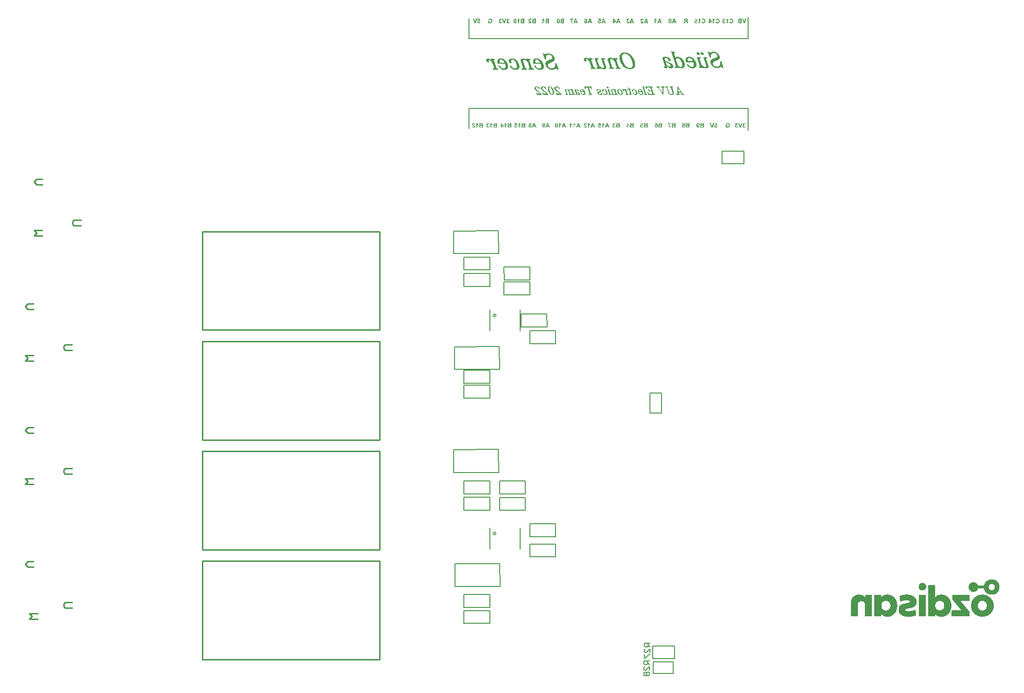
<source format=gbo>
G04*
G04 #@! TF.GenerationSoftware,Altium Limited,Altium Designer,21.4.1 (30)*
G04*
G04 Layer_Color=32896*
%FSLAX25Y25*%
%MOIN*%
G70*
G04*
G04 #@! TF.SameCoordinates,5C5CB9DB-6683-4862-BC7F-C0E48B32F829*
G04*
G04*
G04 #@! TF.FilePolarity,Positive*
G04*
G01*
G75*
%ADD13C,0.00787*%
%ADD16C,0.00800*%
%ADD17C,0.01000*%
%ADD19C,0.00600*%
G36*
X746771Y97026D02*
X747229D01*
Y96873D01*
X747686D01*
Y96721D01*
X747991D01*
Y96568D01*
X748296D01*
Y96416D01*
X748601D01*
Y96263D01*
X748753D01*
Y96111D01*
X748906D01*
Y95958D01*
X749211D01*
Y95806D01*
X749363D01*
Y95653D01*
X749516D01*
Y95349D01*
X749668D01*
Y95196D01*
X749821D01*
Y95044D01*
X749973D01*
Y94739D01*
X750126D01*
Y94586D01*
X750278D01*
Y94281D01*
X750431D01*
Y93824D01*
X750583D01*
Y93519D01*
X750736D01*
Y92756D01*
X750888D01*
Y90774D01*
X750736D01*
Y90012D01*
X750583D01*
Y89555D01*
X750431D01*
Y89249D01*
X750278D01*
Y88945D01*
X750126D01*
Y88792D01*
X749973D01*
Y88487D01*
X749821D01*
Y88335D01*
X749668D01*
Y88182D01*
X749516D01*
Y87877D01*
X749363D01*
Y87725D01*
X749211D01*
Y87572D01*
X748906D01*
Y87420D01*
X748753D01*
Y87267D01*
X748601D01*
Y87115D01*
X748296D01*
Y86962D01*
X747991D01*
Y86810D01*
X747686D01*
Y86657D01*
X747229D01*
Y86505D01*
X746619D01*
Y86352D01*
X744027D01*
Y86505D01*
X743417D01*
Y86657D01*
X742959D01*
Y86810D01*
X742655D01*
Y86962D01*
X742349D01*
Y87115D01*
X742044D01*
Y87267D01*
X741892D01*
Y87420D01*
X741587D01*
Y87572D01*
X741435D01*
Y87725D01*
X741282D01*
Y87877D01*
X741130D01*
Y88030D01*
X740977D01*
Y88182D01*
X740825D01*
Y88487D01*
X740672D01*
Y88640D01*
X740520D01*
Y88945D01*
X740367D01*
Y89249D01*
X740215D01*
Y89555D01*
X740062D01*
Y89859D01*
X739910D01*
Y90469D01*
X739757D01*
Y90774D01*
X735488D01*
Y90317D01*
X735336D01*
Y90012D01*
X735183D01*
Y89859D01*
X735031D01*
Y89555D01*
X734878D01*
Y89402D01*
X734726D01*
Y89249D01*
X734573D01*
Y89097D01*
X734421D01*
Y88945D01*
X734116D01*
Y88792D01*
X733811D01*
Y88640D01*
X733506D01*
Y88487D01*
X732896D01*
Y88335D01*
X731524D01*
Y88487D01*
X730914D01*
Y88640D01*
X730456D01*
Y88792D01*
X730304D01*
Y88945D01*
X729999D01*
Y89097D01*
X729846D01*
Y89249D01*
X729694D01*
Y89402D01*
X729542D01*
Y89555D01*
X729389D01*
Y89707D01*
X729237D01*
Y90012D01*
X729084D01*
Y90317D01*
X728932D01*
Y90622D01*
X728779D01*
Y92909D01*
X728932D01*
Y93214D01*
X729084D01*
Y93519D01*
X729237D01*
Y93824D01*
X729389D01*
Y93976D01*
X729542D01*
Y94129D01*
X729694D01*
Y94281D01*
X729846D01*
Y94434D01*
X729999D01*
Y94586D01*
X730304D01*
Y94739D01*
X730456D01*
Y94891D01*
X730914D01*
Y95044D01*
X731524D01*
Y95196D01*
X732896D01*
Y95044D01*
X733506D01*
Y94891D01*
X733811D01*
Y94739D01*
X734116D01*
Y94586D01*
X734421D01*
Y94434D01*
X734573D01*
Y94281D01*
X734726D01*
Y94129D01*
X734878D01*
Y93976D01*
X735031D01*
Y93671D01*
X735183D01*
Y93519D01*
X735336D01*
Y93061D01*
X735488D01*
Y92756D01*
X739757D01*
Y93061D01*
X739910D01*
Y93671D01*
X740062D01*
Y93976D01*
X740215D01*
Y94281D01*
X740367D01*
Y94586D01*
X740520D01*
Y94891D01*
X740672D01*
Y95044D01*
X740825D01*
Y95349D01*
X740977D01*
Y95501D01*
X741130D01*
Y95653D01*
X741282D01*
Y95806D01*
X741435D01*
Y95958D01*
X741587D01*
Y96111D01*
X741892D01*
Y96263D01*
X742044D01*
Y96416D01*
X742349D01*
Y96568D01*
X742655D01*
Y96721D01*
X742959D01*
Y96873D01*
X743264D01*
Y97026D01*
X743874D01*
Y97178D01*
X746771D01*
Y97026D01*
D02*
G37*
G36*
X695997Y94586D02*
X696607D01*
Y94434D01*
X697064D01*
Y94281D01*
X697217D01*
Y94129D01*
X697369D01*
Y93976D01*
X697674D01*
Y93671D01*
X697827D01*
Y93519D01*
X697979D01*
Y93214D01*
X698132D01*
Y92756D01*
X698284D01*
Y91232D01*
X698132D01*
Y90774D01*
X697979D01*
Y90469D01*
X697827D01*
Y90317D01*
X697674D01*
Y90012D01*
X697369D01*
Y89859D01*
X697217D01*
Y89707D01*
X696912D01*
Y89555D01*
X696607D01*
Y89402D01*
X695845D01*
Y89249D01*
X695387D01*
Y89402D01*
X694472D01*
Y89555D01*
X694167D01*
Y89707D01*
X694015D01*
Y89859D01*
X693710D01*
Y90012D01*
X693557D01*
Y90164D01*
X693405D01*
Y90469D01*
X693253D01*
Y90622D01*
X693100D01*
Y91079D01*
X692947D01*
Y92909D01*
X693100D01*
Y93366D01*
X693253D01*
Y93519D01*
X693405D01*
Y93824D01*
X693557D01*
Y93976D01*
X693710D01*
Y94129D01*
X693862D01*
Y94281D01*
X694167D01*
Y94434D01*
X694472D01*
Y94586D01*
X695235D01*
Y94739D01*
X695997D01*
Y94586D01*
D02*
G37*
G36*
X671449Y86200D02*
X672211D01*
Y86048D01*
X672821D01*
Y85895D01*
X673278D01*
Y85743D01*
X673583D01*
Y85590D01*
X673888D01*
Y85438D01*
X674193D01*
Y85285D01*
X674345D01*
Y85133D01*
X674650D01*
Y84980D01*
X674803D01*
Y84828D01*
X674956D01*
Y84675D01*
X675108D01*
Y84523D01*
X675260D01*
Y84370D01*
X675413D01*
Y84218D01*
X675565D01*
Y84065D01*
X675718D01*
Y83913D01*
X675870D01*
Y83760D01*
X676023D01*
Y83455D01*
X676175D01*
Y83303D01*
X676328D01*
Y83151D01*
X676480D01*
Y82846D01*
X676633D01*
Y82541D01*
X676785D01*
Y82236D01*
X676938D01*
Y81931D01*
X677090D01*
Y81473D01*
X677243D01*
Y81016D01*
X677395D01*
Y80406D01*
X677548D01*
Y79339D01*
X677700D01*
Y77509D01*
X677548D01*
Y76442D01*
X677395D01*
Y75832D01*
X677243D01*
Y75374D01*
X677090D01*
Y74917D01*
X676938D01*
Y74612D01*
X676785D01*
Y74307D01*
X676633D01*
Y74002D01*
X676480D01*
Y73697D01*
X676328D01*
Y73545D01*
X676175D01*
Y73240D01*
X676023D01*
Y73087D01*
X675870D01*
Y72935D01*
X675718D01*
Y72782D01*
X675565D01*
Y72630D01*
X675413D01*
Y72477D01*
X675260D01*
Y72325D01*
X675108D01*
Y72172D01*
X674956D01*
Y72020D01*
X674803D01*
Y71867D01*
X674650D01*
Y71715D01*
X674345D01*
Y71562D01*
X674193D01*
Y71410D01*
X673888D01*
Y71257D01*
X673583D01*
Y71105D01*
X673278D01*
Y70952D01*
X672821D01*
Y70800D01*
X672363D01*
Y70648D01*
X671601D01*
Y70495D01*
X669771D01*
Y70648D01*
X668856D01*
Y70800D01*
X668399D01*
Y70952D01*
X668094D01*
Y71105D01*
X667637D01*
Y71257D01*
X667484D01*
Y71410D01*
X667179D01*
Y71562D01*
X667027D01*
Y71715D01*
X666874D01*
Y71867D01*
X666569D01*
Y72020D01*
X666417D01*
Y72172D01*
X666264D01*
Y72020D01*
X666112D01*
Y70800D01*
X661233D01*
Y86048D01*
X666112D01*
Y84828D01*
X666264D01*
Y84523D01*
X666417D01*
Y84828D01*
X666722D01*
Y84980D01*
X666874D01*
Y85133D01*
X667027D01*
Y85285D01*
X667179D01*
Y85438D01*
X667484D01*
Y85590D01*
X667789D01*
Y85743D01*
X668094D01*
Y85895D01*
X668551D01*
Y86048D01*
X669009D01*
Y86200D01*
X669771D01*
Y86352D01*
X671449D01*
Y86200D01*
D02*
G37*
G36*
X729389Y81931D02*
X729237D01*
Y81778D01*
X722985D01*
Y81626D01*
X723138D01*
Y81473D01*
X723290D01*
Y81321D01*
X723443D01*
Y81168D01*
X723595D01*
Y80863D01*
X723747D01*
Y80711D01*
X723900D01*
Y80558D01*
X724052D01*
Y80406D01*
X724205D01*
Y80253D01*
X724357D01*
Y79949D01*
X724510D01*
Y79796D01*
X724662D01*
Y79644D01*
X724815D01*
Y79491D01*
X724967D01*
Y79339D01*
X725120D01*
Y79034D01*
X725272D01*
Y78881D01*
X725425D01*
Y78729D01*
X725577D01*
Y78576D01*
X725730D01*
Y78424D01*
X725882D01*
Y78119D01*
X726035D01*
Y77966D01*
X726187D01*
Y77814D01*
X726340D01*
Y77661D01*
X726492D01*
Y77509D01*
X726645D01*
Y77204D01*
X726797D01*
Y77052D01*
X726950D01*
Y76899D01*
X727102D01*
Y76746D01*
X727254D01*
Y76594D01*
X727407D01*
Y76442D01*
X727559D01*
Y76137D01*
X727712D01*
Y75984D01*
X727864D01*
Y75832D01*
X728017D01*
Y75679D01*
X728169D01*
Y75527D01*
X728322D01*
Y75222D01*
X728474D01*
Y75069D01*
X728627D01*
Y74917D01*
X728779D01*
Y74764D01*
X728932D01*
Y74612D01*
X729084D01*
Y74307D01*
X729237D01*
Y74155D01*
X729389D01*
Y70800D01*
X716734D01*
Y70952D01*
X716581D01*
Y74917D01*
X716734D01*
Y75069D01*
X723443D01*
Y75222D01*
X723290D01*
Y75374D01*
X723138D01*
Y75679D01*
X722985D01*
Y75832D01*
X722833D01*
Y75984D01*
X722680D01*
Y76137D01*
X722528D01*
Y76289D01*
X722375D01*
Y76594D01*
X722223D01*
Y76746D01*
X722070D01*
Y76899D01*
X721918D01*
Y77052D01*
X721765D01*
Y77204D01*
X721613D01*
Y77356D01*
X721460D01*
Y77661D01*
X721308D01*
Y77814D01*
X721156D01*
Y77966D01*
X721003D01*
Y78119D01*
X720851D01*
Y78271D01*
X720698D01*
Y78576D01*
X720545D01*
Y78729D01*
X720393D01*
Y78881D01*
X720241D01*
Y79034D01*
X720088D01*
Y79186D01*
X719936D01*
Y79491D01*
X719783D01*
Y79644D01*
X719631D01*
Y79796D01*
X719478D01*
Y79949D01*
X719326D01*
Y80101D01*
X719173D01*
Y80406D01*
X719021D01*
Y80558D01*
X718868D01*
Y80711D01*
X718716D01*
Y80863D01*
X718563D01*
Y81016D01*
X718411D01*
Y81321D01*
X718258D01*
Y81473D01*
X718106D01*
Y81626D01*
X717953D01*
Y81778D01*
X717801D01*
Y81931D01*
X717649D01*
Y82236D01*
X717496D01*
Y82388D01*
X717344D01*
Y82541D01*
X717191D01*
Y86048D01*
X729389D01*
Y81931D01*
D02*
G37*
G36*
X697979Y85895D02*
X698132D01*
Y79949D01*
Y79796D01*
Y70952D01*
X697979D01*
Y70800D01*
X693100D01*
Y86048D01*
X697979D01*
Y85895D01*
D02*
G37*
G36*
X650864Y86200D02*
X651779D01*
Y86048D01*
X652389D01*
Y85895D01*
X652694D01*
Y85743D01*
X653152D01*
Y85590D01*
X653456D01*
Y85438D01*
X653609D01*
Y85285D01*
X653914D01*
Y85133D01*
X654066D01*
Y84980D01*
X654219D01*
Y84828D01*
X654371D01*
Y84675D01*
X654524D01*
Y84523D01*
X654676D01*
Y85285D01*
X654829D01*
Y86048D01*
X659403D01*
Y70800D01*
X654371D01*
Y70952D01*
Y80101D01*
X654219D01*
Y80406D01*
X654066D01*
Y80711D01*
X653914D01*
Y80863D01*
X653761D01*
Y81016D01*
X653609D01*
Y81168D01*
X653456D01*
Y81321D01*
X653152D01*
Y81473D01*
X652846D01*
Y81626D01*
X652237D01*
Y81778D01*
X651627D01*
Y81626D01*
X651017D01*
Y81473D01*
X650712D01*
Y81321D01*
X650407D01*
Y81168D01*
X650254D01*
Y81016D01*
X650102D01*
Y80863D01*
X649950D01*
Y80711D01*
X649797D01*
Y80558D01*
X649645D01*
Y80253D01*
X649492D01*
Y70952D01*
X649340D01*
Y70800D01*
X644460D01*
Y82083D01*
X644613D01*
Y82541D01*
X644765D01*
Y82998D01*
X644918D01*
Y83303D01*
X645070D01*
Y83608D01*
X645223D01*
Y83913D01*
X645375D01*
Y84065D01*
X645528D01*
Y84370D01*
X645680D01*
Y84523D01*
X645833D01*
Y84675D01*
X645985D01*
Y84828D01*
X646138D01*
Y84980D01*
X646290D01*
Y85133D01*
X646595D01*
Y85285D01*
X646747D01*
Y85438D01*
X647052D01*
Y85590D01*
X647357D01*
Y85743D01*
X647662D01*
Y85895D01*
X647967D01*
Y86048D01*
X648577D01*
Y86200D01*
X649340D01*
Y86352D01*
X650864D01*
Y86200D01*
D02*
G37*
G36*
X739453D02*
X740520D01*
Y86048D01*
X741130D01*
Y85895D01*
X741587D01*
Y85743D01*
X742044D01*
Y85590D01*
X742349D01*
Y85438D01*
X742655D01*
Y85285D01*
X742959D01*
Y85133D01*
X743112D01*
Y84980D01*
X743417D01*
Y84828D01*
X743569D01*
Y84675D01*
X743874D01*
Y84523D01*
X744027D01*
Y84370D01*
X744179D01*
Y84218D01*
X744332D01*
Y84065D01*
X744484D01*
Y83913D01*
X744637D01*
Y83760D01*
X744789D01*
Y83608D01*
X744942D01*
Y83455D01*
X745094D01*
Y83303D01*
X745247D01*
Y82998D01*
X745399D01*
Y82846D01*
X745551D01*
Y82541D01*
X745704D01*
Y82236D01*
X745856D01*
Y82083D01*
X746009D01*
Y81626D01*
X746161D01*
Y81321D01*
X746314D01*
Y80863D01*
X746466D01*
Y80253D01*
X746619D01*
Y79339D01*
X746771D01*
Y77356D01*
X746619D01*
Y76594D01*
X746466D01*
Y75984D01*
X746314D01*
Y75527D01*
X746161D01*
Y75222D01*
X746009D01*
Y74764D01*
X745856D01*
Y74459D01*
X745704D01*
Y74307D01*
X745551D01*
Y74002D01*
X745399D01*
Y73849D01*
X745247D01*
Y73545D01*
X745094D01*
Y73392D01*
X744942D01*
Y73240D01*
X744789D01*
Y73087D01*
X744637D01*
Y72935D01*
X744484D01*
Y72782D01*
X744332D01*
Y72630D01*
X744179D01*
Y72477D01*
X744027D01*
Y72325D01*
X743874D01*
Y72172D01*
X743569D01*
Y72020D01*
X743417D01*
Y71867D01*
X743264D01*
Y71715D01*
X742959D01*
Y71562D01*
X742655D01*
Y71410D01*
X742349D01*
Y71257D01*
X742044D01*
Y71105D01*
X741587D01*
Y70952D01*
X741130D01*
Y70800D01*
X740520D01*
Y70648D01*
X739605D01*
Y70495D01*
X737470D01*
Y70648D01*
X736708D01*
Y70800D01*
X736098D01*
Y70952D01*
X735641D01*
Y71105D01*
X735183D01*
Y71257D01*
X734878D01*
Y71410D01*
X734573D01*
Y71562D01*
X734268D01*
Y71715D01*
X733963D01*
Y71867D01*
X733811D01*
Y72020D01*
X733506D01*
Y72172D01*
X733354D01*
Y72325D01*
X733201D01*
Y72477D01*
X733048D01*
Y72630D01*
X732896D01*
Y72782D01*
X732744D01*
Y72935D01*
X732591D01*
Y73087D01*
X732439D01*
Y73240D01*
X732286D01*
Y73392D01*
X732134D01*
Y73545D01*
X731981D01*
Y73697D01*
X731829D01*
Y74002D01*
X731676D01*
Y74155D01*
X731524D01*
Y74459D01*
X731371D01*
Y74764D01*
X731219D01*
Y75069D01*
X731066D01*
Y75527D01*
X730914D01*
Y75832D01*
X730761D01*
Y76442D01*
X730609D01*
Y77204D01*
X730456D01*
Y79644D01*
X730609D01*
Y80406D01*
X730761D01*
Y80863D01*
X730914D01*
Y81321D01*
X731066D01*
Y81778D01*
X731219D01*
Y82083D01*
X731371D01*
Y82388D01*
X731524D01*
Y82541D01*
X731676D01*
Y82846D01*
X731829D01*
Y82998D01*
X731981D01*
Y83303D01*
X732134D01*
Y83455D01*
X732286D01*
Y83608D01*
X732439D01*
Y83760D01*
X732591D01*
Y83913D01*
X732744D01*
Y84065D01*
X732896D01*
Y84218D01*
X733048D01*
Y84370D01*
X733201D01*
Y84523D01*
X733354D01*
Y84675D01*
X733658D01*
Y84828D01*
X733811D01*
Y84980D01*
X733963D01*
Y85133D01*
X734268D01*
Y85285D01*
X734573D01*
Y85438D01*
X734878D01*
Y85590D01*
X735183D01*
Y85743D01*
X735641D01*
Y85895D01*
X736098D01*
Y86048D01*
X736708D01*
Y86200D01*
X737623D01*
Y86352D01*
X739453D01*
Y86200D01*
D02*
G37*
G36*
X704688Y84523D02*
X704841D01*
Y84675D01*
X704993D01*
Y84828D01*
X705146D01*
Y84980D01*
X705298D01*
Y85133D01*
X705450D01*
Y85285D01*
X705756D01*
Y85438D01*
X705908D01*
Y85590D01*
X706213D01*
Y85743D01*
X706518D01*
Y85895D01*
X706975D01*
Y86048D01*
X707433D01*
Y86200D01*
X708348D01*
Y86352D01*
X710177D01*
Y86200D01*
X710940D01*
Y86048D01*
X711550D01*
Y85895D01*
X712007D01*
Y85743D01*
X712312D01*
Y85590D01*
X712617D01*
Y85438D01*
X712922D01*
Y85285D01*
X713074D01*
Y85133D01*
X713379D01*
Y84980D01*
X713532D01*
Y84828D01*
X713684D01*
Y84675D01*
X713837D01*
Y84523D01*
X713989D01*
Y84370D01*
X714142D01*
Y84218D01*
X714294D01*
Y84065D01*
X714446D01*
Y83913D01*
X714599D01*
Y83760D01*
X714751D01*
Y83608D01*
X714904D01*
Y83303D01*
X715056D01*
Y83151D01*
X715209D01*
Y82846D01*
X715361D01*
Y82541D01*
X715514D01*
Y82236D01*
X715666D01*
Y81931D01*
X715819D01*
Y81473D01*
X715971D01*
Y80863D01*
X716124D01*
Y80253D01*
X716276D01*
Y79034D01*
X716429D01*
Y77661D01*
X716276D01*
Y77509D01*
Y77356D01*
Y76594D01*
X716124D01*
Y75832D01*
X715971D01*
Y75374D01*
X715819D01*
Y74917D01*
X715666D01*
Y74612D01*
X715514D01*
Y74307D01*
X715361D01*
Y74002D01*
X715209D01*
Y73697D01*
X715056D01*
Y73392D01*
X714904D01*
Y73240D01*
X714751D01*
Y73087D01*
X714599D01*
Y72935D01*
X714446D01*
Y72630D01*
X714294D01*
Y72477D01*
X714142D01*
Y72325D01*
X713989D01*
Y72172D01*
X713684D01*
Y72020D01*
X713532D01*
Y71867D01*
X713379D01*
Y71715D01*
X713227D01*
Y71562D01*
X712922D01*
Y71410D01*
X712617D01*
Y71257D01*
X712312D01*
Y71105D01*
X712007D01*
Y70952D01*
X711550D01*
Y70800D01*
X711092D01*
Y70648D01*
X710177D01*
Y70495D01*
X708348D01*
Y70648D01*
X707433D01*
Y70800D01*
X706823D01*
Y70952D01*
X706365D01*
Y71105D01*
X706060D01*
Y71257D01*
X705756D01*
Y71410D01*
X705450D01*
Y71562D01*
X705298D01*
Y71715D01*
X704993D01*
Y71867D01*
X704841D01*
Y71105D01*
X704688D01*
Y70800D01*
X699961D01*
Y70952D01*
X699809D01*
Y93061D01*
X704688D01*
Y84523D01*
D02*
G37*
G36*
X685476Y86200D02*
X686696D01*
Y86048D01*
X687306D01*
Y85895D01*
X687763D01*
Y85743D01*
X688221D01*
Y85590D01*
X688526D01*
Y85438D01*
X688831D01*
Y85285D01*
X689136D01*
Y85133D01*
X689441D01*
Y84980D01*
X689593D01*
Y84828D01*
X689746D01*
Y84675D01*
X689898D01*
Y84523D01*
X690051D01*
Y84370D01*
X690203D01*
Y84218D01*
X690355D01*
Y84065D01*
X690508D01*
Y83913D01*
X690660D01*
Y83760D01*
X690813D01*
Y83455D01*
X690965D01*
Y83151D01*
X691118D01*
Y82693D01*
X691270D01*
Y82083D01*
X691423D01*
Y80253D01*
X691270D01*
Y79644D01*
X691118D01*
Y79186D01*
X690965D01*
Y78881D01*
X690813D01*
Y78576D01*
X690660D01*
Y78424D01*
X690508D01*
Y78271D01*
X690355D01*
Y78119D01*
X690203D01*
Y77966D01*
X690051D01*
Y77814D01*
X689898D01*
Y77661D01*
X689593D01*
Y77509D01*
X689441D01*
Y77356D01*
X689136D01*
Y77204D01*
X688831D01*
Y77052D01*
X688373D01*
Y76899D01*
X687763D01*
Y76746D01*
X687153D01*
Y76594D01*
X686086D01*
Y76442D01*
X685171D01*
Y76289D01*
X684409D01*
Y76137D01*
X683952D01*
Y75984D01*
X683646D01*
Y75832D01*
X683494D01*
Y74917D01*
X683646D01*
Y74764D01*
X683952D01*
Y74612D01*
X687458D01*
Y74764D01*
X688221D01*
Y74917D01*
X688983D01*
Y75069D01*
X689441D01*
Y75222D01*
X690051D01*
Y75374D01*
X690508D01*
Y75527D01*
X690660D01*
Y75222D01*
X690813D01*
Y74002D01*
X690965D01*
Y72782D01*
X691118D01*
Y71562D01*
X690965D01*
Y71410D01*
X690660D01*
Y71257D01*
X690051D01*
Y71105D01*
X689593D01*
Y70952D01*
X688983D01*
Y70800D01*
X688068D01*
Y70648D01*
X686696D01*
Y70495D01*
X684104D01*
Y70648D01*
X683037D01*
Y70800D01*
X682427D01*
Y70952D01*
X681969D01*
Y71105D01*
X681664D01*
Y71257D01*
X681207D01*
Y71410D01*
X680902D01*
Y71562D01*
X680750D01*
Y71715D01*
X680444D01*
Y71867D01*
X680292D01*
Y72020D01*
X680140D01*
Y72172D01*
X679987D01*
Y72325D01*
X679835D01*
Y72477D01*
X679682D01*
Y72630D01*
X679530D01*
Y72782D01*
X679377D01*
Y72935D01*
X679225D01*
Y73240D01*
X679072D01*
Y73545D01*
X678920D01*
Y74002D01*
X678767D01*
Y74459D01*
X678615D01*
Y76594D01*
X678767D01*
Y77204D01*
X678920D01*
Y77661D01*
X679072D01*
Y77966D01*
X679225D01*
Y78119D01*
X679377D01*
Y78271D01*
X679530D01*
Y78576D01*
X679682D01*
Y78729D01*
X679987D01*
Y78881D01*
X680140D01*
Y79034D01*
X680292D01*
Y79186D01*
X680597D01*
Y79339D01*
X680902D01*
Y79491D01*
X681207D01*
Y79644D01*
X681664D01*
Y79796D01*
X682274D01*
Y79949D01*
X683037D01*
Y80101D01*
X683952D01*
Y80253D01*
X684866D01*
Y80406D01*
X685629D01*
Y80558D01*
X686086D01*
Y80711D01*
X686391D01*
Y80863D01*
X686544D01*
Y81168D01*
X686696D01*
Y81473D01*
X686544D01*
Y81778D01*
X686239D01*
Y81931D01*
X686086D01*
Y82083D01*
X685324D01*
Y82236D01*
X683189D01*
Y82083D01*
X681969D01*
Y81931D01*
X681207D01*
Y81778D01*
X680597D01*
Y81626D01*
X679987D01*
Y81473D01*
X679682D01*
Y81778D01*
X679530D01*
Y83303D01*
X679377D01*
Y84828D01*
X679225D01*
Y85285D01*
X679377D01*
Y85438D01*
X679682D01*
Y85590D01*
X680140D01*
Y85743D01*
X680597D01*
Y85895D01*
X681207D01*
Y86048D01*
X681969D01*
Y86200D01*
X683189D01*
Y86352D01*
X685476D01*
Y86200D01*
D02*
G37*
G36*
X527400Y495902D02*
X526753D01*
Y497237D01*
X526545D01*
X526481Y497232D01*
X526425Y497227D01*
X526379Y497218D01*
X526342Y497214D01*
X526319Y497204D01*
X526305Y497200D01*
X526300D01*
X526264Y497181D01*
X526227Y497163D01*
X526194Y497140D01*
X526162Y497121D01*
X526139Y497098D01*
X526120Y497080D01*
X526111Y497070D01*
X526106Y497066D01*
X526088Y497043D01*
X526065Y497020D01*
X526014Y496950D01*
X525959Y496876D01*
X525899Y496793D01*
X525848Y496719D01*
X525825Y496682D01*
X525806Y496655D01*
X525788Y496631D01*
X525774Y496613D01*
X525769Y496599D01*
X525765Y496595D01*
X525303Y495902D01*
X524526D01*
X524919Y496525D01*
X524961Y496590D01*
X525002Y496655D01*
X525039Y496710D01*
X525076Y496761D01*
X525108Y496807D01*
X525136Y496853D01*
X525192Y496923D01*
X525233Y496978D01*
X525261Y497015D01*
X525284Y497038D01*
X525289Y497043D01*
X525340Y497098D01*
X525399Y497149D01*
X525455Y497191D01*
X525510Y497232D01*
X525557Y497264D01*
X525594Y497288D01*
X525621Y497306D01*
X525626Y497311D01*
X525631D01*
X525552Y497325D01*
X525483Y497343D01*
X525418Y497362D01*
X525353Y497385D01*
X525298Y497408D01*
X525247Y497431D01*
X525196Y497454D01*
X525155Y497482D01*
X525118Y497505D01*
X525085Y497528D01*
X525058Y497551D01*
X525039Y497569D01*
X525021Y497583D01*
X525007Y497597D01*
X525002Y497602D01*
X524998Y497606D01*
X524961Y497652D01*
X524928Y497699D01*
X524873Y497800D01*
X524836Y497897D01*
X524813Y497994D01*
X524794Y498078D01*
X524790Y498110D01*
Y498142D01*
X524785Y498165D01*
Y498188D01*
Y498198D01*
Y498202D01*
X524790Y498304D01*
X524808Y498401D01*
X524831Y498484D01*
X524854Y498558D01*
X524882Y498618D01*
X524905Y498664D01*
X524914Y498678D01*
X524924Y498692D01*
X524928Y498697D01*
Y498701D01*
X524984Y498780D01*
X525044Y498844D01*
X525104Y498895D01*
X525164Y498942D01*
X525219Y498969D01*
X525261Y498992D01*
X525289Y499006D01*
X525293Y499011D01*
X525298D01*
X525344Y499025D01*
X525395Y499039D01*
X525510Y499062D01*
X525635Y499076D01*
X525755Y499089D01*
X525815D01*
X525866Y499094D01*
X525917D01*
X525959Y499099D01*
X527400D01*
Y495902D01*
D02*
G37*
G36*
X428225Y474246D02*
X428725Y474154D01*
X429169Y474006D01*
X429577Y473858D01*
X429743Y473765D01*
X429910Y473691D01*
X430039Y473617D01*
X430150Y473543D01*
X430243Y473488D01*
X430317Y473451D01*
X430354Y473432D01*
X430372Y473414D01*
X430798Y473080D01*
X431150Y472710D01*
X431446Y472340D01*
X431668Y471988D01*
X431853Y471692D01*
X431909Y471544D01*
X431964Y471433D01*
X432001Y471340D01*
X432038Y471266D01*
X432057Y471229D01*
Y471211D01*
X432131Y470970D01*
X432168Y470748D01*
X432205Y470563D01*
Y470378D01*
X432224Y470248D01*
X432205Y470137D01*
Y470063D01*
Y470045D01*
X432168Y469860D01*
X432131Y469693D01*
X432075Y469545D01*
X432038Y469434D01*
X432001Y469323D01*
X431964Y469249D01*
X431927Y469212D01*
Y469193D01*
X431835Y469064D01*
X431742Y468953D01*
X431502Y468749D01*
X431409Y468656D01*
X431317Y468601D01*
X431261Y468564D01*
X431243Y468545D01*
X430909Y468360D01*
X430780Y468268D01*
X430650Y468212D01*
X430558Y468157D01*
X430484Y468138D01*
X430446Y468101D01*
X430428D01*
X430299Y468046D01*
X430150Y467990D01*
X429854Y467861D01*
X429725Y467805D01*
X429614Y467768D01*
X429539Y467749D01*
X429521Y467731D01*
X429299Y467638D01*
X429095Y467564D01*
X428929Y467490D01*
X428781Y467435D01*
X428688Y467379D01*
X428595Y467342D01*
X428558Y467305D01*
X428540D01*
X428281Y467157D01*
X428040Y467009D01*
X427948Y466935D01*
X427874Y466879D01*
X427837Y466842D01*
X427818Y466824D01*
X427689Y466713D01*
X427596Y466583D01*
X427522Y466472D01*
X427448Y466361D01*
X427411Y466269D01*
X427392Y466194D01*
X427374Y466139D01*
Y466120D01*
X427355Y465972D01*
Y465824D01*
X427392Y465528D01*
X427411Y465399D01*
X427429Y465306D01*
X427466Y465232D01*
Y465213D01*
X427596Y464917D01*
X427744Y464640D01*
X427892Y464436D01*
X428059Y464251D01*
X428207Y464103D01*
X428336Y464010D01*
X428410Y463955D01*
X428447Y463936D01*
X428707Y463807D01*
X428984Y463714D01*
X429243Y463640D01*
X429484Y463603D01*
X429688Y463566D01*
X429854Y463548D01*
X430002D01*
X430224Y463566D01*
X430446Y463585D01*
X430835Y463677D01*
X431168Y463807D01*
X431465Y463973D01*
X431687Y464121D01*
X431853Y464251D01*
X431964Y464344D01*
X431983Y464381D01*
X432001D01*
X432131Y464547D01*
X432242Y464732D01*
X432335Y464954D01*
X432409Y465176D01*
X432520Y465639D01*
X432575Y466083D01*
X432594Y466306D01*
Y466509D01*
Y466694D01*
Y466861D01*
Y466991D01*
X432575Y467083D01*
Y467157D01*
Y467176D01*
X433427D01*
X435018Y462493D01*
X434204D01*
X434037Y462789D01*
X434000Y462863D01*
X433963Y462918D01*
X433852Y463029D01*
X433760Y463103D01*
X433741Y463122D01*
X433723D01*
X433501Y463214D01*
X433279Y463270D01*
X433186Y463288D01*
X433056D01*
X432890Y463270D01*
X432705Y463233D01*
X432520Y463159D01*
X432335Y463085D01*
X432168Y463011D01*
X432038Y462937D01*
X431964Y462900D01*
X431927Y462881D01*
X431650Y462752D01*
X431372Y462659D01*
X431094Y462585D01*
X430854Y462548D01*
X430632Y462511D01*
X430465Y462493D01*
X430317D01*
X430039Y462511D01*
X429780Y462530D01*
X429280Y462641D01*
X428818Y462770D01*
X428410Y462937D01*
X428225Y463029D01*
X428077Y463103D01*
X427929Y463177D01*
X427818Y463251D01*
X427726Y463307D01*
X427652Y463344D01*
X427614Y463363D01*
X427596Y463381D01*
X427152Y463751D01*
X426782Y464158D01*
X426467Y464584D01*
X426208Y464991D01*
X426004Y465362D01*
X425930Y465528D01*
X425875Y465658D01*
X425819Y465769D01*
X425782Y465861D01*
X425764Y465917D01*
Y465935D01*
X425690Y466157D01*
X425634Y466361D01*
X425597Y466528D01*
X425578Y466694D01*
X425560Y466824D01*
X425541Y466916D01*
Y466991D01*
Y467009D01*
Y467176D01*
Y467342D01*
X425578Y467490D01*
X425597Y467620D01*
X425634Y467712D01*
X425653Y467805D01*
X425690Y467842D01*
Y467861D01*
X425838Y468120D01*
X425967Y468305D01*
X426023Y468379D01*
X426060Y468434D01*
X426078Y468453D01*
X426097Y468471D01*
X426189Y468564D01*
X426300Y468656D01*
X426541Y468823D01*
X426652Y468897D01*
X426745Y468953D01*
X426800Y468971D01*
X426819Y468990D01*
X427170Y469156D01*
X427318Y469230D01*
X427448Y469286D01*
X427559Y469341D01*
X427633Y469378D01*
X427689Y469397D01*
X427707D01*
X427855Y469471D01*
X428022Y469526D01*
X428373Y469656D01*
X428540Y469711D01*
X428670Y469767D01*
X428744Y469785D01*
X428781Y469804D01*
X428966Y469878D01*
X429132Y469934D01*
X429280Y470008D01*
X429410Y470045D01*
X429502Y470082D01*
X429577Y470119D01*
X429614Y470137D01*
X429632D01*
X429854Y470267D01*
X430039Y470378D01*
X430113Y470433D01*
X430169Y470470D01*
X430206Y470507D01*
X430224D01*
X430317Y470600D01*
X430409Y470674D01*
X430502Y470859D01*
X430539Y470915D01*
X430558Y470970D01*
X430576Y471007D01*
Y471026D01*
X430595Y471266D01*
X430558Y471488D01*
X430539Y471581D01*
X430521Y471655D01*
X430502Y471710D01*
Y471729D01*
X430372Y472007D01*
X430224Y472247D01*
X430058Y472469D01*
X429891Y472636D01*
X429743Y472766D01*
X429614Y472877D01*
X429539Y472932D01*
X429502Y472951D01*
X429225Y473099D01*
X428947Y473210D01*
X428670Y473284D01*
X428410Y473339D01*
X428207Y473376D01*
X428022Y473395D01*
X427670D01*
X427485Y473358D01*
X427152Y473265D01*
X426874Y473136D01*
X426652Y472988D01*
X426485Y472821D01*
X426374Y472692D01*
X426300Y472599D01*
X426282Y472580D01*
Y472562D01*
X426208Y472395D01*
X426134Y472210D01*
X426023Y471785D01*
X425949Y471322D01*
X425893Y470878D01*
X425875Y470470D01*
X425856Y470285D01*
Y470137D01*
Y470008D01*
Y469915D01*
Y469841D01*
Y469823D01*
X425171D01*
X423672Y474265D01*
X424486D01*
X424653Y474024D01*
X424727Y473932D01*
X424801Y473858D01*
X424875Y473802D01*
X424912Y473784D01*
X425060Y473728D01*
X425190Y473691D01*
X425282Y473673D01*
X425319D01*
X425412Y473691D01*
X425541Y473728D01*
X425690Y473765D01*
X425856Y473821D01*
X425986Y473876D01*
X426115Y473932D01*
X426189Y473950D01*
X426226Y473969D01*
X426485Y474080D01*
X426745Y474154D01*
X426985Y474209D01*
X427207Y474246D01*
X427411Y474265D01*
X427559Y474283D01*
X427948D01*
X428225Y474246D01*
D02*
G37*
G36*
X401737Y470674D02*
X402034Y470655D01*
X402570Y470526D01*
X403089Y470359D01*
X403551Y470174D01*
X403737Y470082D01*
X403922Y469989D01*
X404088Y469897D01*
X404218Y469823D01*
X404329Y469748D01*
X404403Y469693D01*
X404459Y469674D01*
X404477Y469656D01*
X404736Y469452D01*
X404995Y469230D01*
X405440Y468730D01*
X405810Y468231D01*
X406124Y467731D01*
X406254Y467490D01*
X406365Y467268D01*
X406458Y467065D01*
X406532Y466898D01*
X406587Y466768D01*
X406624Y466657D01*
X406661Y466583D01*
Y466565D01*
X406772Y466176D01*
X406865Y465806D01*
X406920Y465473D01*
X406939Y465176D01*
X406957Y464954D01*
Y464769D01*
Y464658D01*
Y464640D01*
Y464621D01*
X406920Y464325D01*
X406846Y464066D01*
X406772Y463825D01*
X406680Y463640D01*
X406606Y463492D01*
X406532Y463400D01*
X406495Y463326D01*
X406476Y463307D01*
X406310Y463140D01*
X406143Y463011D01*
X405976Y462881D01*
X405828Y462789D01*
X405699Y462715D01*
X405588Y462659D01*
X405514Y462641D01*
X405495Y462622D01*
X405291Y462548D01*
X405069Y462493D01*
X404866Y462456D01*
X404681Y462437D01*
X404532Y462419D01*
X404403Y462400D01*
X404292D01*
X403829Y462437D01*
X403385Y462530D01*
X402978Y462641D01*
X402626Y462789D01*
X402330Y462937D01*
X402200Y462992D01*
X402089Y463048D01*
X402015Y463103D01*
X401960Y463140D01*
X401923Y463177D01*
X401904D01*
X401497Y463492D01*
X401127Y463862D01*
X400794Y464232D01*
X400516Y464603D01*
X400294Y464936D01*
X400201Y465065D01*
X400127Y465195D01*
X400053Y465288D01*
X400016Y465380D01*
X399979Y465417D01*
Y465436D01*
X401016D01*
X401182Y465102D01*
X401275Y464954D01*
X401386Y464825D01*
X401478Y464714D01*
X401497Y464677D01*
X401515Y464658D01*
X401700Y464473D01*
X401867Y464288D01*
X401941Y464232D01*
X401997Y464177D01*
X402034Y464140D01*
X402052Y464121D01*
X402293Y463936D01*
X402533Y463807D01*
X402644Y463751D01*
X402719Y463714D01*
X402774Y463677D01*
X402793D01*
X403126Y463566D01*
X403292Y463529D01*
X403441Y463511D01*
X403570D01*
X403663Y463492D01*
X403755D01*
X403940Y463511D01*
X404107Y463529D01*
X404403Y463622D01*
X404625Y463788D01*
X404792Y463992D01*
X404921Y464232D01*
X404995Y464492D01*
X405032Y464788D01*
X405051Y465084D01*
X405032Y465380D01*
X404995Y465676D01*
X404958Y465935D01*
X404903Y466176D01*
X404866Y466380D01*
X404810Y466546D01*
X404792Y466639D01*
X404773Y466676D01*
X404570Y467194D01*
X404366Y467657D01*
X404162Y468046D01*
X403959Y468379D01*
X403774Y468638D01*
X403644Y468823D01*
X403588Y468879D01*
X403551Y468934D01*
X403514Y468971D01*
X403366Y469119D01*
X403218Y469249D01*
X402922Y469471D01*
X402644Y469619D01*
X402367Y469711D01*
X402145Y469785D01*
X401960Y469804D01*
X401886Y469823D01*
X401589D01*
X401423Y469785D01*
X401293Y469730D01*
X401201Y469656D01*
X401127Y469600D01*
X401090Y469545D01*
X401053Y469508D01*
Y469489D01*
X401016Y469360D01*
X400997Y469212D01*
X401034Y468934D01*
X401053Y468823D01*
X401090Y468730D01*
X401108Y468656D01*
Y468638D01*
X401164Y468453D01*
X401201Y468286D01*
X401238Y468120D01*
X401256Y467972D01*
Y467861D01*
Y467768D01*
Y467694D01*
Y467675D01*
X401219Y467509D01*
X401145Y467398D01*
X401053Y467305D01*
X400942Y467250D01*
X400831Y467213D01*
X400738Y467194D01*
X400645D01*
X400479Y467213D01*
X400312Y467231D01*
X400164Y467287D01*
X400035Y467361D01*
X399794Y467527D01*
X399609Y467731D01*
X399479Y467935D01*
X399387Y468120D01*
X399350Y468194D01*
X399331Y468231D01*
X399313Y468268D01*
Y468286D01*
X399257Y468453D01*
X399220Y468638D01*
Y468953D01*
X399239Y469230D01*
X399313Y469471D01*
X399405Y469674D01*
X399479Y469823D01*
X399553Y469915D01*
X399572Y469952D01*
X399813Y470193D01*
X400109Y470378D01*
X400423Y470507D01*
X400738Y470600D01*
X401016Y470655D01*
X401145Y470674D01*
X401238D01*
X401330Y470692D01*
X401460D01*
X401737Y470674D01*
D02*
G37*
G36*
X419267D02*
X419526Y470655D01*
X419766Y470618D01*
X419988Y470581D01*
X420174Y470526D01*
X420303Y470489D01*
X420396Y470470D01*
X420433Y470452D01*
X420710Y470359D01*
X420969Y470248D01*
X421210Y470137D01*
X421432Y470026D01*
X421617Y469915D01*
X421747Y469823D01*
X421839Y469767D01*
X421876Y469748D01*
X422135Y469563D01*
X422376Y469341D01*
X422598Y469119D01*
X422783Y468916D01*
X422950Y468730D01*
X423061Y468582D01*
X423154Y468490D01*
X423172Y468471D01*
Y468453D01*
X423376Y468138D01*
X423579Y467823D01*
X423727Y467509D01*
X423876Y467213D01*
X423986Y466954D01*
X424061Y466768D01*
X424098Y466694D01*
X424116Y466639D01*
X424135Y466602D01*
Y466583D01*
X424246Y466176D01*
X424338Y465787D01*
X424394Y465454D01*
X424431Y465158D01*
X424449Y464917D01*
Y464732D01*
Y464677D01*
Y464621D01*
Y464603D01*
Y464584D01*
X424412Y464288D01*
X424338Y464029D01*
X424246Y463788D01*
X424153Y463603D01*
X424079Y463455D01*
X424005Y463363D01*
X423949Y463288D01*
X423931Y463270D01*
X423764Y463122D01*
X423598Y462974D01*
X423431Y462863D01*
X423265Y462770D01*
X423135Y462696D01*
X423042Y462641D01*
X422968Y462622D01*
X422950Y462604D01*
X422746Y462530D01*
X422524Y462493D01*
X422321Y462456D01*
X422135Y462419D01*
X421987D01*
X421858Y462400D01*
X421747D01*
X421506Y462419D01*
X421284Y462437D01*
X420840Y462530D01*
X420433Y462659D01*
X420062Y462807D01*
X419766Y462937D01*
X419637Y463011D01*
X419544Y463066D01*
X419452Y463122D01*
X419396Y463159D01*
X419359Y463196D01*
X419341D01*
X418933Y463529D01*
X418563Y463881D01*
X418230Y464269D01*
X417952Y464621D01*
X417730Y464954D01*
X417638Y465084D01*
X417545Y465213D01*
X417489Y465306D01*
X417452Y465399D01*
X417416Y465436D01*
Y465454D01*
X418434D01*
X418656Y465065D01*
X418896Y464751D01*
X419118Y464492D01*
X419322Y464269D01*
X419507Y464103D01*
X419655Y463992D01*
X419748Y463918D01*
X419785Y463899D01*
X420062Y463751D01*
X420340Y463640D01*
X420581Y463548D01*
X420803Y463492D01*
X420988Y463455D01*
X421136Y463437D01*
X421266D01*
X421488Y463455D01*
X421673Y463492D01*
X421839Y463529D01*
X421969Y463585D01*
X422080Y463640D01*
X422154Y463696D01*
X422191Y463714D01*
X422210Y463733D01*
X422321Y463862D01*
X422395Y463992D01*
X422450Y464140D01*
X422506Y464269D01*
X422524Y464399D01*
X422543Y464492D01*
X422561Y464566D01*
Y464584D01*
Y464991D01*
X422543Y465176D01*
Y465343D01*
X422524Y465473D01*
Y465584D01*
X422506Y465658D01*
Y465676D01*
X422413Y466083D01*
X422376Y466269D01*
X422321Y466435D01*
X422284Y466583D01*
X422247Y466713D01*
X422210Y466805D01*
Y466787D01*
X422247Y466713D01*
X417027D01*
X416934Y466991D01*
X416860Y467250D01*
X416805Y467490D01*
X416768Y467694D01*
X416731Y467861D01*
Y467972D01*
X416712Y468064D01*
Y468083D01*
X416694Y468305D01*
Y468527D01*
X416712Y468730D01*
X416731Y468916D01*
X416768Y469082D01*
X416786Y469193D01*
X416805Y469286D01*
Y469304D01*
X416879Y469526D01*
X416971Y469711D01*
X417082Y469897D01*
X417212Y470026D01*
X417323Y470156D01*
X417416Y470230D01*
X417489Y470285D01*
X417508Y470304D01*
X417730Y470433D01*
X417971Y470526D01*
X418211Y470600D01*
X418452Y470637D01*
X418674Y470674D01*
X418841Y470692D01*
X418989D01*
X419267Y470674D01*
D02*
G37*
G36*
X393667D02*
X393926Y470655D01*
X394167Y470618D01*
X394389Y470581D01*
X394574Y470526D01*
X394704Y470489D01*
X394796Y470470D01*
X394833Y470452D01*
X395111Y470359D01*
X395370Y470248D01*
X395611Y470137D01*
X395833Y470026D01*
X396018Y469915D01*
X396147Y469823D01*
X396240Y469767D01*
X396277Y469748D01*
X396536Y469563D01*
X396777Y469341D01*
X396999Y469119D01*
X397184Y468916D01*
X397351Y468730D01*
X397462Y468582D01*
X397554Y468490D01*
X397573Y468471D01*
Y468453D01*
X397776Y468138D01*
X397980Y467823D01*
X398128Y467509D01*
X398276Y467213D01*
X398387Y466954D01*
X398461Y466768D01*
X398498Y466694D01*
X398517Y466639D01*
X398535Y466602D01*
Y466583D01*
X398646Y466176D01*
X398739Y465787D01*
X398794Y465454D01*
X398832Y465158D01*
X398850Y464917D01*
Y464732D01*
Y464677D01*
Y464621D01*
Y464603D01*
Y464584D01*
X398813Y464288D01*
X398739Y464029D01*
X398646Y463788D01*
X398554Y463603D01*
X398480Y463455D01*
X398406Y463363D01*
X398350Y463288D01*
X398332Y463270D01*
X398165Y463122D01*
X397998Y462974D01*
X397832Y462863D01*
X397665Y462770D01*
X397536Y462696D01*
X397443Y462641D01*
X397369Y462622D01*
X397351Y462604D01*
X397147Y462530D01*
X396925Y462493D01*
X396721Y462456D01*
X396536Y462419D01*
X396388D01*
X396259Y462400D01*
X396147D01*
X395907Y462419D01*
X395685Y462437D01*
X395240Y462530D01*
X394833Y462659D01*
X394463Y462807D01*
X394167Y462937D01*
X394037Y463011D01*
X393945Y463066D01*
X393852Y463122D01*
X393797Y463159D01*
X393760Y463196D01*
X393741D01*
X393334Y463529D01*
X392964Y463881D01*
X392631Y464269D01*
X392353Y464621D01*
X392131Y464954D01*
X392038Y465084D01*
X391946Y465213D01*
X391890Y465306D01*
X391853Y465399D01*
X391816Y465436D01*
Y465454D01*
X392834D01*
X393056Y465065D01*
X393297Y464751D01*
X393519Y464492D01*
X393723Y464269D01*
X393908Y464103D01*
X394056Y463992D01*
X394148Y463918D01*
X394185Y463899D01*
X394463Y463751D01*
X394741Y463640D01*
X394981Y463548D01*
X395203Y463492D01*
X395389Y463455D01*
X395537Y463437D01*
X395666D01*
X395888Y463455D01*
X396074Y463492D01*
X396240Y463529D01*
X396370Y463585D01*
X396481Y463640D01*
X396555Y463696D01*
X396592Y463714D01*
X396610Y463733D01*
X396721Y463862D01*
X396795Y463992D01*
X396851Y464140D01*
X396906Y464269D01*
X396925Y464399D01*
X396943Y464492D01*
X396962Y464566D01*
Y464584D01*
Y464991D01*
X396943Y465176D01*
Y465343D01*
X396925Y465473D01*
Y465584D01*
X396906Y465658D01*
Y465676D01*
X396814Y466083D01*
X396777Y466269D01*
X396721Y466435D01*
X396684Y466583D01*
X396647Y466713D01*
X396610Y466805D01*
Y466787D01*
X396647Y466713D01*
X391427D01*
X391335Y466991D01*
X391261Y467250D01*
X391205Y467490D01*
X391168Y467694D01*
X391131Y467861D01*
Y467972D01*
X391113Y468064D01*
Y468083D01*
X391094Y468305D01*
Y468527D01*
X391113Y468730D01*
X391131Y468916D01*
X391168Y469082D01*
X391187Y469193D01*
X391205Y469286D01*
Y469304D01*
X391279Y469526D01*
X391372Y469711D01*
X391483Y469897D01*
X391613Y470026D01*
X391724Y470156D01*
X391816Y470230D01*
X391890Y470285D01*
X391909Y470304D01*
X392131Y470433D01*
X392372Y470526D01*
X392612Y470600D01*
X392853Y470637D01*
X393075Y470674D01*
X393241Y470692D01*
X393390D01*
X393667Y470674D01*
D02*
G37*
G36*
X409808D02*
X410160Y470618D01*
X410474Y470544D01*
X410752Y470452D01*
X410992Y470359D01*
X411178Y470285D01*
X411252Y470248D01*
X411307Y470230D01*
X411326Y470211D01*
X411344D01*
X411659Y470045D01*
X411900Y469860D01*
X412103Y469693D01*
X412251Y469545D01*
X412344Y469415D01*
X412418Y469323D01*
X412436Y469249D01*
X412455Y469230D01*
X411974Y470637D01*
X412603Y470507D01*
X412899Y470470D01*
X413158Y470415D01*
X413417Y470396D01*
X413658Y470359D01*
X413862Y470341D01*
X414047Y470322D01*
X414232Y470304D01*
X414380Y470285D01*
X414509D01*
X414620Y470267D01*
X414806D01*
X415065Y469508D01*
X414824D01*
X414639Y469489D01*
X414491Y469471D01*
X414380Y469452D01*
X414306Y469415D01*
X414269Y469397D01*
X414232Y469378D01*
X414195Y469323D01*
X414176Y469267D01*
Y469119D01*
X414195Y469008D01*
X414213Y468971D01*
Y468953D01*
X415861Y464047D01*
X415953Y463862D01*
X416064Y463733D01*
X416175Y463622D01*
X416305Y463566D01*
X416416Y463529D01*
X416508Y463511D01*
X416582Y463492D01*
X417027D01*
X417342Y462585D01*
X413677D01*
X413362Y463492D01*
X413843D01*
X413936Y463511D01*
X414084Y463585D01*
X414176Y463677D01*
X414232Y463770D01*
Y463881D01*
Y463955D01*
X414213Y464029D01*
Y464047D01*
X412936Y467805D01*
X412677Y468157D01*
X412436Y468434D01*
X412196Y468675D01*
X411974Y468879D01*
X411807Y469027D01*
X411659Y469138D01*
X411566Y469193D01*
X411529Y469212D01*
X411270Y469360D01*
X411030Y469471D01*
X410807Y469545D01*
X410622Y469600D01*
X410493Y469637D01*
X410382Y469656D01*
X410289D01*
X410141Y469637D01*
X409993Y469600D01*
X409882Y469545D01*
X409789Y469471D01*
X409734Y469397D01*
X409678Y469341D01*
X409641Y469304D01*
Y469286D01*
X409586Y469138D01*
X409567Y468953D01*
Y468767D01*
X409586Y468601D01*
X409604Y468434D01*
X409641Y468305D01*
X409660Y468212D01*
X409678Y468175D01*
X411104Y463992D01*
X411178Y463807D01*
X411252Y463677D01*
X411326Y463603D01*
X411344Y463585D01*
X411474Y463529D01*
X411622Y463511D01*
X411733Y463492D01*
X412214D01*
X412529Y462585D01*
X408901D01*
X408586Y463492D01*
X409049D01*
X409141Y463511D01*
X409290Y463585D01*
X409382Y463696D01*
X409419Y463807D01*
X409438Y463918D01*
X409419Y464029D01*
X409401Y464103D01*
Y464121D01*
X408012Y468212D01*
X407938Y468434D01*
X407883Y468656D01*
X407827Y469045D01*
Y469360D01*
X407846Y469619D01*
X407901Y469823D01*
X407957Y469971D01*
X407994Y470045D01*
X408012Y470082D01*
X408197Y470285D01*
X408401Y470433D01*
X408642Y470544D01*
X408882Y470618D01*
X409104Y470655D01*
X409290Y470692D01*
X409456D01*
X409808Y470674D01*
D02*
G37*
G36*
X384782D02*
X385041Y470618D01*
X385282Y470544D01*
X385523Y470433D01*
X385726Y470304D01*
X385930Y470174D01*
X386282Y469860D01*
X386430Y469711D01*
X386578Y469563D01*
X386689Y469415D01*
X386781Y469286D01*
X386856Y469175D01*
X386911Y469101D01*
X386929Y469045D01*
X386948Y469027D01*
X386393Y470637D01*
X386707Y470581D01*
X387022Y470507D01*
X387318Y470470D01*
X387577Y470415D01*
X387837Y470396D01*
X388059Y470359D01*
X388262Y470341D01*
X388447Y470322D01*
X388632Y470304D01*
X388780Y470285D01*
X388892D01*
X389003Y470267D01*
X389188D01*
X389447Y469508D01*
X389206D01*
X389021Y469489D01*
X388892Y469471D01*
X388780Y469452D01*
X388706Y469415D01*
X388669Y469397D01*
X388632Y469378D01*
X388595Y469323D01*
X388558Y469267D01*
Y469119D01*
X388577Y469008D01*
X388595Y468971D01*
Y468953D01*
X390261Y464047D01*
X390354Y463862D01*
X390446Y463733D01*
X390576Y463622D01*
X390687Y463566D01*
X390798Y463529D01*
X390891Y463511D01*
X390965Y463492D01*
X391409D01*
X391724Y462585D01*
X388114D01*
X387800Y463492D01*
X388244D01*
X388355Y463511D01*
X388503Y463585D01*
X388595Y463677D01*
X388632Y463770D01*
X388651Y463881D01*
Y463955D01*
X388632Y464029D01*
Y464047D01*
X387651Y466916D01*
X387503Y467305D01*
X387318Y467657D01*
X387115Y467990D01*
X386929Y468268D01*
X386744Y468508D01*
X386596Y468693D01*
X386504Y468805D01*
X386467Y468823D01*
Y468842D01*
X386319Y468990D01*
X386171Y469138D01*
X385893Y469341D01*
X385652Y469508D01*
X385430Y469600D01*
X385264Y469674D01*
X385134Y469693D01*
X385041Y469711D01*
X384949D01*
X384893Y469674D01*
X384838Y469619D01*
X384819Y469545D01*
Y469526D01*
Y469508D01*
X384856Y469341D01*
X384912Y469156D01*
X384949Y469082D01*
X384967Y469008D01*
X385004Y468971D01*
Y468953D01*
X385060Y468823D01*
X385097Y468693D01*
X385153Y468471D01*
Y468379D01*
Y468305D01*
Y468268D01*
Y468249D01*
X385116Y468138D01*
X385041Y468064D01*
X384949Y467990D01*
X384838Y467953D01*
X384745Y467935D01*
X384653Y467916D01*
X384579D01*
X384394Y467935D01*
X384227Y467972D01*
X384061Y468009D01*
X383931Y468064D01*
X383838Y468120D01*
X383764Y468175D01*
X383709Y468194D01*
X383690Y468212D01*
X383561Y468323D01*
X383450Y468453D01*
X383357Y468582D01*
X383283Y468712D01*
X383227Y468805D01*
X383190Y468897D01*
X383154Y468953D01*
Y468971D01*
X383098Y469212D01*
X383079Y469434D01*
X383098Y469637D01*
X383135Y469804D01*
X383190Y469952D01*
X383246Y470063D01*
X383283Y470137D01*
X383302Y470156D01*
X383450Y470341D01*
X383635Y470470D01*
X383838Y470563D01*
X384042Y470618D01*
X384209Y470674D01*
X384357Y470692D01*
X384505D01*
X384782Y470674D01*
D02*
G37*
G36*
X479400Y495888D02*
X478716D01*
X478453Y496613D01*
X477169D01*
X476891Y495888D01*
X476194D01*
X477478Y499085D01*
X478162D01*
X479400Y495888D01*
D02*
G37*
G36*
X476092Y497061D02*
Y496530D01*
X474780D01*
Y495888D01*
X474189D01*
Y496530D01*
X473791D01*
Y497066D01*
X474189D01*
Y499099D01*
X474706D01*
X476092Y497061D01*
D02*
G37*
G36*
X518600Y421102D02*
X517214D01*
X517135Y421106D01*
X516997D01*
X516941Y421111D01*
X516854D01*
X516821Y421115D01*
X516775D01*
X516757Y421120D01*
X516738D01*
X516646Y421134D01*
X516563Y421157D01*
X516489Y421180D01*
X516424Y421208D01*
X516373Y421231D01*
X516336Y421254D01*
X516313Y421268D01*
X516304Y421273D01*
X516239Y421323D01*
X516188Y421379D01*
X516138Y421430D01*
X516101Y421485D01*
X516068Y421531D01*
X516045Y421568D01*
X516031Y421591D01*
X516027Y421600D01*
X515994Y421679D01*
X515967Y421753D01*
X515948Y421827D01*
X515939Y421892D01*
X515930Y421947D01*
X515925Y421989D01*
Y422016D01*
Y422021D01*
Y422026D01*
X515930Y422127D01*
X515948Y422220D01*
X515976Y422298D01*
X516004Y422372D01*
X516031Y422428D01*
X516059Y422469D01*
X516078Y422497D01*
X516082Y422506D01*
X516147Y422580D01*
X516216Y422640D01*
X516295Y422691D01*
X516364Y422728D01*
X516429Y422760D01*
X516484Y422783D01*
X516503Y422788D01*
X516516Y422792D01*
X516526Y422797D01*
X516530D01*
X516456Y422839D01*
X516392Y422880D01*
X516336Y422931D01*
X516290Y422973D01*
X516258Y423014D01*
X516230Y423047D01*
X516212Y423070D01*
X516207Y423079D01*
X516165Y423153D01*
X516133Y423222D01*
X516114Y423291D01*
X516096Y423356D01*
X516087Y423412D01*
X516082Y423453D01*
Y423481D01*
Y423486D01*
Y423490D01*
X516087Y423564D01*
X516096Y423638D01*
X516114Y423698D01*
X516133Y423753D01*
X516151Y423800D01*
X516170Y423837D01*
X516179Y423855D01*
X516184Y423864D01*
X516221Y423924D01*
X516262Y423975D01*
X516304Y424021D01*
X516341Y424063D01*
X516378Y424091D01*
X516405Y424114D01*
X516424Y424128D01*
X516429Y424132D01*
X516484Y424169D01*
X516544Y424197D01*
X516600Y424220D01*
X516650Y424239D01*
X516697Y424252D01*
X516729Y424262D01*
X516752Y424266D01*
X516761D01*
X516840Y424275D01*
X516928Y424285D01*
X517020Y424289D01*
X517112Y424294D01*
X517196Y424299D01*
X518600D01*
Y421102D01*
D02*
G37*
G36*
X515514Y423689D02*
X514123D01*
X514276Y423481D01*
X514410Y423264D01*
X514474Y423162D01*
X514530Y423056D01*
X514581Y422959D01*
X514627Y422866D01*
X514668Y422779D01*
X514705Y422700D01*
X514738Y422626D01*
X514765Y422566D01*
X514784Y422520D01*
X514798Y422483D01*
X514807Y422460D01*
X514812Y422451D01*
X514858Y422321D01*
X514899Y422196D01*
X514932Y422072D01*
X514964Y421952D01*
X514987Y421832D01*
X515010Y421721D01*
X515029Y421614D01*
X515043Y421517D01*
X515057Y421430D01*
X515066Y421346D01*
X515075Y421277D01*
X515080Y421217D01*
Y421166D01*
X515084Y421129D01*
Y421111D01*
Y421102D01*
X514493D01*
X514488Y421263D01*
X514474Y421430D01*
X514451Y421591D01*
X514442Y421665D01*
X514428Y421739D01*
X514414Y421804D01*
X514400Y421869D01*
X514391Y421919D01*
X514382Y421966D01*
X514373Y422007D01*
X514363Y422035D01*
X514359Y422053D01*
Y422058D01*
X514299Y422257D01*
X514234Y422446D01*
X514202Y422534D01*
X514165Y422617D01*
X514132Y422695D01*
X514100Y422769D01*
X514068Y422834D01*
X514040Y422894D01*
X514012Y422950D01*
X513994Y422991D01*
X513975Y423028D01*
X513962Y423051D01*
X513952Y423070D01*
X513948Y423074D01*
X513897Y423162D01*
X513846Y423245D01*
X513800Y423319D01*
X513754Y423393D01*
X513707Y423458D01*
X513661Y423518D01*
X513620Y423573D01*
X513583Y423624D01*
X513546Y423670D01*
X513513Y423707D01*
X513486Y423740D01*
X513463Y423767D01*
X513444Y423786D01*
X513430Y423800D01*
X513421Y423809D01*
X513416Y423813D01*
Y424257D01*
X515514D01*
Y423689D01*
D02*
G37*
G36*
X494811Y499094D02*
X494885Y499089D01*
X495028Y499066D01*
X495148Y499029D01*
X495204Y499011D01*
X495255Y498988D01*
X495301Y498969D01*
X495338Y498946D01*
X495375Y498928D01*
X495402Y498914D01*
X495426Y498895D01*
X495439Y498886D01*
X495449Y498881D01*
X495453Y498877D01*
X495504Y498831D01*
X495550Y498784D01*
X495592Y498729D01*
X495629Y498669D01*
X495684Y498549D01*
X495730Y498433D01*
X495744Y498373D01*
X495758Y498322D01*
X495772Y498276D01*
X495777Y498235D01*
X495786Y498198D01*
Y498175D01*
X495790Y498156D01*
Y498151D01*
X495181Y498091D01*
X495171Y498184D01*
X495153Y498262D01*
X495134Y498332D01*
X495111Y498383D01*
X495093Y498424D01*
X495074Y498452D01*
X495060Y498470D01*
X495056Y498475D01*
X495010Y498512D01*
X494959Y498540D01*
X494908Y498563D01*
X494857Y498577D01*
X494816Y498586D01*
X494779Y498590D01*
X494746D01*
X494677Y498586D01*
X494617Y498572D01*
X494566Y498553D01*
X494520Y498535D01*
X494488Y498517D01*
X494460Y498498D01*
X494446Y498484D01*
X494441Y498480D01*
X494404Y498433D01*
X494377Y498383D01*
X494358Y498332D01*
X494344Y498281D01*
X494335Y498235D01*
X494331Y498193D01*
Y498170D01*
Y498165D01*
Y498161D01*
X494335Y498091D01*
X494349Y498027D01*
X494372Y497962D01*
X494395Y497907D01*
X494418Y497856D01*
X494441Y497819D01*
X494455Y497796D01*
X494460Y497787D01*
X494478Y497759D01*
X494506Y497726D01*
X494543Y497685D01*
X494580Y497648D01*
X494663Y497560D01*
X494746Y497472D01*
X494830Y497389D01*
X494866Y497352D01*
X494903Y497325D01*
X494931Y497297D01*
X494950Y497278D01*
X494964Y497264D01*
X494968Y497260D01*
X495060Y497172D01*
X495144Y497089D01*
X495222Y497010D01*
X495292Y496941D01*
X495356Y496872D01*
X495412Y496807D01*
X495462Y496752D01*
X495504Y496696D01*
X495541Y496650D01*
X495573Y496608D01*
X495601Y496576D01*
X495619Y496544D01*
X495638Y496525D01*
X495647Y496507D01*
X495656Y496497D01*
Y496493D01*
X495716Y496387D01*
X495763Y496276D01*
X495800Y496174D01*
X495827Y496082D01*
X495846Y495999D01*
X495851Y495966D01*
X495855Y495938D01*
X495860Y495915D01*
X495864Y495897D01*
Y495888D01*
Y495883D01*
X493716D01*
Y496451D01*
X494936D01*
X494899Y496511D01*
X494857Y496562D01*
X494839Y496585D01*
X494825Y496604D01*
X494816Y496613D01*
X494811Y496618D01*
X494793Y496636D01*
X494774Y496659D01*
X494719Y496710D01*
X494659Y496770D01*
X494598Y496830D01*
X494538Y496886D01*
X494488Y496932D01*
X494469Y496950D01*
X494455Y496964D01*
X494446Y496969D01*
X494441Y496973D01*
X494340Y497070D01*
X494257Y497149D01*
X494187Y497223D01*
X494132Y497278D01*
X494090Y497325D01*
X494063Y497357D01*
X494044Y497380D01*
X494039Y497385D01*
X493979Y497463D01*
X493929Y497537D01*
X493887Y497606D01*
X493855Y497666D01*
X493827Y497717D01*
X493809Y497759D01*
X493799Y497782D01*
X493795Y497791D01*
X493767Y497865D01*
X493748Y497939D01*
X493735Y498008D01*
X493725Y498073D01*
X493721Y498124D01*
X493716Y498165D01*
Y498193D01*
Y498202D01*
X493721Y498272D01*
X493730Y498341D01*
X493739Y498406D01*
X493758Y498466D01*
X493804Y498572D01*
X493850Y498664D01*
X493878Y498706D01*
X493901Y498738D01*
X493924Y498771D01*
X493947Y498794D01*
X493965Y498812D01*
X493975Y498831D01*
X493984Y498835D01*
X493989Y498840D01*
X494039Y498886D01*
X494100Y498928D01*
X494155Y498960D01*
X494220Y498988D01*
X494340Y499034D01*
X494460Y499066D01*
X494515Y499076D01*
X494566Y499085D01*
X494612Y499089D01*
X494654Y499094D01*
X494686Y499099D01*
X494733D01*
X494811Y499094D01*
D02*
G37*
G36*
X499200Y495883D02*
X498516D01*
X498253Y496608D01*
X496969D01*
X496691Y495883D01*
X495994D01*
X497278Y499080D01*
X497962D01*
X499200Y495883D01*
D02*
G37*
G36*
X424494Y424294D02*
X424568Y424285D01*
X424642Y424271D01*
X424711Y424252D01*
X424776Y424229D01*
X424836Y424202D01*
X424896Y424179D01*
X424942Y424151D01*
X424989Y424118D01*
X425030Y424095D01*
X425062Y424068D01*
X425095Y424045D01*
X425118Y424026D01*
X425132Y424012D01*
X425141Y424003D01*
X425146Y423998D01*
X425196Y423938D01*
X425238Y423878D01*
X425280Y423813D01*
X425312Y423749D01*
X425340Y423684D01*
X425363Y423615D01*
X425395Y423490D01*
X425409Y423435D01*
X425418Y423379D01*
X425423Y423333D01*
X425427Y423291D01*
X425432Y423254D01*
Y423231D01*
Y423213D01*
Y423208D01*
X425427Y423125D01*
X425418Y423042D01*
X425409Y422963D01*
X425390Y422894D01*
X425367Y422825D01*
X425344Y422765D01*
X425321Y422705D01*
X425293Y422654D01*
X425270Y422608D01*
X425247Y422566D01*
X425224Y422534D01*
X425201Y422501D01*
X425182Y422483D01*
X425173Y422465D01*
X425164Y422455D01*
X425159Y422451D01*
X425109Y422400D01*
X425053Y422354D01*
X424998Y422317D01*
X424942Y422284D01*
X424887Y422257D01*
X424836Y422229D01*
X424734Y422196D01*
X424647Y422173D01*
X424610Y422169D01*
X424577Y422164D01*
X424550Y422160D01*
X424513D01*
X424448Y422164D01*
X424388Y422173D01*
X424333Y422183D01*
X424277Y422201D01*
X424175Y422243D01*
X424092Y422294D01*
X424027Y422344D01*
X424000Y422367D01*
X423977Y422386D01*
X423958Y422404D01*
X423944Y422418D01*
X423940Y422423D01*
X423935Y422428D01*
X423944Y422331D01*
X423954Y422238D01*
X423963Y422155D01*
X423977Y422081D01*
X423991Y422016D01*
X424004Y421956D01*
X424018Y421906D01*
X424032Y421859D01*
X424051Y421818D01*
X424060Y421785D01*
X424074Y421758D01*
X424083Y421739D01*
X424092Y421721D01*
X424101Y421711D01*
X424106Y421702D01*
X424157Y421647D01*
X424212Y421605D01*
X424263Y421573D01*
X424314Y421554D01*
X424360Y421540D01*
X424393Y421536D01*
X424416Y421531D01*
X424425D01*
X424476Y421536D01*
X424527Y421545D01*
X424564Y421559D01*
X424600Y421573D01*
X424628Y421587D01*
X424647Y421600D01*
X424660Y421610D01*
X424665Y421614D01*
X424697Y421651D01*
X424720Y421693D01*
X424739Y421739D01*
X424753Y421785D01*
X424767Y421822D01*
X424771Y421855D01*
X424776Y421878D01*
Y421887D01*
X425367Y421818D01*
X425353Y421744D01*
X425335Y421679D01*
X425316Y421614D01*
X425293Y421559D01*
X425270Y421503D01*
X425247Y421453D01*
X425219Y421411D01*
X425196Y421370D01*
X425169Y421337D01*
X425150Y421305D01*
X425127Y421282D01*
X425109Y421259D01*
X425095Y421245D01*
X425081Y421231D01*
X425076Y421226D01*
X425072Y421222D01*
X425026Y421185D01*
X424979Y421157D01*
X424878Y421106D01*
X424781Y421074D01*
X424684Y421046D01*
X424596Y421032D01*
X424559Y421028D01*
X424527D01*
X424503Y421023D01*
X424466D01*
X424369Y421028D01*
X424282Y421041D01*
X424198Y421060D01*
X424115Y421083D01*
X424041Y421115D01*
X423972Y421148D01*
X423907Y421180D01*
X423852Y421217D01*
X423801Y421254D01*
X423755Y421286D01*
X423718Y421323D01*
X423686Y421351D01*
X423658Y421374D01*
X423639Y421393D01*
X423630Y421407D01*
X423626Y421411D01*
X423565Y421490D01*
X423519Y421577D01*
X423473Y421674D01*
X423436Y421771D01*
X423404Y421878D01*
X423376Y421984D01*
X423358Y422086D01*
X423339Y422192D01*
X423325Y422289D01*
X423316Y422377D01*
X423307Y422460D01*
X423302Y422534D01*
X423298Y422594D01*
Y422640D01*
Y422654D01*
Y422668D01*
Y422672D01*
Y422677D01*
X423302Y422834D01*
X423311Y422977D01*
X423325Y423111D01*
X423348Y423236D01*
X423372Y423347D01*
X423395Y423449D01*
X423427Y423541D01*
X423455Y423624D01*
X423482Y423693D01*
X423510Y423753D01*
X423538Y423804D01*
X423561Y423846D01*
X423584Y423878D01*
X423598Y423901D01*
X423607Y423915D01*
X423612Y423920D01*
X423672Y423984D01*
X423736Y424045D01*
X423801Y424095D01*
X423866Y424137D01*
X423935Y424174D01*
X424000Y424206D01*
X424064Y424229D01*
X424129Y424252D01*
X424185Y424266D01*
X424240Y424280D01*
X424286Y424289D01*
X424328Y424294D01*
X424365D01*
X424388Y424299D01*
X424411D01*
X424494Y424294D01*
D02*
G37*
G36*
X428800Y421083D02*
X428116D01*
X427853Y421808D01*
X426569D01*
X426291Y421083D01*
X425594D01*
X426878Y424280D01*
X427562D01*
X428800Y421083D01*
D02*
G37*
G36*
X454225Y424294D02*
X454299Y424289D01*
X454443Y424266D01*
X454563Y424229D01*
X454618Y424211D01*
X454669Y424188D01*
X454715Y424169D01*
X454752Y424146D01*
X454789Y424128D01*
X454817Y424114D01*
X454840Y424095D01*
X454854Y424086D01*
X454863Y424082D01*
X454868Y424077D01*
X454918Y424031D01*
X454965Y423984D01*
X455006Y423929D01*
X455043Y423869D01*
X455099Y423749D01*
X455145Y423633D01*
X455159Y423573D01*
X455172Y423523D01*
X455186Y423476D01*
X455191Y423435D01*
X455200Y423398D01*
Y423375D01*
X455205Y423356D01*
Y423351D01*
X454595Y423291D01*
X454586Y423384D01*
X454567Y423462D01*
X454549Y423532D01*
X454526Y423583D01*
X454507Y423624D01*
X454489Y423652D01*
X454475Y423670D01*
X454470Y423675D01*
X454424Y423712D01*
X454373Y423740D01*
X454322Y423763D01*
X454272Y423777D01*
X454230Y423786D01*
X454193Y423790D01*
X454161D01*
X454092Y423786D01*
X454031Y423772D01*
X453981Y423753D01*
X453934Y423735D01*
X453902Y423716D01*
X453874Y423698D01*
X453861Y423684D01*
X453856Y423679D01*
X453819Y423633D01*
X453791Y423583D01*
X453773Y423532D01*
X453759Y423481D01*
X453750Y423435D01*
X453745Y423393D01*
Y423370D01*
Y423365D01*
Y423361D01*
X453750Y423291D01*
X453763Y423227D01*
X453787Y423162D01*
X453810Y423107D01*
X453833Y423056D01*
X453856Y423019D01*
X453870Y422996D01*
X453874Y422987D01*
X453893Y422959D01*
X453921Y422927D01*
X453958Y422885D01*
X453994Y422848D01*
X454078Y422760D01*
X454161Y422672D01*
X454244Y422589D01*
X454281Y422552D01*
X454318Y422524D01*
X454346Y422497D01*
X454364Y422478D01*
X454378Y422465D01*
X454383Y422460D01*
X454475Y422372D01*
X454558Y422289D01*
X454637Y422210D01*
X454706Y422141D01*
X454771Y422072D01*
X454826Y422007D01*
X454877Y421952D01*
X454918Y421896D01*
X454955Y421850D01*
X454988Y421808D01*
X455016Y421776D01*
X455034Y421744D01*
X455052Y421725D01*
X455062Y421707D01*
X455071Y421698D01*
Y421693D01*
X455131Y421587D01*
X455177Y421476D01*
X455214Y421374D01*
X455242Y421282D01*
X455260Y421199D01*
X455265Y421166D01*
X455270Y421138D01*
X455274Y421115D01*
X455279Y421097D01*
Y421088D01*
Y421083D01*
X453130D01*
Y421651D01*
X454350D01*
X454313Y421711D01*
X454272Y421762D01*
X454253Y421785D01*
X454239Y421804D01*
X454230Y421813D01*
X454225Y421818D01*
X454207Y421836D01*
X454188Y421859D01*
X454133Y421910D01*
X454073Y421970D01*
X454013Y422030D01*
X453953Y422086D01*
X453902Y422132D01*
X453884Y422150D01*
X453870Y422164D01*
X453861Y422169D01*
X453856Y422173D01*
X453754Y422270D01*
X453671Y422349D01*
X453602Y422423D01*
X453546Y422478D01*
X453505Y422524D01*
X453477Y422557D01*
X453458Y422580D01*
X453454Y422585D01*
X453394Y422663D01*
X453343Y422737D01*
X453301Y422806D01*
X453269Y422866D01*
X453241Y422917D01*
X453223Y422959D01*
X453214Y422982D01*
X453209Y422991D01*
X453181Y423065D01*
X453163Y423139D01*
X453149Y423208D01*
X453140Y423273D01*
X453135Y423324D01*
X453130Y423365D01*
Y423393D01*
Y423402D01*
X453135Y423472D01*
X453144Y423541D01*
X453154Y423606D01*
X453172Y423666D01*
X453218Y423772D01*
X453265Y423864D01*
X453292Y423906D01*
X453315Y423938D01*
X453338Y423971D01*
X453362Y423994D01*
X453380Y424012D01*
X453389Y424031D01*
X453399Y424035D01*
X453403Y424040D01*
X453454Y424086D01*
X453514Y424128D01*
X453569Y424160D01*
X453634Y424188D01*
X453754Y424234D01*
X453874Y424266D01*
X453930Y424275D01*
X453981Y424285D01*
X454027Y424289D01*
X454068Y424294D01*
X454101Y424299D01*
X454147D01*
X454225Y424294D01*
D02*
G37*
G36*
X456665Y424192D02*
X456725Y424095D01*
X456789Y424003D01*
X456854Y423929D01*
X456910Y423869D01*
X456960Y423823D01*
X456979Y423804D01*
X456993Y423790D01*
X457002Y423786D01*
X457007Y423781D01*
X457108Y423707D01*
X457205Y423643D01*
X457293Y423592D01*
X457372Y423555D01*
X457436Y423527D01*
X457482Y423504D01*
X457501Y423499D01*
X457515Y423495D01*
X457519Y423490D01*
X457524D01*
Y422936D01*
X457358Y423000D01*
X457210Y423070D01*
X457141Y423107D01*
X457076Y423148D01*
X457016Y423185D01*
X456960Y423222D01*
X456910Y423259D01*
X456863Y423291D01*
X456826Y423319D01*
X456794Y423347D01*
X456766Y423370D01*
X456748Y423384D01*
X456739Y423393D01*
X456734Y423398D01*
Y421083D01*
X456120D01*
Y424299D01*
X456619D01*
X456665Y424192D01*
D02*
G37*
G36*
X461100Y421083D02*
X460416D01*
X460153Y421808D01*
X458869D01*
X458591Y421083D01*
X457894D01*
X459178Y424280D01*
X459862D01*
X461100Y421083D01*
D02*
G37*
G36*
X470064Y450355D02*
X470157Y450337D01*
X470240Y450309D01*
X470314Y450272D01*
X470379Y450235D01*
X470425Y450207D01*
X470462Y450189D01*
X470471Y450179D01*
X470554Y450115D01*
X470619Y450041D01*
X470675Y449967D01*
X470721Y449902D01*
X470749Y449847D01*
X470777Y449800D01*
X470786Y449763D01*
X470795Y449754D01*
X470814Y449661D01*
X470823Y449578D01*
Y449504D01*
X470804Y449439D01*
X470795Y449393D01*
X470777Y449356D01*
X470767Y449329D01*
X470758Y449319D01*
X470712Y449264D01*
X470647Y449218D01*
X470591Y449190D01*
X470527Y449162D01*
X470471Y449153D01*
X470425Y449144D01*
X470388D01*
X470295Y449153D01*
X470203Y449171D01*
X470120Y449199D01*
X470037Y449236D01*
X469981Y449273D01*
X469925Y449301D01*
X469898Y449319D01*
X469888Y449329D01*
X469805Y449393D01*
X469740Y449467D01*
X469676Y449541D01*
X469639Y449606D01*
X469602Y449661D01*
X469583Y449717D01*
X469565Y449745D01*
Y449754D01*
X469546Y449847D01*
X469537Y449930D01*
Y449995D01*
X469556Y450059D01*
X469565Y450115D01*
X469583Y450152D01*
X469593Y450170D01*
X469602Y450179D01*
X469648Y450244D01*
X469703Y450290D01*
X469768Y450318D01*
X469824Y450346D01*
X469879Y450355D01*
X469925Y450364D01*
X469972D01*
X470064Y450355D01*
D02*
G37*
G36*
X433693Y450494D02*
X433952Y450457D01*
X434193Y450401D01*
X434406Y450346D01*
X434498Y450318D01*
X434581Y450290D01*
X434655Y450263D01*
X434720Y450235D01*
X434766Y450216D01*
X434803Y450198D01*
X434822Y450189D01*
X434831D01*
X434942Y450133D01*
X435053Y450069D01*
X435146Y450004D01*
X435229Y449939D01*
X435303Y449884D01*
X435367Y449819D01*
X435469Y449698D01*
X435543Y449597D01*
X435590Y449513D01*
X435617Y449458D01*
X435627Y449449D01*
Y449439D01*
X435645Y449366D01*
X435654Y449301D01*
Y449236D01*
Y449181D01*
X435645Y449144D01*
X435636Y449107D01*
X435627Y449088D01*
Y449079D01*
X435590Y449023D01*
X435543Y448986D01*
X435488Y448958D01*
X435432Y448940D01*
X435377Y448931D01*
X435330Y448921D01*
X435293D01*
X435210Y448931D01*
X435136Y448940D01*
X435072Y448968D01*
X435016Y448995D01*
X434970Y449014D01*
X434933Y449042D01*
X434914Y449051D01*
X434905Y449060D01*
X434794Y449171D01*
X434711Y449273D01*
X434683Y449310D01*
X434655Y449347D01*
X434646Y449366D01*
X434637Y449375D01*
X434553Y449504D01*
X434480Y449606D01*
X434452Y449643D01*
X434433Y449671D01*
X434424Y449689D01*
X434415Y449698D01*
X434322Y449800D01*
X434221Y449884D01*
X434174Y449911D01*
X434137Y449930D01*
X434119Y449948D01*
X434109D01*
X434035Y449985D01*
X433952Y450004D01*
X433795Y450041D01*
X433721D01*
X433666Y450050D01*
X433527D01*
X433434Y450032D01*
X433360Y450022D01*
X433305Y450004D01*
X433249Y449985D01*
X433212Y449976D01*
X433194Y449958D01*
X433184D01*
X433129Y449921D01*
X433083Y449893D01*
X433009Y449819D01*
X432972Y449763D01*
X432963Y449754D01*
Y449745D01*
X432926Y449652D01*
X432916Y449560D01*
X432907Y449513D01*
Y449486D01*
Y449467D01*
Y449458D01*
Y449347D01*
X432916Y449255D01*
X432926Y449199D01*
X432935Y449190D01*
Y449181D01*
X432953Y449097D01*
X432981Y449032D01*
X432990Y448977D01*
X433000Y448968D01*
Y448958D01*
X433037Y448857D01*
X433074Y448755D01*
X433120Y448672D01*
X433157Y448589D01*
X433194Y448533D01*
X433221Y448478D01*
X433240Y448450D01*
X433249Y448441D01*
X433305Y448357D01*
X433379Y448274D01*
X433443Y448191D01*
X433508Y448126D01*
X433564Y448061D01*
X433610Y448015D01*
X433647Y447987D01*
X433656Y447978D01*
X433832Y447821D01*
X433915Y447747D01*
X433989Y447691D01*
X434054Y447636D01*
X434100Y447599D01*
X434128Y447580D01*
X434137Y447571D01*
X434230Y447497D01*
X434332Y447423D01*
X434443Y447340D01*
X434544Y447257D01*
X434646Y447192D01*
X434720Y447136D01*
X434775Y447099D01*
X434785Y447081D01*
X434794D01*
X434951Y446970D01*
X435081Y446877D01*
X435201Y446785D01*
X435303Y446720D01*
X435377Y446655D01*
X435432Y446618D01*
X435469Y446591D01*
X435478Y446581D01*
X435738Y446369D01*
X435978Y446165D01*
X436191Y445980D01*
X436376Y445795D01*
X436542Y445619D01*
X436690Y445453D01*
X436820Y445305D01*
X436922Y445157D01*
X437014Y445037D01*
X437079Y444925D01*
X437144Y444824D01*
X437181Y444740D01*
X437218Y444676D01*
X437236Y444629D01*
X437254Y444602D01*
Y444593D01*
X433453D01*
X432768Y446193D01*
X433203D01*
X433277Y446091D01*
X433295Y446054D01*
X433314Y446026D01*
X433323Y446017D01*
Y446008D01*
X433342Y445980D01*
X433360Y445952D01*
X433369Y445925D01*
X433379Y445915D01*
X433406Y445878D01*
X433425Y445851D01*
X433443Y445832D01*
X433453Y445823D01*
X433481Y445786D01*
X433518Y445758D01*
X433545Y445721D01*
X433555Y445712D01*
X433601Y445666D01*
X433638Y445628D01*
X433666Y445610D01*
X433675Y445601D01*
X433721Y445573D01*
X433758Y445554D01*
X433786Y445536D01*
X433795Y445527D01*
X433841Y445508D01*
X433878Y445490D01*
X433915Y445480D01*
X433924D01*
X433971Y445471D01*
X434017Y445462D01*
X435922D01*
X435839Y445601D01*
X435728Y445730D01*
X435617Y445851D01*
X435497Y445962D01*
X435386Y446054D01*
X435293Y446119D01*
X435256Y446146D01*
X435229Y446165D01*
X435219Y446183D01*
X435210D01*
X435127Y446239D01*
X435044Y446294D01*
X434840Y446406D01*
X434757Y446461D01*
X434683Y446498D01*
X434637Y446526D01*
X434618Y446535D01*
X434470Y446618D01*
X434322Y446701D01*
X434193Y446775D01*
X434082Y446840D01*
X433989Y446896D01*
X433915Y446942D01*
X433869Y446970D01*
X433850Y446979D01*
X433573Y447146D01*
X433443Y447229D01*
X433332Y447303D01*
X433231Y447367D01*
X433157Y447423D01*
X433111Y447460D01*
X433092Y447469D01*
X432953Y447580D01*
X432824Y447691D01*
X432703Y447802D01*
X432602Y447904D01*
X432518Y447997D01*
X432454Y448061D01*
X432408Y448107D01*
X432398Y448126D01*
X432287Y448265D01*
X432204Y448404D01*
X432121Y448533D01*
X432065Y448653D01*
X432010Y448746D01*
X431982Y448829D01*
X431963Y448875D01*
X431954Y448894D01*
X431917Y449032D01*
X431889Y449153D01*
X431880Y449273D01*
Y449393D01*
Y449495D01*
X431899Y449587D01*
X431945Y449763D01*
X432010Y449893D01*
X432037Y449948D01*
X432065Y449985D01*
X432093Y450022D01*
X432112Y450050D01*
X432121Y450059D01*
X432130Y450069D01*
X432213Y450142D01*
X432306Y450216D01*
X432509Y450318D01*
X432722Y450401D01*
X432935Y450448D01*
X433120Y450485D01*
X433203Y450494D01*
X433277D01*
X433332Y450503D01*
X433416D01*
X433693Y450494D01*
D02*
G37*
G36*
X424166D02*
X424425Y450457D01*
X424665Y450401D01*
X424878Y450346D01*
X424970Y450318D01*
X425054Y450290D01*
X425128Y450263D01*
X425192Y450235D01*
X425239Y450216D01*
X425276Y450198D01*
X425294Y450189D01*
X425304D01*
X425415Y450133D01*
X425526Y450069D01*
X425618Y450004D01*
X425701Y449939D01*
X425775Y449884D01*
X425840Y449819D01*
X425942Y449698D01*
X426016Y449597D01*
X426062Y449513D01*
X426090Y449458D01*
X426099Y449449D01*
Y449439D01*
X426118Y449366D01*
X426127Y449301D01*
Y449236D01*
Y449181D01*
X426118Y449144D01*
X426108Y449107D01*
X426099Y449088D01*
Y449079D01*
X426062Y449023D01*
X426016Y448986D01*
X425960Y448958D01*
X425905Y448940D01*
X425849Y448931D01*
X425803Y448921D01*
X425766D01*
X425683Y448931D01*
X425609Y448940D01*
X425544Y448968D01*
X425489Y448995D01*
X425442Y449014D01*
X425405Y449042D01*
X425387Y449051D01*
X425378Y449060D01*
X425267Y449171D01*
X425183Y449273D01*
X425155Y449310D01*
X425128Y449347D01*
X425118Y449366D01*
X425109Y449375D01*
X425026Y449504D01*
X424952Y449606D01*
X424924Y449643D01*
X424906Y449671D01*
X424896Y449689D01*
X424887Y449698D01*
X424795Y449800D01*
X424693Y449884D01*
X424647Y449911D01*
X424610Y449930D01*
X424591Y449948D01*
X424582D01*
X424508Y449985D01*
X424425Y450004D01*
X424267Y450041D01*
X424193D01*
X424138Y450050D01*
X423999D01*
X423907Y450032D01*
X423833Y450022D01*
X423777Y450004D01*
X423722Y449985D01*
X423685Y449976D01*
X423666Y449958D01*
X423657D01*
X423601Y449921D01*
X423555Y449893D01*
X423481Y449819D01*
X423444Y449763D01*
X423435Y449754D01*
Y449745D01*
X423398Y449652D01*
X423389Y449560D01*
X423380Y449513D01*
Y449486D01*
Y449467D01*
Y449458D01*
Y449347D01*
X423389Y449255D01*
X423398Y449199D01*
X423407Y449190D01*
Y449181D01*
X423426Y449097D01*
X423454Y449032D01*
X423463Y448977D01*
X423472Y448968D01*
Y448958D01*
X423509Y448857D01*
X423546Y448755D01*
X423592Y448672D01*
X423629Y448589D01*
X423666Y448533D01*
X423694Y448478D01*
X423712Y448450D01*
X423722Y448441D01*
X423777Y448357D01*
X423851Y448274D01*
X423916Y448191D01*
X423981Y448126D01*
X424036Y448061D01*
X424083Y448015D01*
X424120Y447987D01*
X424129Y447978D01*
X424304Y447821D01*
X424388Y447747D01*
X424462Y447691D01*
X424527Y447636D01*
X424573Y447599D01*
X424601Y447580D01*
X424610Y447571D01*
X424702Y447497D01*
X424804Y447423D01*
X424915Y447340D01*
X425017Y447257D01*
X425118Y447192D01*
X425192Y447136D01*
X425248Y447099D01*
X425257Y447081D01*
X425267D01*
X425424Y446970D01*
X425553Y446877D01*
X425673Y446785D01*
X425775Y446720D01*
X425849Y446655D01*
X425905Y446618D01*
X425942Y446591D01*
X425951Y446581D01*
X426210Y446369D01*
X426450Y446165D01*
X426663Y445980D01*
X426848Y445795D01*
X427015Y445619D01*
X427163Y445453D01*
X427292Y445305D01*
X427394Y445157D01*
X427487Y445037D01*
X427551Y444925D01*
X427616Y444824D01*
X427653Y444740D01*
X427690Y444676D01*
X427708Y444629D01*
X427727Y444602D01*
Y444593D01*
X423925D01*
X423241Y446193D01*
X423675D01*
X423749Y446091D01*
X423768Y446054D01*
X423786Y446026D01*
X423796Y446017D01*
Y446008D01*
X423814Y445980D01*
X423833Y445952D01*
X423842Y445925D01*
X423851Y445915D01*
X423879Y445878D01*
X423898Y445851D01*
X423916Y445832D01*
X423925Y445823D01*
X423953Y445786D01*
X423990Y445758D01*
X424018Y445721D01*
X424027Y445712D01*
X424073Y445666D01*
X424110Y445628D01*
X424138Y445610D01*
X424147Y445601D01*
X424193Y445573D01*
X424230Y445554D01*
X424258Y445536D01*
X424267Y445527D01*
X424314Y445508D01*
X424351Y445490D01*
X424388Y445480D01*
X424397D01*
X424443Y445471D01*
X424489Y445462D01*
X426395D01*
X426312Y445601D01*
X426201Y445730D01*
X426090Y445851D01*
X425970Y445962D01*
X425858Y446054D01*
X425766Y446119D01*
X425729Y446146D01*
X425701Y446165D01*
X425692Y446183D01*
X425683D01*
X425599Y446239D01*
X425516Y446294D01*
X425313Y446406D01*
X425230Y446461D01*
X425155Y446498D01*
X425109Y446526D01*
X425091Y446535D01*
X424943Y446618D01*
X424795Y446701D01*
X424665Y446775D01*
X424554Y446840D01*
X424462Y446896D01*
X424388Y446942D01*
X424341Y446970D01*
X424323Y446979D01*
X424046Y447146D01*
X423916Y447229D01*
X423805Y447303D01*
X423703Y447367D01*
X423629Y447423D01*
X423583Y447460D01*
X423564Y447469D01*
X423426Y447580D01*
X423296Y447691D01*
X423176Y447802D01*
X423074Y447904D01*
X422991Y447997D01*
X422926Y448061D01*
X422880Y448107D01*
X422871Y448126D01*
X422760Y448265D01*
X422677Y448404D01*
X422593Y448533D01*
X422538Y448653D01*
X422482Y448746D01*
X422455Y448829D01*
X422436Y448875D01*
X422427Y448894D01*
X422390Y449032D01*
X422362Y449153D01*
X422353Y449273D01*
Y449393D01*
Y449495D01*
X422371Y449587D01*
X422417Y449763D01*
X422482Y449893D01*
X422510Y449948D01*
X422538Y449985D01*
X422566Y450022D01*
X422584Y450050D01*
X422593Y450059D01*
X422603Y450069D01*
X422686Y450142D01*
X422778Y450216D01*
X422982Y450318D01*
X423195Y450401D01*
X423407Y450448D01*
X423592Y450485D01*
X423675Y450494D01*
X423749D01*
X423805Y450503D01*
X423888D01*
X424166Y450494D01*
D02*
G37*
G36*
X419559D02*
X419818Y450457D01*
X420059Y450401D01*
X420271Y450346D01*
X420364Y450318D01*
X420447Y450290D01*
X420521Y450263D01*
X420586Y450235D01*
X420632Y450216D01*
X420669Y450198D01*
X420688Y450189D01*
X420697D01*
X420808Y450133D01*
X420919Y450069D01*
X421011Y450004D01*
X421095Y449939D01*
X421169Y449884D01*
X421234Y449819D01*
X421335Y449698D01*
X421409Y449597D01*
X421455Y449513D01*
X421483Y449458D01*
X421492Y449449D01*
Y449439D01*
X421511Y449366D01*
X421520Y449301D01*
Y449236D01*
Y449181D01*
X421511Y449144D01*
X421502Y449107D01*
X421492Y449088D01*
Y449079D01*
X421455Y449023D01*
X421409Y448986D01*
X421354Y448958D01*
X421298Y448940D01*
X421243Y448931D01*
X421197Y448921D01*
X421160D01*
X421076Y448931D01*
X421002Y448940D01*
X420937Y448968D01*
X420882Y448995D01*
X420836Y449014D01*
X420799Y449042D01*
X420780Y449051D01*
X420771Y449060D01*
X420660Y449171D01*
X420577Y449273D01*
X420549Y449310D01*
X420521Y449347D01*
X420512Y449366D01*
X420503Y449375D01*
X420420Y449504D01*
X420345Y449606D01*
X420318Y449643D01*
X420299Y449671D01*
X420290Y449689D01*
X420281Y449698D01*
X420188Y449800D01*
X420086Y449884D01*
X420040Y449911D01*
X420003Y449930D01*
X419985Y449948D01*
X419976D01*
X419902Y449985D01*
X419818Y450004D01*
X419661Y450041D01*
X419587D01*
X419531Y450050D01*
X419393D01*
X419300Y450032D01*
X419226Y450022D01*
X419171Y450004D01*
X419115Y449985D01*
X419078Y449976D01*
X419060Y449958D01*
X419051D01*
X418995Y449921D01*
X418949Y449893D01*
X418875Y449819D01*
X418838Y449763D01*
X418828Y449754D01*
Y449745D01*
X418791Y449652D01*
X418782Y449560D01*
X418773Y449513D01*
Y449486D01*
Y449467D01*
Y449458D01*
Y449347D01*
X418782Y449255D01*
X418791Y449199D01*
X418801Y449190D01*
Y449181D01*
X418819Y449097D01*
X418847Y449032D01*
X418856Y448977D01*
X418865Y448968D01*
Y448958D01*
X418902Y448857D01*
X418939Y448755D01*
X418986Y448672D01*
X419023Y448589D01*
X419060Y448533D01*
X419088Y448478D01*
X419106Y448450D01*
X419115Y448441D01*
X419171Y448357D01*
X419245Y448274D01*
X419310Y448191D01*
X419374Y448126D01*
X419430Y448061D01*
X419476Y448015D01*
X419513Y447987D01*
X419522Y447978D01*
X419698Y447821D01*
X419781Y447747D01*
X419855Y447691D01*
X419920Y447636D01*
X419966Y447599D01*
X419994Y447580D01*
X420003Y447571D01*
X420096Y447497D01*
X420197Y447423D01*
X420308Y447340D01*
X420410Y447257D01*
X420512Y447192D01*
X420586Y447136D01*
X420642Y447099D01*
X420651Y447081D01*
X420660D01*
X420817Y446970D01*
X420947Y446877D01*
X421067Y446785D01*
X421169Y446720D01*
X421243Y446655D01*
X421298Y446618D01*
X421335Y446591D01*
X421345Y446581D01*
X421603Y446369D01*
X421844Y446165D01*
X422057Y445980D01*
X422242Y445795D01*
X422408Y445619D01*
X422556Y445453D01*
X422686Y445305D01*
X422788Y445157D01*
X422880Y445037D01*
X422945Y444925D01*
X423009Y444824D01*
X423046Y444740D01*
X423083Y444676D01*
X423102Y444629D01*
X423120Y444602D01*
Y444593D01*
X419319D01*
X418634Y446193D01*
X419069D01*
X419143Y446091D01*
X419162Y446054D01*
X419180Y446026D01*
X419189Y446017D01*
Y446008D01*
X419208Y445980D01*
X419226Y445952D01*
X419236Y445925D01*
X419245Y445915D01*
X419273Y445878D01*
X419291Y445851D01*
X419310Y445832D01*
X419319Y445823D01*
X419347Y445786D01*
X419383Y445758D01*
X419411Y445721D01*
X419420Y445712D01*
X419467Y445666D01*
X419504Y445628D01*
X419531Y445610D01*
X419541Y445601D01*
X419587Y445573D01*
X419624Y445554D01*
X419652Y445536D01*
X419661Y445527D01*
X419707Y445508D01*
X419744Y445490D01*
X419781Y445480D01*
X419791D01*
X419837Y445471D01*
X419883Y445462D01*
X421789D01*
X421705Y445601D01*
X421594Y445730D01*
X421483Y445851D01*
X421363Y445962D01*
X421252Y446054D01*
X421160Y446119D01*
X421123Y446146D01*
X421095Y446165D01*
X421086Y446183D01*
X421076D01*
X420993Y446239D01*
X420910Y446294D01*
X420706Y446406D01*
X420623Y446461D01*
X420549Y446498D01*
X420503Y446526D01*
X420484Y446535D01*
X420336Y446618D01*
X420188Y446701D01*
X420059Y446775D01*
X419948Y446840D01*
X419855Y446896D01*
X419781Y446942D01*
X419735Y446970D01*
X419717Y446979D01*
X419439Y447146D01*
X419310Y447229D01*
X419199Y447303D01*
X419097Y447367D01*
X419023Y447423D01*
X418976Y447460D01*
X418958Y447469D01*
X418819Y447580D01*
X418690Y447691D01*
X418570Y447802D01*
X418468Y447904D01*
X418385Y447997D01*
X418320Y448061D01*
X418273Y448107D01*
X418264Y448126D01*
X418153Y448265D01*
X418070Y448404D01*
X417987Y448533D01*
X417931Y448653D01*
X417876Y448746D01*
X417848Y448829D01*
X417830Y448875D01*
X417820Y448894D01*
X417783Y449032D01*
X417756Y449153D01*
X417746Y449273D01*
Y449393D01*
Y449495D01*
X417765Y449587D01*
X417811Y449763D01*
X417876Y449893D01*
X417904Y449948D01*
X417931Y449985D01*
X417959Y450022D01*
X417978Y450050D01*
X417987Y450059D01*
X417996Y450069D01*
X418079Y450142D01*
X418172Y450216D01*
X418375Y450318D01*
X418588Y450401D01*
X418801Y450448D01*
X418986Y450485D01*
X419069Y450494D01*
X419143D01*
X419199Y450503D01*
X419282D01*
X419559Y450494D01*
D02*
G37*
G36*
X458983Y448459D02*
X458650D01*
X458520Y448681D01*
X458437Y448792D01*
X458354Y448903D01*
X458317Y448949D01*
X458280Y448986D01*
X458261Y449014D01*
X458252Y449023D01*
X458113Y449181D01*
X458048Y449255D01*
X457984Y449319D01*
X457937Y449375D01*
X457891Y449412D01*
X457864Y449439D01*
X457854Y449449D01*
X457679Y449597D01*
X457595Y449661D01*
X457512Y449717D01*
X457447Y449754D01*
X457392Y449782D01*
X457355Y449800D01*
X457345Y449810D01*
X457234Y449856D01*
X457133Y449893D01*
X457031Y449921D01*
X456939Y449939D01*
X456865Y449948D01*
X456809Y449958D01*
X456763D01*
X456679Y449948D01*
X456633Y449921D01*
X456605Y449884D01*
X456596Y449874D01*
X456578Y449819D01*
Y449763D01*
X456587Y449717D01*
X456596Y449708D01*
Y449698D01*
X458076Y445332D01*
X458122Y445240D01*
X458178Y445166D01*
X458243Y445120D01*
X458308Y445083D01*
X458363Y445064D01*
X458409Y445055D01*
X458446Y445046D01*
X458974D01*
X459131Y444593D01*
X456615D01*
X456458Y445046D01*
X456985D01*
X457040Y445055D01*
X457077Y445064D01*
X457105Y445083D01*
X457142Y445101D01*
X457151Y445111D01*
X457161Y445138D01*
X457170Y445175D01*
X457161Y445249D01*
X457151Y445305D01*
X457142Y445323D01*
Y445332D01*
X455662Y449698D01*
X455625Y449773D01*
X455579Y449828D01*
X455551Y449865D01*
X455533Y449874D01*
X455449Y449921D01*
X455366Y449948D01*
X455329Y449958D01*
X455264D01*
X455162Y449948D01*
X455070Y449930D01*
X454996Y449911D01*
X454931Y449884D01*
X454876Y449847D01*
X454839Y449828D01*
X454811Y449810D01*
X454802Y449800D01*
X454737Y449745D01*
X454681Y449689D01*
X454635Y449624D01*
X454598Y449578D01*
X454570Y449532D01*
X454552Y449495D01*
X454543Y449467D01*
Y449458D01*
X454496Y449310D01*
X454469Y449171D01*
X454459Y449116D01*
X454450Y449069D01*
Y449032D01*
Y449023D01*
X454441Y448940D01*
Y448866D01*
Y448801D01*
Y448755D01*
Y448727D01*
Y448700D01*
Y448690D01*
Y448681D01*
Y448607D01*
X454450Y448533D01*
X454459Y448478D01*
X454469Y448468D01*
Y448459D01*
X454117D01*
X453470Y450383D01*
X458326D01*
X458983Y448459D01*
D02*
G37*
G36*
X463821Y448635D02*
X464024Y448598D01*
X464200Y448552D01*
X464366Y448496D01*
X464505Y448431D01*
X464561Y448413D01*
X464607Y448385D01*
X464644Y448366D01*
X464672Y448348D01*
X464690Y448339D01*
X464699D01*
X464875Y448218D01*
X465023Y448080D01*
X465153Y447941D01*
X465245Y447812D01*
X465319Y447682D01*
X465365Y447589D01*
X465384Y447552D01*
X465393Y447525D01*
X465402Y447506D01*
Y447497D01*
X465430Y447404D01*
X465449Y447321D01*
X465458Y447238D01*
Y447173D01*
Y447118D01*
X465449Y447072D01*
Y447044D01*
Y447035D01*
X465412Y446896D01*
X465384Y446849D01*
X465365Y446803D01*
X465347Y446766D01*
X465328Y446738D01*
X465319Y446729D01*
Y446720D01*
X465282Y446683D01*
X465236Y446637D01*
X465134Y446572D01*
X465088Y446535D01*
X465051Y446517D01*
X465023Y446507D01*
X465014Y446498D01*
X464940Y446461D01*
X464875Y446424D01*
X464819Y446406D01*
X464782Y446387D01*
X464755Y446369D01*
X464736Y446359D01*
X464718Y446350D01*
X464681Y446341D01*
X464635Y446322D01*
X464533Y446294D01*
X464487Y446276D01*
X464450Y446267D01*
X464422Y446257D01*
X464412D01*
X464311Y446230D01*
X464227Y446193D01*
X464080Y446137D01*
X463959Y446082D01*
X463867Y446035D01*
X463802Y445998D01*
X463756Y445980D01*
X463737Y445962D01*
X463728Y445952D01*
X463682Y445897D01*
X463663Y445841D01*
X463654Y445777D01*
Y445712D01*
X463663Y445656D01*
X463672Y445610D01*
X463682Y445582D01*
Y445573D01*
X463728Y445462D01*
X463774Y445369D01*
X463839Y445286D01*
X463904Y445222D01*
X463978Y445157D01*
X464043Y445111D01*
X464190Y445037D01*
X464329Y445000D01*
X464440Y444972D01*
X464487Y444963D01*
X464551D01*
X464718Y444981D01*
X464856Y445018D01*
X464977Y445074D01*
X465078Y445157D01*
X465171Y445240D01*
X465245Y445342D01*
X465301Y445453D01*
X465347Y445573D01*
X465384Y445684D01*
X465412Y445795D01*
X465430Y445897D01*
X465449Y445989D01*
Y446063D01*
X465458Y446119D01*
Y446165D01*
Y446174D01*
X465800D01*
X466373Y444500D01*
X465985D01*
X465902Y444648D01*
X465883Y444676D01*
X465846Y444713D01*
X465819Y444731D01*
X465809Y444740D01*
X465754Y444777D01*
X465698Y444787D01*
X465661Y444796D01*
X465643D01*
X465606Y444787D01*
X465559Y444777D01*
X465449Y444722D01*
X465393Y444694D01*
X465347Y444676D01*
X465319Y444657D01*
X465310Y444648D01*
X465208Y444602D01*
X465106Y444565D01*
X465004Y444537D01*
X464903Y444519D01*
X464819Y444509D01*
X464755Y444500D01*
X464690D01*
X464477Y444509D01*
X464274Y444546D01*
X464089Y444593D01*
X463922Y444648D01*
X463784Y444703D01*
X463728Y444731D01*
X463682Y444750D01*
X463645Y444768D01*
X463617Y444787D01*
X463598Y444796D01*
X463589D01*
X463404Y444925D01*
X463256Y445064D01*
X463127Y445212D01*
X463034Y445351D01*
X462960Y445480D01*
X462905Y445582D01*
X462886Y445619D01*
X462877Y445647D01*
X462868Y445666D01*
Y445675D01*
X462840Y445767D01*
X462831Y445841D01*
X462821Y445915D01*
Y445980D01*
Y446035D01*
Y446072D01*
X462831Y446100D01*
Y446109D01*
X462858Y446248D01*
X462877Y446304D01*
X462895Y446350D01*
X462914Y446387D01*
X462932Y446424D01*
X462942Y446433D01*
Y446443D01*
X462979Y446489D01*
X463025Y446544D01*
X463118Y446618D01*
X463164Y446646D01*
X463201Y446674D01*
X463229Y446683D01*
X463238Y446692D01*
X463386Y446766D01*
X463441Y446803D01*
X463497Y446822D01*
X463543Y446840D01*
X463571Y446859D01*
X463589Y446868D01*
X463598D01*
X463663Y446896D01*
X463747Y446923D01*
X463839Y446960D01*
X463932Y446988D01*
X464024Y447016D01*
X464098Y447044D01*
X464144Y447053D01*
X464153Y447062D01*
X464163D01*
X464274Y447109D01*
X464366Y447155D01*
X464450Y447201D01*
X464514Y447238D01*
X464561Y447266D01*
X464598Y447294D01*
X464616Y447303D01*
X464625Y447312D01*
X464672Y447358D01*
X464699Y447414D01*
X464709Y447469D01*
X464718Y447515D01*
X464709Y447562D01*
Y447599D01*
X464699Y447617D01*
Y447626D01*
X464662Y447701D01*
X464616Y447775D01*
X464561Y447839D01*
X464505Y447895D01*
X464459Y447932D01*
X464412Y447969D01*
X464385Y447987D01*
X464375Y447997D01*
X464274Y448052D01*
X464172Y448089D01*
X464070Y448117D01*
X463969Y448135D01*
X463885Y448144D01*
X463821Y448154D01*
X463756D01*
X463617Y448144D01*
X463487Y448107D01*
X463386Y448061D01*
X463293Y447997D01*
X463219Y447923D01*
X463155Y447839D01*
X463108Y447747D01*
X463062Y447654D01*
X463034Y447562D01*
X463016Y447469D01*
X462997Y447386D01*
X462988Y447312D01*
X462979Y447247D01*
Y447201D01*
Y447164D01*
Y447155D01*
X462609D01*
X462100Y448635D01*
X462526D01*
X462563Y448542D01*
X462590Y448487D01*
X462609Y448450D01*
X462618Y448441D01*
X462655Y448413D01*
X462683Y448394D01*
X462711Y448385D01*
X462720D01*
X462747Y448394D01*
X462784Y448404D01*
X462886Y448450D01*
X462942Y448478D01*
X462988Y448496D01*
X463016Y448505D01*
X463025Y448515D01*
X463127Y448561D01*
X463229Y448589D01*
X463330Y448616D01*
X463413Y448626D01*
X463497Y448635D01*
X463561Y448644D01*
X463617D01*
X463821Y448635D01*
D02*
G37*
G36*
X442915D02*
X443091Y448607D01*
X443249Y448570D01*
X443387Y448524D01*
X443507Y448478D01*
X443600Y448441D01*
X443637Y448422D01*
X443665Y448413D01*
X443674Y448404D01*
X443683D01*
X443841Y448320D01*
X443961Y448228D01*
X444063Y448144D01*
X444136Y448070D01*
X444183Y448006D01*
X444220Y447960D01*
X444229Y447923D01*
X444238Y447913D01*
X443998Y448616D01*
X444312Y448552D01*
X444460Y448533D01*
X444590Y448505D01*
X444719Y448496D01*
X444839Y448478D01*
X444941Y448468D01*
X445034Y448459D01*
X445126Y448450D01*
X445200Y448441D01*
X445265D01*
X445321Y448431D01*
X445413D01*
X445542Y448052D01*
X445422D01*
X445330Y448043D01*
X445256Y448034D01*
X445200Y448024D01*
X445163Y448006D01*
X445145Y447997D01*
X445126Y447987D01*
X445108Y447960D01*
X445098Y447932D01*
Y447858D01*
X445108Y447802D01*
X445117Y447784D01*
Y447775D01*
X445940Y445323D01*
X445987Y445231D01*
X446042Y445166D01*
X446098Y445111D01*
X446162Y445083D01*
X446218Y445064D01*
X446264Y445055D01*
X446301Y445046D01*
X446523D01*
X446680Y444593D01*
X444849D01*
X444692Y445046D01*
X444932D01*
X444978Y445055D01*
X445052Y445092D01*
X445098Y445138D01*
X445126Y445185D01*
Y445240D01*
Y445277D01*
X445117Y445314D01*
Y445323D01*
X444479Y447201D01*
X444349Y447377D01*
X444229Y447515D01*
X444109Y447636D01*
X443998Y447738D01*
X443915Y447812D01*
X443841Y447867D01*
X443794Y447895D01*
X443776Y447904D01*
X443646Y447978D01*
X443526Y448034D01*
X443415Y448070D01*
X443323Y448098D01*
X443258Y448117D01*
X443202Y448126D01*
X443156D01*
X443082Y448117D01*
X443008Y448098D01*
X442952Y448070D01*
X442906Y448034D01*
X442878Y447997D01*
X442851Y447969D01*
X442832Y447950D01*
Y447941D01*
X442804Y447867D01*
X442795Y447775D01*
Y447682D01*
X442804Y447599D01*
X442814Y447515D01*
X442832Y447451D01*
X442841Y447404D01*
X442851Y447386D01*
X443563Y445295D01*
X443600Y445203D01*
X443637Y445138D01*
X443674Y445101D01*
X443683Y445092D01*
X443748Y445064D01*
X443822Y445055D01*
X443878Y445046D01*
X444118D01*
X444275Y444593D01*
X442462D01*
X442305Y445046D01*
X442536D01*
X442583Y445055D01*
X442657Y445092D01*
X442703Y445148D01*
X442721Y445203D01*
X442731Y445259D01*
X442721Y445314D01*
X442712Y445351D01*
Y445360D01*
X442083Y447210D01*
X441954Y447377D01*
X441833Y447525D01*
X441713Y447645D01*
X441611Y447738D01*
X441519Y447812D01*
X441454Y447867D01*
X441408Y447895D01*
X441389Y447904D01*
X441260Y447978D01*
X441130Y448034D01*
X441028Y448070D01*
X440936Y448098D01*
X440862Y448117D01*
X440806Y448126D01*
X440760D01*
X440686Y448117D01*
X440612Y448098D01*
X440557Y448070D01*
X440511Y448034D01*
X440483Y447997D01*
X440455Y447969D01*
X440437Y447950D01*
Y447941D01*
X440409Y447867D01*
X440400Y447775D01*
Y447682D01*
X440409Y447599D01*
X440427Y447515D01*
X440446Y447451D01*
X440455Y447404D01*
X440464Y447386D01*
X441167Y445295D01*
X441204Y445203D01*
X441241Y445138D01*
X441278Y445101D01*
X441288Y445092D01*
X441352Y445064D01*
X441426Y445055D01*
X441482Y445046D01*
X441732D01*
X441880Y444593D01*
X440066D01*
X439909Y445046D01*
X440140D01*
X440196Y445055D01*
X440261Y445092D01*
X440307Y445148D01*
X440325Y445203D01*
X440335Y445259D01*
X440325Y445314D01*
X440316Y445351D01*
Y445360D01*
X439622Y447404D01*
X439585Y447515D01*
X439558Y447626D01*
X439530Y447821D01*
Y447978D01*
X439539Y448107D01*
X439567Y448209D01*
X439595Y448283D01*
X439613Y448320D01*
X439622Y448339D01*
X439715Y448441D01*
X439817Y448515D01*
X439937Y448570D01*
X440057Y448607D01*
X440168Y448626D01*
X440261Y448644D01*
X440344D01*
X440538Y448635D01*
X440723Y448607D01*
X440890Y448561D01*
X441038Y448515D01*
X441167Y448459D01*
X441269Y448422D01*
X441306Y448404D01*
X441334Y448385D01*
X441343Y448376D01*
X441352D01*
X441519Y448274D01*
X441648Y448181D01*
X441750Y448089D01*
X441833Y448015D01*
X441889Y447941D01*
X441926Y447895D01*
X441944Y447858D01*
X441954Y447849D01*
X441935Y447987D01*
X441944Y448107D01*
X441972Y448218D01*
X442018Y448311D01*
X442074Y448385D01*
X442138Y448450D01*
X442212Y448505D01*
X442296Y448542D01*
X442379Y448579D01*
X442453Y448598D01*
X442527Y448616D01*
X442601Y448635D01*
X442657D01*
X442703Y448644D01*
X442740D01*
X442915Y448635D01*
D02*
G37*
G36*
X502365Y449921D02*
X501912D01*
X501820Y449902D01*
X501755Y449874D01*
X501718Y449847D01*
X501709Y449828D01*
X501690Y449791D01*
X501681Y449754D01*
Y449671D01*
Y449634D01*
X501690Y449606D01*
X501699Y449587D01*
Y449578D01*
X503133Y445360D01*
X503179Y445249D01*
X503226Y445175D01*
X503263Y445138D01*
X503281Y445120D01*
X503364Y445074D01*
X503447Y445055D01*
X503484Y445046D01*
X504021D01*
X504178Y444593D01*
X499063D01*
X498332Y446738D01*
X498656D01*
X498693Y446692D01*
X498711Y446655D01*
X498730Y446637D01*
Y446628D01*
X498822Y446480D01*
X498915Y446350D01*
X499100Y446109D01*
X499285Y445897D01*
X499461Y445712D01*
X499627Y445564D01*
X499794Y445434D01*
X499942Y445323D01*
X500080Y445240D01*
X500219Y445175D01*
X500330Y445129D01*
X500441Y445092D01*
X500525Y445074D01*
X500598Y445055D01*
X500645Y445046D01*
X502023D01*
X502106Y445055D01*
X502171Y445092D01*
X502199Y445129D01*
X502217Y445185D01*
X502226Y445231D01*
X502217Y445277D01*
X502208Y445305D01*
Y445314D01*
X501496Y447404D01*
X501486Y447423D01*
X501468Y447441D01*
X501412Y447460D01*
X501366Y447469D01*
X500580D01*
X500515Y447451D01*
X500423Y447423D01*
X500386Y447404D01*
X500358Y447386D01*
X500349Y447377D01*
X500340Y447367D01*
X500266Y447294D01*
X500210Y447220D01*
X500182Y447164D01*
X500173Y447155D01*
Y447146D01*
X500145Y447053D01*
X500127Y446960D01*
Y446914D01*
X500117Y446886D01*
Y446868D01*
Y446859D01*
Y446757D01*
Y446683D01*
Y446637D01*
Y446618D01*
X500127Y446563D01*
X500136Y446517D01*
X500145Y446480D01*
Y446461D01*
X499785D01*
X499017Y448718D01*
X499387D01*
X499405Y448672D01*
X499433Y448616D01*
X499451Y448589D01*
X499461Y448570D01*
X499488Y448524D01*
X499507Y448487D01*
X499525Y448459D01*
X499535Y448450D01*
X499563Y448404D01*
X499600Y448357D01*
X499627Y448320D01*
X499637Y448311D01*
Y448302D01*
X499692Y448237D01*
X499729Y448191D01*
X499757Y448163D01*
X499766Y448154D01*
X499812Y448107D01*
X499859Y448070D01*
X499895Y448034D01*
X499914Y448024D01*
X499979Y447978D01*
X500025Y447950D01*
X500062Y447932D01*
X500080Y447923D01*
X500145Y447895D01*
X500210Y447876D01*
X500256Y447858D01*
X500266Y447849D01*
X500275D01*
X500358Y447830D01*
X500432Y447821D01*
X501228D01*
X501264Y447830D01*
X501292Y447849D01*
X501311Y447876D01*
Y447904D01*
Y447960D01*
X501301Y447978D01*
Y447987D01*
X500737Y449652D01*
X500691Y449754D01*
X500635Y449828D01*
X500580Y449874D01*
X500515Y449911D01*
X500460Y449930D01*
X500423Y449948D01*
X499026D01*
X498897Y449939D01*
X498785Y449911D01*
X498674Y449865D01*
X498591Y449819D01*
X498508Y449745D01*
X498434Y449680D01*
X498379Y449597D01*
X498323Y449523D01*
X498249Y449356D01*
X498221Y449292D01*
X498203Y449227D01*
X498184Y449171D01*
X498175Y449125D01*
X498166Y449097D01*
Y449088D01*
X498156Y449023D01*
Y448931D01*
X498147Y448820D01*
Y448718D01*
Y448616D01*
Y448533D01*
Y448478D01*
Y448468D01*
Y448459D01*
X497814D01*
X497157Y450383D01*
X502217D01*
X502365Y449921D01*
D02*
G37*
G36*
X447753Y448626D02*
X448003Y448589D01*
X448225Y448542D01*
X448410Y448478D01*
X448493Y448450D01*
X448567Y448413D01*
X448632Y448385D01*
X448688Y448366D01*
X448734Y448339D01*
X448762Y448329D01*
X448780Y448311D01*
X448789D01*
X448891Y448246D01*
X448983Y448191D01*
X449067Y448126D01*
X449141Y448061D01*
X449270Y447941D01*
X449363Y447830D01*
X449428Y447728D01*
X449474Y447654D01*
X449492Y447608D01*
X449502Y447599D01*
Y447589D01*
X449520Y447515D01*
X449529Y447441D01*
Y447377D01*
Y447321D01*
X449520Y447284D01*
X449511Y447247D01*
X449502Y447229D01*
Y447220D01*
X449474Y447164D01*
X449428Y447127D01*
X449381Y447099D01*
X449326Y447081D01*
X449279Y447072D01*
X449242Y447062D01*
X449205D01*
X449131Y447072D01*
X449067Y447081D01*
X449011Y447109D01*
X448956Y447136D01*
X448919Y447155D01*
X448891Y447183D01*
X448873Y447192D01*
X448863Y447201D01*
X448771Y447312D01*
X448697Y447414D01*
X448678Y447451D01*
X448660Y447488D01*
X448641Y447506D01*
Y447515D01*
X448576Y447645D01*
X448530Y447747D01*
X448502Y447784D01*
X448493Y447812D01*
X448475Y447830D01*
Y447839D01*
X448401Y447941D01*
X448317Y448024D01*
X448280Y448052D01*
X448253Y448070D01*
X448234Y448089D01*
X448225D01*
X448160Y448126D01*
X448086Y448144D01*
X447957Y448181D01*
X447892D01*
X447846Y448191D01*
X447725D01*
X447661Y448181D01*
X447596Y448163D01*
X447550Y448154D01*
X447513Y448135D01*
X447485Y448117D01*
X447476Y448107D01*
X447467D01*
X447430Y448080D01*
X447402Y448043D01*
X447365Y447969D01*
X447356Y447904D01*
Y447886D01*
Y447876D01*
Y447765D01*
X447365Y447682D01*
X447374Y447626D01*
X447383Y447617D01*
Y447608D01*
X447402Y447525D01*
X447430Y447423D01*
X447448Y447386D01*
X447457Y447349D01*
X447467Y447331D01*
Y447321D01*
X447531Y447127D01*
X447577Y447109D01*
X447642Y447081D01*
X447735Y447044D01*
X447827Y447007D01*
X447920Y446979D01*
X447994Y446942D01*
X448049Y446923D01*
X448059Y446914D01*
X448068D01*
X448234Y446849D01*
X448391Y446785D01*
X448539Y446729D01*
X448669Y446674D01*
X448771Y446628D01*
X448854Y446600D01*
X448900Y446581D01*
X448919Y446572D01*
X449057Y446517D01*
X449168Y446470D01*
X449270Y446433D01*
X449354Y446396D01*
X449409Y446369D01*
X449455Y446350D01*
X449483Y446332D01*
X449492D01*
X449613Y446267D01*
X449723Y446202D01*
X449816Y446128D01*
X449908Y446054D01*
X449983Y445980D01*
X450057Y445915D01*
X450168Y445767D01*
X450260Y445647D01*
X450316Y445545D01*
X450334Y445508D01*
X450343Y445480D01*
X450352Y445462D01*
Y445453D01*
X450380Y445323D01*
X450399Y445212D01*
Y445111D01*
X450389Y445027D01*
X450371Y444963D01*
X450362Y444916D01*
X450352Y444879D01*
X450343Y444870D01*
X450288Y444787D01*
X450232Y444722D01*
X450177Y444676D01*
X450131Y444639D01*
X450084Y444611D01*
X450047Y444593D01*
X450020Y444574D01*
X450010D01*
X449853Y444528D01*
X449788Y444519D01*
X449723Y444509D01*
X449668Y444500D01*
X449585D01*
X449474Y444509D01*
X449354Y444528D01*
X449242Y444556D01*
X449122Y444602D01*
X448891Y444703D01*
X448669Y444824D01*
X448567Y444879D01*
X448475Y444935D01*
X448391Y444990D01*
X448327Y445037D01*
X448271Y445083D01*
X448225Y445111D01*
X448197Y445129D01*
X448188Y445138D01*
X448216Y445027D01*
X448225Y444925D01*
X448216Y444842D01*
X448207Y444768D01*
X448179Y444703D01*
X448151Y444657D01*
X448114Y444611D01*
X448077Y444583D01*
X447994Y444537D01*
X447920Y444509D01*
X447864Y444500D01*
X447846D01*
X447772Y444509D01*
X447688Y444519D01*
X447614Y444537D01*
X447550Y444565D01*
X447485Y444583D01*
X447439Y444602D01*
X447411Y444611D01*
X447402Y444620D01*
X447319Y444666D01*
X447254Y444703D01*
X447189Y444740D01*
X447152Y444768D01*
X447115Y444796D01*
X447096Y444814D01*
X447078Y444824D01*
X447013Y444888D01*
X446958Y444944D01*
X446921Y444990D01*
X446902Y445009D01*
X446976Y445194D01*
X447087Y445148D01*
X447170Y445120D01*
X447245Y445092D01*
X447291Y445083D01*
X447328Y445074D01*
X447356Y445064D01*
X447374D01*
X447402Y445074D01*
X447411Y445111D01*
Y445157D01*
X447402Y445212D01*
X447393Y445268D01*
X447374Y445314D01*
X447365Y445351D01*
Y445360D01*
X446634Y447506D01*
X446606Y447599D01*
X446579Y447673D01*
X446569Y447719D01*
X446560Y447738D01*
X446542Y447830D01*
Y447923D01*
Y447960D01*
Y447997D01*
Y448015D01*
Y448024D01*
X446551Y448154D01*
X446579Y448246D01*
X446597Y448283D01*
X446616Y448311D01*
X446625Y448320D01*
Y448329D01*
X446662Y448376D01*
X446699Y448422D01*
X446801Y448487D01*
X446856Y448515D01*
X446893Y448533D01*
X446921Y448552D01*
X446930D01*
X447013Y448579D01*
X447115Y448607D01*
X447207Y448626D01*
X447291Y448635D01*
X447374Y448644D01*
X447494D01*
X447753Y448626D01*
D02*
G37*
G36*
X510940Y449939D02*
X510552D01*
X510459Y449930D01*
X510385Y449893D01*
X510329Y449847D01*
X510292Y449800D01*
X510274Y449745D01*
X510265Y449698D01*
X510255Y449661D01*
Y449652D01*
X510200Y444500D01*
X509793D01*
X506278Y449504D01*
X506232Y449569D01*
X506185Y449634D01*
X506139Y449680D01*
X506093Y449717D01*
X506056Y449754D01*
X506038Y449773D01*
X506019Y449791D01*
X506010D01*
X505917Y449856D01*
X505843Y449893D01*
X505797Y449911D01*
X505779D01*
X505695Y449930D01*
X505621Y449939D01*
X505233D01*
X505085Y450383D01*
X507277D01*
X507425Y449939D01*
X507018D01*
X506990Y449930D01*
X506898D01*
X506861Y449921D01*
X506851D01*
X506805Y449911D01*
X506777Y449902D01*
X506759Y449893D01*
X506731Y449856D01*
X506713Y449847D01*
Y449837D01*
X506704Y449810D01*
Y449782D01*
X506713Y449763D01*
X506722Y449754D01*
X506750Y449708D01*
X506777Y449652D01*
X506796Y449615D01*
X506805Y449606D01*
Y449597D01*
X509284Y445915D01*
X509275Y449606D01*
Y449671D01*
X509257Y449726D01*
X509238Y449773D01*
X509220Y449810D01*
X509173Y449847D01*
X509164Y449865D01*
X509155D01*
X509053Y449911D01*
X508960Y449930D01*
X508923Y449939D01*
X508424D01*
X508276Y450383D01*
X510792D01*
X510940Y449939D01*
D02*
G37*
G36*
X485040Y450032D02*
X485114Y449893D01*
X485188Y449754D01*
X485262Y449634D01*
X485410Y449412D01*
X485567Y449218D01*
X485715Y449051D01*
X485863Y448912D01*
X486002Y448801D01*
X486141Y448718D01*
X486261Y448644D01*
X486381Y448598D01*
X486483Y448561D01*
X486566Y448533D01*
X486640Y448515D01*
X486696Y448505D01*
X486742D01*
X486899Y448052D01*
X486159D01*
X486945Y445721D01*
X487010Y445508D01*
X487047Y445314D01*
X487066Y445157D01*
X487056Y445018D01*
X487038Y444898D01*
X487001Y444796D01*
X486955Y444722D01*
X486899Y444657D01*
X486844Y444602D01*
X486779Y444565D01*
X486714Y444537D01*
X486659Y444519D01*
X486613Y444509D01*
X486576Y444500D01*
X486539D01*
X486381Y444509D01*
X486307Y444528D01*
X486242Y444537D01*
X486187Y444556D01*
X486150Y444565D01*
X486122Y444574D01*
X486113D01*
X485974Y444629D01*
X485919Y444666D01*
X485873Y444694D01*
X485836Y444713D01*
X485799Y444731D01*
X485789Y444750D01*
X485780D01*
X485678Y444833D01*
X485595Y444907D01*
X485539Y444963D01*
X485530Y444972D01*
X485521Y444981D01*
X485447Y445064D01*
X485401Y445120D01*
X485373Y445148D01*
X485364Y445157D01*
X485336Y445203D01*
X485308Y445249D01*
X485290Y445286D01*
X485281Y445295D01*
X485502Y445471D01*
X485650Y445332D01*
X485697Y445286D01*
X485752Y445240D01*
X485799Y445203D01*
X485808Y445194D01*
X485817D01*
X485900Y445157D01*
X485974Y445138D01*
X486021Y445129D01*
X486039D01*
X486113Y445138D01*
X486168Y445166D01*
X486205Y445185D01*
X486215Y445194D01*
X486233Y445231D01*
Y445268D01*
Y445351D01*
Y445388D01*
X486224Y445425D01*
X486215Y445443D01*
Y445453D01*
X485327Y448052D01*
X484346D01*
X484189Y448496D01*
X485179Y448505D01*
X484605Y450189D01*
X484966D01*
X485040Y450032D01*
D02*
G37*
G36*
X517045Y449939D02*
X516610D01*
X516564Y449930D01*
X516490Y449893D01*
X516444Y449837D01*
X516416Y449782D01*
X516407Y449726D01*
X516416Y449671D01*
X516425Y449634D01*
Y449624D01*
X517396Y446757D01*
X517406Y446729D01*
X517415Y446701D01*
X517424Y446683D01*
Y446674D01*
X517489Y446480D01*
X517535Y446294D01*
X517572Y446128D01*
X517591Y445971D01*
X517600Y445823D01*
X517591Y445684D01*
X517572Y445554D01*
X517545Y445434D01*
X517508Y445332D01*
X517471Y445231D01*
X517350Y445055D01*
X517221Y444916D01*
X517073Y444805D01*
X516906Y444713D01*
X516749Y444648D01*
X516592Y444602D01*
X516444Y444574D01*
X516324Y444556D01*
X516222Y444537D01*
X516139D01*
X515926Y444546D01*
X515722Y444565D01*
X515547Y444593D01*
X515389Y444620D01*
X515260Y444648D01*
X515158Y444676D01*
X515121Y444685D01*
X515093Y444694D01*
X515084Y444703D01*
X515075D01*
X514899Y444777D01*
X514742Y444851D01*
X514603Y444935D01*
X514483Y445009D01*
X514390Y445083D01*
X514316Y445138D01*
X514279Y445175D01*
X514261Y445185D01*
X514141Y445305D01*
X514039Y445416D01*
X513946Y445527D01*
X513863Y445628D01*
X513807Y445712D01*
X513761Y445777D01*
X513733Y445814D01*
X513724Y445832D01*
X513576Y446091D01*
X513521Y446211D01*
X513475Y446322D01*
X513438Y446424D01*
X513410Y446498D01*
X513391Y446544D01*
X513382Y446563D01*
X512337Y449624D01*
X512309Y449689D01*
X512281Y449745D01*
X512263Y449782D01*
X512235Y449819D01*
X512198Y449865D01*
X512180Y449874D01*
X512133Y449893D01*
X512087Y449911D01*
X511985Y449930D01*
X511939Y449939D01*
X511477D01*
X511329Y450383D01*
X513345D01*
X513502Y449939D01*
X513067D01*
X513012Y449930D01*
X512966Y449921D01*
X512929Y449902D01*
X512901Y449893D01*
X512883Y449874D01*
X512873Y449865D01*
X512855Y449837D01*
X512836Y449800D01*
Y449717D01*
X512846Y449680D01*
X512855Y449652D01*
X512864Y449634D01*
Y449624D01*
X513937Y446470D01*
X514020Y446257D01*
X514131Y446072D01*
X514252Y445906D01*
X514362Y445767D01*
X514473Y445656D01*
X514566Y445573D01*
X514603Y445536D01*
X514631Y445517D01*
X514640Y445508D01*
X514649Y445499D01*
X514844Y445369D01*
X515056Y445277D01*
X515260Y445203D01*
X515454Y445157D01*
X515621Y445129D01*
X515685Y445120D01*
X515750D01*
X515805Y445111D01*
X515981D01*
X516074Y445129D01*
X516166Y445148D01*
X516250Y445166D01*
X516379Y445222D01*
X516481Y445286D01*
X516545Y445351D01*
X516592Y445406D01*
X516619Y445443D01*
X516629Y445462D01*
X516647Y445536D01*
X516666Y445619D01*
Y445814D01*
X516638Y446026D01*
X516601Y446248D01*
X516555Y446443D01*
X516527Y446526D01*
X516508Y446609D01*
X516490Y446664D01*
X516471Y446720D01*
X516462Y446748D01*
Y446757D01*
X515491Y449624D01*
X515445Y449726D01*
X515389Y449800D01*
X515343Y449837D01*
X515324Y449856D01*
X515232Y449902D01*
X515158Y449930D01*
X515102Y449939D01*
X514640D01*
X514492Y450383D01*
X516897D01*
X517045Y449939D01*
D02*
G37*
G36*
X488823Y448635D02*
X488971Y448626D01*
X489240Y448561D01*
X489499Y448478D01*
X489730Y448385D01*
X489822Y448339D01*
X489915Y448292D01*
X489998Y448246D01*
X490063Y448209D01*
X490118Y448172D01*
X490155Y448144D01*
X490183Y448135D01*
X490192Y448126D01*
X490322Y448024D01*
X490451Y447913D01*
X490673Y447663D01*
X490858Y447414D01*
X491015Y447164D01*
X491080Y447044D01*
X491136Y446933D01*
X491182Y446831D01*
X491219Y446748D01*
X491247Y446683D01*
X491265Y446628D01*
X491284Y446591D01*
Y446581D01*
X491339Y446387D01*
X491386Y446202D01*
X491413Y446035D01*
X491423Y445888D01*
X491432Y445777D01*
Y445684D01*
Y445628D01*
Y445619D01*
Y445610D01*
X491413Y445462D01*
X491376Y445332D01*
X491339Y445212D01*
X491293Y445120D01*
X491256Y445046D01*
X491219Y445000D01*
X491200Y444963D01*
X491191Y444953D01*
X491108Y444870D01*
X491025Y444805D01*
X490941Y444740D01*
X490868Y444694D01*
X490803Y444657D01*
X490747Y444629D01*
X490710Y444620D01*
X490701Y444611D01*
X490599Y444574D01*
X490488Y444546D01*
X490386Y444528D01*
X490294Y444519D01*
X490220Y444509D01*
X490155Y444500D01*
X490100D01*
X489868Y444519D01*
X489646Y444565D01*
X489443Y444620D01*
X489267Y444694D01*
X489119Y444768D01*
X489054Y444796D01*
X488999Y444824D01*
X488962Y444851D01*
X488934Y444870D01*
X488916Y444888D01*
X488906D01*
X488703Y445046D01*
X488518Y445231D01*
X488351Y445416D01*
X488213Y445601D01*
X488102Y445767D01*
X488056Y445832D01*
X488019Y445897D01*
X487982Y445943D01*
X487963Y445989D01*
X487945Y446008D01*
Y446017D01*
X488462D01*
X488546Y445851D01*
X488592Y445777D01*
X488648Y445712D01*
X488694Y445656D01*
X488703Y445638D01*
X488712Y445628D01*
X488805Y445536D01*
X488888Y445443D01*
X488925Y445416D01*
X488953Y445388D01*
X488971Y445369D01*
X488980Y445360D01*
X489101Y445268D01*
X489221Y445203D01*
X489277Y445175D01*
X489314Y445157D01*
X489341Y445138D01*
X489351D01*
X489517Y445083D01*
X489600Y445064D01*
X489674Y445055D01*
X489739D01*
X489785Y445046D01*
X489831D01*
X489924Y445055D01*
X490007Y445064D01*
X490155Y445111D01*
X490266Y445194D01*
X490349Y445295D01*
X490414Y445416D01*
X490451Y445545D01*
X490470Y445693D01*
X490479Y445841D01*
X490470Y445989D01*
X490451Y446137D01*
X490433Y446267D01*
X490405Y446387D01*
X490386Y446489D01*
X490359Y446572D01*
X490349Y446618D01*
X490340Y446637D01*
X490239Y446896D01*
X490137Y447127D01*
X490035Y447321D01*
X489933Y447488D01*
X489841Y447617D01*
X489776Y447710D01*
X489748Y447738D01*
X489730Y447765D01*
X489711Y447784D01*
X489637Y447858D01*
X489563Y447923D01*
X489415Y448034D01*
X489277Y448107D01*
X489138Y448154D01*
X489027Y448191D01*
X488934Y448200D01*
X488897Y448209D01*
X488749D01*
X488666Y448191D01*
X488601Y448163D01*
X488555Y448126D01*
X488518Y448098D01*
X488499Y448070D01*
X488481Y448052D01*
Y448043D01*
X488462Y447978D01*
X488453Y447904D01*
X488472Y447765D01*
X488481Y447710D01*
X488499Y447663D01*
X488509Y447626D01*
Y447617D01*
X488537Y447525D01*
X488555Y447441D01*
X488574Y447358D01*
X488583Y447284D01*
Y447229D01*
Y447183D01*
Y447146D01*
Y447136D01*
X488564Y447053D01*
X488527Y446997D01*
X488481Y446951D01*
X488425Y446923D01*
X488370Y446905D01*
X488324Y446896D01*
X488277D01*
X488194Y446905D01*
X488111Y446914D01*
X488037Y446942D01*
X487972Y446979D01*
X487852Y447062D01*
X487759Y447164D01*
X487695Y447266D01*
X487648Y447358D01*
X487630Y447395D01*
X487621Y447414D01*
X487611Y447432D01*
Y447441D01*
X487584Y447525D01*
X487565Y447617D01*
Y447775D01*
X487574Y447913D01*
X487611Y448034D01*
X487658Y448135D01*
X487695Y448209D01*
X487732Y448255D01*
X487741Y448274D01*
X487861Y448394D01*
X488009Y448487D01*
X488167Y448552D01*
X488324Y448598D01*
X488462Y448626D01*
X488527Y448635D01*
X488574D01*
X488620Y448644D01*
X488685D01*
X488823Y448635D01*
D02*
G37*
G36*
X467354D02*
X467502Y448626D01*
X467770Y448561D01*
X468029Y448478D01*
X468260Y448385D01*
X468353Y448339D01*
X468445Y448292D01*
X468529Y448246D01*
X468594Y448209D01*
X468649Y448172D01*
X468686Y448144D01*
X468714Y448135D01*
X468723Y448126D01*
X468853Y448024D01*
X468982Y447913D01*
X469204Y447663D01*
X469389Y447414D01*
X469546Y447164D01*
X469611Y447044D01*
X469666Y446933D01*
X469713Y446831D01*
X469750Y446748D01*
X469777Y446683D01*
X469796Y446628D01*
X469814Y446591D01*
Y446581D01*
X469870Y446387D01*
X469916Y446202D01*
X469944Y446035D01*
X469953Y445888D01*
X469963Y445777D01*
Y445684D01*
Y445628D01*
Y445619D01*
Y445610D01*
X469944Y445462D01*
X469907Y445332D01*
X469870Y445212D01*
X469824Y445120D01*
X469787Y445046D01*
X469750Y445000D01*
X469731Y444963D01*
X469722Y444953D01*
X469639Y444870D01*
X469556Y444805D01*
X469472Y444740D01*
X469398Y444694D01*
X469334Y444657D01*
X469278Y444629D01*
X469241Y444620D01*
X469232Y444611D01*
X469130Y444574D01*
X469019Y444546D01*
X468917Y444528D01*
X468825Y444519D01*
X468751Y444509D01*
X468686Y444500D01*
X468631D01*
X468399Y444519D01*
X468177Y444565D01*
X467974Y444620D01*
X467798Y444694D01*
X467650Y444768D01*
X467585Y444796D01*
X467530Y444824D01*
X467493Y444851D01*
X467465Y444870D01*
X467447Y444888D01*
X467437D01*
X467234Y445046D01*
X467049Y445231D01*
X466882Y445416D01*
X466744Y445601D01*
X466633Y445767D01*
X466586Y445832D01*
X466549Y445897D01*
X466512Y445943D01*
X466494Y445989D01*
X466475Y446008D01*
Y446017D01*
X466993D01*
X467076Y445851D01*
X467123Y445777D01*
X467178Y445712D01*
X467225Y445656D01*
X467234Y445638D01*
X467243Y445628D01*
X467336Y445536D01*
X467419Y445443D01*
X467456Y445416D01*
X467484Y445388D01*
X467502Y445369D01*
X467511Y445360D01*
X467631Y445268D01*
X467752Y445203D01*
X467807Y445175D01*
X467844Y445157D01*
X467872Y445138D01*
X467881D01*
X468048Y445083D01*
X468131Y445064D01*
X468205Y445055D01*
X468270D01*
X468316Y445046D01*
X468362D01*
X468455Y445055D01*
X468538Y445064D01*
X468686Y445111D01*
X468797Y445194D01*
X468880Y445295D01*
X468945Y445416D01*
X468982Y445545D01*
X469000Y445693D01*
X469010Y445841D01*
X469000Y445989D01*
X468982Y446137D01*
X468963Y446267D01*
X468936Y446387D01*
X468917Y446489D01*
X468890Y446572D01*
X468880Y446618D01*
X468871Y446637D01*
X468769Y446896D01*
X468668Y447127D01*
X468566Y447321D01*
X468464Y447488D01*
X468371Y447617D01*
X468307Y447710D01*
X468279Y447738D01*
X468260Y447765D01*
X468242Y447784D01*
X468168Y447858D01*
X468094Y447923D01*
X467946Y448034D01*
X467807Y448107D01*
X467668Y448154D01*
X467557Y448191D01*
X467465Y448200D01*
X467428Y448209D01*
X467280D01*
X467197Y448191D01*
X467132Y448163D01*
X467086Y448126D01*
X467049Y448098D01*
X467030Y448070D01*
X467012Y448052D01*
Y448043D01*
X466993Y447978D01*
X466984Y447904D01*
X467002Y447765D01*
X467012Y447710D01*
X467030Y447663D01*
X467039Y447626D01*
Y447617D01*
X467067Y447525D01*
X467086Y447441D01*
X467104Y447358D01*
X467113Y447284D01*
Y447229D01*
Y447183D01*
Y447146D01*
Y447136D01*
X467095Y447053D01*
X467058Y446997D01*
X467012Y446951D01*
X466956Y446923D01*
X466901Y446905D01*
X466854Y446896D01*
X466808D01*
X466725Y446905D01*
X466642Y446914D01*
X466568Y446942D01*
X466503Y446979D01*
X466383Y447062D01*
X466290Y447164D01*
X466225Y447266D01*
X466179Y447358D01*
X466161Y447395D01*
X466152Y447414D01*
X466142Y447432D01*
Y447441D01*
X466115Y447525D01*
X466096Y447617D01*
Y447775D01*
X466105Y447913D01*
X466142Y448034D01*
X466188Y448135D01*
X466225Y448209D01*
X466262Y448255D01*
X466272Y448274D01*
X466392Y448394D01*
X466540Y448487D01*
X466697Y448552D01*
X466854Y448598D01*
X466993Y448626D01*
X467058Y448635D01*
X467104D01*
X467150Y448644D01*
X467215D01*
X467354Y448635D01*
D02*
G37*
G36*
X493013D02*
X493143Y448626D01*
X493263Y448607D01*
X493374Y448589D01*
X493467Y448561D01*
X493532Y448542D01*
X493578Y448533D01*
X493596Y448524D01*
X493735Y448478D01*
X493864Y448422D01*
X493985Y448366D01*
X494096Y448311D01*
X494188Y448255D01*
X494253Y448209D01*
X494299Y448181D01*
X494318Y448172D01*
X494447Y448080D01*
X494567Y447969D01*
X494678Y447858D01*
X494771Y447756D01*
X494854Y447663D01*
X494910Y447589D01*
X494956Y447543D01*
X494965Y447534D01*
Y447525D01*
X495067Y447367D01*
X495169Y447210D01*
X495243Y447053D01*
X495317Y446905D01*
X495372Y446775D01*
X495409Y446683D01*
X495428Y446646D01*
X495437Y446618D01*
X495446Y446600D01*
Y446591D01*
X495502Y446387D01*
X495548Y446193D01*
X495576Y446026D01*
X495594Y445878D01*
X495604Y445758D01*
Y445666D01*
Y445638D01*
Y445610D01*
Y445601D01*
Y445591D01*
X495585Y445443D01*
X495548Y445314D01*
X495502Y445194D01*
X495456Y445101D01*
X495419Y445027D01*
X495381Y444981D01*
X495354Y444944D01*
X495344Y444935D01*
X495261Y444861D01*
X495178Y444787D01*
X495095Y444731D01*
X495012Y444685D01*
X494947Y444648D01*
X494901Y444620D01*
X494864Y444611D01*
X494854Y444602D01*
X494753Y444565D01*
X494641Y444546D01*
X494540Y444528D01*
X494447Y444509D01*
X494373D01*
X494309Y444500D01*
X494253D01*
X494133Y444509D01*
X494022Y444519D01*
X493800Y444565D01*
X493596Y444629D01*
X493411Y444703D01*
X493263Y444768D01*
X493198Y444805D01*
X493152Y444833D01*
X493106Y444861D01*
X493078Y444879D01*
X493060Y444898D01*
X493050D01*
X492847Y445064D01*
X492662Y445240D01*
X492495Y445434D01*
X492357Y445610D01*
X492246Y445777D01*
X492200Y445841D01*
X492153Y445906D01*
X492126Y445952D01*
X492107Y445998D01*
X492089Y446017D01*
Y446026D01*
X492597D01*
X492708Y445832D01*
X492829Y445675D01*
X492940Y445545D01*
X493041Y445434D01*
X493134Y445351D01*
X493208Y445295D01*
X493254Y445259D01*
X493272Y445249D01*
X493411Y445175D01*
X493550Y445120D01*
X493670Y445074D01*
X493781Y445046D01*
X493874Y445027D01*
X493948Y445018D01*
X494012D01*
X494124Y445027D01*
X494216Y445046D01*
X494299Y445064D01*
X494364Y445092D01*
X494419Y445120D01*
X494456Y445148D01*
X494475Y445157D01*
X494484Y445166D01*
X494540Y445231D01*
X494577Y445295D01*
X494604Y445369D01*
X494632Y445434D01*
X494641Y445499D01*
X494651Y445545D01*
X494660Y445582D01*
Y445591D01*
Y445795D01*
X494651Y445888D01*
Y445971D01*
X494641Y446035D01*
Y446091D01*
X494632Y446128D01*
Y446137D01*
X494586Y446341D01*
X494567Y446433D01*
X494540Y446517D01*
X494521Y446591D01*
X494503Y446655D01*
X494484Y446701D01*
Y446692D01*
X494503Y446655D01*
X491894D01*
X491848Y446794D01*
X491811Y446923D01*
X491783Y447044D01*
X491765Y447146D01*
X491746Y447229D01*
Y447284D01*
X491737Y447331D01*
Y447340D01*
X491728Y447451D01*
Y447562D01*
X491737Y447663D01*
X491746Y447756D01*
X491765Y447839D01*
X491774Y447895D01*
X491783Y447941D01*
Y447950D01*
X491820Y448061D01*
X491866Y448154D01*
X491922Y448246D01*
X491987Y448311D01*
X492042Y448376D01*
X492089Y448413D01*
X492126Y448441D01*
X492135Y448450D01*
X492246Y448515D01*
X492366Y448561D01*
X492486Y448598D01*
X492606Y448616D01*
X492718Y448635D01*
X492801Y448644D01*
X492875D01*
X493013Y448635D01*
D02*
G37*
G36*
X451629D02*
X451758Y448626D01*
X451879Y448607D01*
X451990Y448589D01*
X452082Y448561D01*
X452147Y448542D01*
X452193Y448533D01*
X452212Y448524D01*
X452351Y448478D01*
X452480Y448422D01*
X452600Y448366D01*
X452711Y448311D01*
X452804Y448255D01*
X452869Y448209D01*
X452915Y448181D01*
X452933Y448172D01*
X453063Y448080D01*
X453183Y447969D01*
X453294Y447858D01*
X453386Y447756D01*
X453470Y447663D01*
X453525Y447589D01*
X453572Y447543D01*
X453581Y447534D01*
Y447525D01*
X453683Y447367D01*
X453784Y447210D01*
X453858Y447053D01*
X453932Y446905D01*
X453988Y446775D01*
X454025Y446683D01*
X454043Y446646D01*
X454052Y446618D01*
X454062Y446600D01*
Y446591D01*
X454117Y446387D01*
X454164Y446193D01*
X454191Y446026D01*
X454210Y445878D01*
X454219Y445758D01*
Y445666D01*
Y445638D01*
Y445610D01*
Y445601D01*
Y445591D01*
X454201Y445443D01*
X454164Y445314D01*
X454117Y445194D01*
X454071Y445101D01*
X454034Y445027D01*
X453997Y444981D01*
X453969Y444944D01*
X453960Y444935D01*
X453877Y444861D01*
X453793Y444787D01*
X453710Y444731D01*
X453627Y444685D01*
X453562Y444648D01*
X453516Y444620D01*
X453479Y444611D01*
X453470Y444602D01*
X453368Y444565D01*
X453257Y444546D01*
X453155Y444528D01*
X453063Y444509D01*
X452989D01*
X452924Y444500D01*
X452869D01*
X452748Y444509D01*
X452637Y444519D01*
X452415Y444565D01*
X452212Y444629D01*
X452027Y444703D01*
X451879Y444768D01*
X451814Y444805D01*
X451768Y444833D01*
X451721Y444861D01*
X451694Y444879D01*
X451675Y444898D01*
X451666D01*
X451463Y445064D01*
X451277Y445240D01*
X451111Y445434D01*
X450972Y445610D01*
X450861Y445777D01*
X450815Y445841D01*
X450769Y445906D01*
X450741Y445952D01*
X450723Y445998D01*
X450704Y446017D01*
Y446026D01*
X451213D01*
X451324Y445832D01*
X451444Y445675D01*
X451555Y445545D01*
X451657Y445434D01*
X451749Y445351D01*
X451823Y445295D01*
X451869Y445259D01*
X451888Y445249D01*
X452027Y445175D01*
X452166Y445120D01*
X452286Y445074D01*
X452397Y445046D01*
X452489Y445027D01*
X452563Y445018D01*
X452628D01*
X452739Y445027D01*
X452832Y445046D01*
X452915Y445064D01*
X452980Y445092D01*
X453035Y445120D01*
X453072Y445148D01*
X453090Y445157D01*
X453100Y445166D01*
X453155Y445231D01*
X453192Y445295D01*
X453220Y445369D01*
X453248Y445434D01*
X453257Y445499D01*
X453266Y445545D01*
X453275Y445582D01*
Y445591D01*
Y445795D01*
X453266Y445888D01*
Y445971D01*
X453257Y446035D01*
Y446091D01*
X453248Y446128D01*
Y446137D01*
X453201Y446341D01*
X453183Y446433D01*
X453155Y446517D01*
X453137Y446591D01*
X453118Y446655D01*
X453100Y446701D01*
Y446692D01*
X453118Y446655D01*
X450510D01*
X450463Y446794D01*
X450426Y446923D01*
X450399Y447044D01*
X450380Y447146D01*
X450362Y447229D01*
Y447284D01*
X450352Y447331D01*
Y447340D01*
X450343Y447451D01*
Y447562D01*
X450352Y447663D01*
X450362Y447756D01*
X450380Y447839D01*
X450389Y447895D01*
X450399Y447941D01*
Y447950D01*
X450436Y448061D01*
X450482Y448154D01*
X450537Y448246D01*
X450602Y448311D01*
X450658Y448376D01*
X450704Y448413D01*
X450741Y448441D01*
X450750Y448450D01*
X450861Y448515D01*
X450982Y448561D01*
X451102Y448598D01*
X451222Y448616D01*
X451333Y448635D01*
X451416Y448644D01*
X451490D01*
X451629Y448635D01*
D02*
G37*
G36*
X523677Y445591D02*
X523761Y445480D01*
X523825Y445397D01*
X523862Y445360D01*
X523881Y445332D01*
X523890Y445323D01*
X523899Y445314D01*
X523973Y445240D01*
X524029Y445185D01*
X524066Y445148D01*
X524075Y445138D01*
X524140Y445101D01*
X524204Y445074D01*
X524260Y445064D01*
X524269Y445055D01*
X524278D01*
X524362Y445037D01*
X524417Y445027D01*
X524852D01*
X525000Y444593D01*
X522919D01*
X522771Y445027D01*
X523169D01*
X523196Y445037D01*
X523215D01*
X523261Y445064D01*
X523279Y445074D01*
X523289D01*
X523307Y445092D01*
X523326Y445101D01*
X523335Y445120D01*
X523344Y445166D01*
Y445175D01*
Y445185D01*
Y445212D01*
X523335Y445249D01*
X523326Y445277D01*
Y445286D01*
X523307Y445332D01*
X523279Y445379D01*
X523270Y445406D01*
X523261Y445416D01*
X522678Y446294D01*
X520958D01*
X520949Y445490D01*
Y445388D01*
X520967Y445314D01*
X520986Y445240D01*
X521013Y445194D01*
X521041Y445157D01*
X521060Y445129D01*
X521078Y445120D01*
X521087Y445111D01*
X521152Y445083D01*
X521244Y445064D01*
X521346Y445046D01*
X521439Y445037D01*
X521540D01*
X521615Y445027D01*
X521689D01*
X521837Y444593D01*
X519385D01*
X519237Y445027D01*
X519524D01*
X519570Y445037D01*
X519617Y445046D01*
X519635D01*
X519700Y445064D01*
X519755Y445092D01*
X519783Y445101D01*
X519792Y445111D01*
X519829Y445157D01*
X519857Y445203D01*
X519885Y445240D01*
X519894Y445259D01*
X519922Y445342D01*
X519940Y445425D01*
X519949Y445490D01*
Y445499D01*
Y445508D01*
X520023Y450392D01*
X520505D01*
X523677Y445591D01*
D02*
G37*
G36*
X495363Y450513D02*
X495511Y450494D01*
X495641Y450466D01*
X495770Y450457D01*
X495890Y450438D01*
X495992Y450429D01*
X496084Y450420D01*
X496177Y450411D01*
X496251Y450401D01*
X496316D01*
X496371Y450392D01*
X496464D01*
X496593Y450013D01*
X496473D01*
X496381Y450004D01*
X496307Y449995D01*
X496251Y449985D01*
X496214Y449967D01*
X496196Y449958D01*
X496177Y449948D01*
X496159Y449921D01*
X496149Y449893D01*
Y449819D01*
X496159Y449763D01*
X496168Y449745D01*
Y449735D01*
X497666Y445323D01*
X497713Y445231D01*
X497759Y445166D01*
X497823Y445111D01*
X497879Y445083D01*
X497934Y445064D01*
X497981Y445055D01*
X498018Y445046D01*
X498240D01*
X498397Y444593D01*
X496565D01*
X496418Y445046D01*
X496639D01*
X496695Y445055D01*
X496769Y445092D01*
X496815Y445138D01*
X496834Y445185D01*
X496843Y445240D01*
Y445277D01*
X496834Y445314D01*
Y445323D01*
X495049Y450577D01*
X495363Y450513D01*
D02*
G37*
G36*
X481617Y448635D02*
X481747Y448607D01*
X481867Y448570D01*
X481987Y448515D01*
X482089Y448450D01*
X482191Y448385D01*
X482367Y448228D01*
X482441Y448154D01*
X482515Y448080D01*
X482570Y448006D01*
X482617Y447941D01*
X482654Y447886D01*
X482681Y447849D01*
X482690Y447821D01*
X482700Y447812D01*
X482422Y448616D01*
X482580Y448589D01*
X482737Y448552D01*
X482885Y448533D01*
X483014Y448505D01*
X483144Y448496D01*
X483255Y448478D01*
X483357Y448468D01*
X483449Y448459D01*
X483541Y448450D01*
X483615Y448441D01*
X483671D01*
X483727Y448431D01*
X483819D01*
X483949Y448052D01*
X483828D01*
X483736Y448043D01*
X483671Y448034D01*
X483615Y448024D01*
X483578Y448006D01*
X483560Y447997D01*
X483541Y447987D01*
X483523Y447960D01*
X483504Y447932D01*
Y447858D01*
X483514Y447802D01*
X483523Y447784D01*
Y447775D01*
X484355Y445323D01*
X484402Y445231D01*
X484448Y445166D01*
X484513Y445111D01*
X484568Y445083D01*
X484624Y445064D01*
X484670Y445055D01*
X484707Y445046D01*
X484929D01*
X485086Y444593D01*
X483283D01*
X483125Y445046D01*
X483347D01*
X483403Y445055D01*
X483477Y445092D01*
X483523Y445138D01*
X483541Y445185D01*
X483551Y445240D01*
Y445277D01*
X483541Y445314D01*
Y445323D01*
X483051Y446757D01*
X482977Y446951D01*
X482885Y447127D01*
X482783Y447294D01*
X482690Y447432D01*
X482598Y447552D01*
X482524Y447645D01*
X482478Y447701D01*
X482459Y447710D01*
Y447719D01*
X482385Y447793D01*
X482311Y447867D01*
X482172Y447969D01*
X482052Y448052D01*
X481941Y448098D01*
X481858Y448135D01*
X481793Y448144D01*
X481747Y448154D01*
X481701D01*
X481673Y448135D01*
X481645Y448107D01*
X481636Y448070D01*
Y448061D01*
Y448052D01*
X481655Y447969D01*
X481682Y447876D01*
X481701Y447839D01*
X481710Y447802D01*
X481729Y447784D01*
Y447775D01*
X481756Y447710D01*
X481775Y447645D01*
X481803Y447534D01*
Y447488D01*
Y447451D01*
Y447432D01*
Y447423D01*
X481784Y447367D01*
X481747Y447331D01*
X481701Y447294D01*
X481645Y447275D01*
X481599Y447266D01*
X481553Y447257D01*
X481516D01*
X481423Y447266D01*
X481340Y447284D01*
X481257Y447303D01*
X481192Y447331D01*
X481146Y447358D01*
X481109Y447386D01*
X481081Y447395D01*
X481072Y447404D01*
X481007Y447460D01*
X480951Y447525D01*
X480905Y447589D01*
X480868Y447654D01*
X480840Y447701D01*
X480822Y447747D01*
X480803Y447775D01*
Y447784D01*
X480776Y447904D01*
X480766Y448015D01*
X480776Y448117D01*
X480794Y448200D01*
X480822Y448274D01*
X480850Y448329D01*
X480868Y448366D01*
X480877Y448376D01*
X480951Y448468D01*
X481044Y448533D01*
X481146Y448579D01*
X481248Y448607D01*
X481331Y448635D01*
X481405Y448644D01*
X481479D01*
X481617Y448635D01*
D02*
G37*
G36*
X473579D02*
X473755Y448607D01*
X473912Y448570D01*
X474051Y448524D01*
X474171Y448478D01*
X474264Y448441D01*
X474301Y448422D01*
X474329Y448413D01*
X474338Y448404D01*
X474347D01*
X474504Y448320D01*
X474624Y448228D01*
X474726Y448144D01*
X474800Y448070D01*
X474847Y448006D01*
X474884Y447960D01*
X474893Y447923D01*
X474902Y447913D01*
X474661Y448616D01*
X474976Y448552D01*
X475124Y448533D01*
X475253Y448505D01*
X475383Y448496D01*
X475503Y448478D01*
X475605Y448468D01*
X475698Y448459D01*
X475790Y448450D01*
X475864Y448441D01*
X475929D01*
X475984Y448431D01*
X476077D01*
X476206Y448052D01*
X476086D01*
X475993Y448043D01*
X475919Y448034D01*
X475864Y448024D01*
X475827Y448006D01*
X475808Y447997D01*
X475790Y447987D01*
X475772Y447960D01*
X475762Y447932D01*
Y447858D01*
X475772Y447802D01*
X475781Y447784D01*
Y447775D01*
X476604Y445323D01*
X476650Y445231D01*
X476706Y445166D01*
X476761Y445111D01*
X476826Y445083D01*
X476882Y445064D01*
X476928Y445055D01*
X476965Y445046D01*
X477187D01*
X477344Y444593D01*
X475513D01*
X475355Y445046D01*
X475596D01*
X475642Y445055D01*
X475716Y445092D01*
X475762Y445138D01*
X475790Y445185D01*
Y445240D01*
Y445277D01*
X475781Y445314D01*
Y445323D01*
X475142Y447201D01*
X475013Y447377D01*
X474893Y447515D01*
X474773Y447636D01*
X474661Y447738D01*
X474578Y447812D01*
X474504Y447867D01*
X474458Y447895D01*
X474439Y447904D01*
X474310Y447978D01*
X474190Y448034D01*
X474079Y448070D01*
X473986Y448098D01*
X473921Y448117D01*
X473866Y448126D01*
X473820D01*
X473746Y448117D01*
X473672Y448098D01*
X473616Y448070D01*
X473570Y448034D01*
X473542Y447997D01*
X473515Y447969D01*
X473496Y447950D01*
Y447941D01*
X473468Y447867D01*
X473459Y447775D01*
Y447682D01*
X473468Y447599D01*
X473478Y447515D01*
X473496Y447451D01*
X473505Y447404D01*
X473515Y447386D01*
X474227Y445295D01*
X474264Y445203D01*
X474301Y445138D01*
X474338Y445101D01*
X474347Y445092D01*
X474412Y445064D01*
X474486Y445055D01*
X474541Y445046D01*
X474782D01*
X474939Y444593D01*
X473126D01*
X472969Y445046D01*
X473200D01*
X473246Y445055D01*
X473320Y445092D01*
X473366Y445148D01*
X473385Y445203D01*
X473394Y445259D01*
X473385Y445314D01*
X473376Y445351D01*
Y445360D01*
X472682Y447404D01*
X472645Y447515D01*
X472617Y447626D01*
X472589Y447821D01*
Y447978D01*
X472599Y448107D01*
X472626Y448209D01*
X472654Y448283D01*
X472673Y448320D01*
X472682Y448339D01*
X472775Y448441D01*
X472876Y448515D01*
X472997Y448570D01*
X473117Y448607D01*
X473228Y448626D01*
X473320Y448644D01*
X473404D01*
X473579Y448635D01*
D02*
G37*
G36*
X470406Y448552D02*
X470554Y448533D01*
X470684Y448505D01*
X470814Y448496D01*
X470934Y448478D01*
X471035Y448468D01*
X471128Y448459D01*
X471220Y448450D01*
X471294Y448441D01*
X471359D01*
X471415Y448431D01*
X471507D01*
X471637Y448052D01*
X471517D01*
X471424Y448043D01*
X471350Y448034D01*
X471294Y448024D01*
X471257Y448006D01*
X471239Y447997D01*
X471220Y447987D01*
X471202Y447960D01*
X471193Y447932D01*
Y447858D01*
X471202Y447802D01*
X471211Y447784D01*
Y447775D01*
X472035Y445323D01*
X472081Y445231D01*
X472136Y445166D01*
X472192Y445111D01*
X472257Y445083D01*
X472312Y445064D01*
X472358Y445055D01*
X472395Y445046D01*
X472617D01*
X472775Y444593D01*
X470943D01*
X470786Y445046D01*
X471026D01*
X471072Y445055D01*
X471146Y445092D01*
X471193Y445138D01*
X471220Y445185D01*
Y445240D01*
Y445277D01*
X471211Y445314D01*
Y445323D01*
X470092Y448616D01*
X470406Y448552D01*
D02*
G37*
G36*
X428726Y450550D02*
X428893Y450522D01*
X429050Y450485D01*
X429207Y450429D01*
X429364Y450364D01*
X429503Y450300D01*
X429642Y450216D01*
X429762Y450142D01*
X429873Y450069D01*
X429975Y449995D01*
X430067Y449921D01*
X430141Y449856D01*
X430197Y449800D01*
X430243Y449763D01*
X430271Y449735D01*
X430280Y449726D01*
X430428Y449569D01*
X430567Y449393D01*
X430817Y449042D01*
X431029Y448681D01*
X431122Y448505D01*
X431214Y448339D01*
X431288Y448181D01*
X431353Y448034D01*
X431409Y447904D01*
X431455Y447793D01*
X431492Y447701D01*
X431520Y447626D01*
X431529Y447589D01*
X431538Y447571D01*
X431612Y447331D01*
X431677Y447099D01*
X431723Y446886D01*
X431760Y446683D01*
X431778Y446489D01*
X431797Y446313D01*
X431806Y446156D01*
Y446008D01*
Y445878D01*
X431797Y445758D01*
X431788Y445656D01*
X431769Y445573D01*
X431760Y445508D01*
X431751Y445462D01*
X431742Y445434D01*
Y445425D01*
X431686Y445277D01*
X431621Y445148D01*
X431547Y445037D01*
X431455Y444944D01*
X431362Y444861D01*
X431270Y444796D01*
X431168Y444740D01*
X431066Y444694D01*
X430974Y444666D01*
X430881Y444639D01*
X430798Y444620D01*
X430724Y444602D01*
X430659D01*
X430613Y444593D01*
X430576D01*
X430400Y444602D01*
X430234Y444629D01*
X430067Y444666D01*
X429910Y444722D01*
X429762Y444787D01*
X429614Y444861D01*
X429485Y444935D01*
X429355Y445009D01*
X429244Y445083D01*
X429142Y445166D01*
X429050Y445231D01*
X428976Y445295D01*
X428920Y445351D01*
X428874Y445388D01*
X428846Y445416D01*
X428837Y445425D01*
X428689Y445582D01*
X428550Y445758D01*
X428301Y446109D01*
X428088Y446470D01*
X427995Y446646D01*
X427912Y446812D01*
X427838Y446970D01*
X427773Y447109D01*
X427718Y447238D01*
X427671Y447349D01*
X427634Y447441D01*
X427607Y447515D01*
X427598Y447552D01*
X427588Y447571D01*
X427514Y447812D01*
X427450Y448043D01*
X427403Y448265D01*
X427366Y448468D01*
X427339Y448653D01*
X427320Y448838D01*
X427311Y448995D01*
Y449144D01*
Y449273D01*
X427320Y449393D01*
X427329Y449495D01*
X427348Y449578D01*
X427357Y449643D01*
X427366Y449689D01*
X427376Y449717D01*
Y449726D01*
X427431Y449874D01*
X427496Y450004D01*
X427570Y450115D01*
X427653Y450207D01*
X427755Y450290D01*
X427847Y450355D01*
X427949Y450411D01*
X428051Y450457D01*
X428143Y450485D01*
X428236Y450513D01*
X428328Y450531D01*
X428402Y450550D01*
X428458D01*
X428513Y450559D01*
X428550D01*
X428726Y450550D01*
D02*
G37*
G36*
X478408Y448635D02*
X478565Y448616D01*
X478704Y448589D01*
X478842Y448561D01*
X479102Y448468D01*
X479222Y448413D01*
X479333Y448366D01*
X479434Y448311D01*
X479518Y448255D01*
X479601Y448209D01*
X479666Y448172D01*
X479712Y448135D01*
X479758Y448107D01*
X479777Y448089D01*
X479786Y448080D01*
X479916Y447969D01*
X480026Y447858D01*
X480239Y447608D01*
X480415Y447358D01*
X480563Y447118D01*
X480618Y446997D01*
X480674Y446896D01*
X480711Y446803D01*
X480748Y446720D01*
X480776Y446655D01*
X480794Y446609D01*
X480813Y446572D01*
Y446563D01*
X480868Y446387D01*
X480905Y446220D01*
X480933Y446063D01*
X480951Y445925D01*
X480961Y445786D01*
Y445656D01*
X480951Y445545D01*
X480942Y445443D01*
X480924Y445351D01*
X480905Y445277D01*
X480887Y445203D01*
X480868Y445148D01*
X480850Y445101D01*
X480831Y445074D01*
X480822Y445055D01*
Y445046D01*
X480757Y444953D01*
X480683Y444870D01*
X480600Y444796D01*
X480508Y444731D01*
X480415Y444676D01*
X480313Y444629D01*
X480128Y444565D01*
X479952Y444528D01*
X479879Y444519D01*
X479805Y444509D01*
X479749Y444500D01*
X479675D01*
X479527Y444509D01*
X479379Y444528D01*
X479231Y444546D01*
X479092Y444583D01*
X478842Y444676D01*
X478722Y444722D01*
X478611Y444777D01*
X478519Y444824D01*
X478426Y444870D01*
X478352Y444916D01*
X478288Y444963D01*
X478232Y445000D01*
X478195Y445018D01*
X478176Y445037D01*
X478167Y445046D01*
X478038Y445157D01*
X477917Y445268D01*
X477714Y445517D01*
X477529Y445767D01*
X477390Y446017D01*
X477335Y446128D01*
X477279Y446230D01*
X477233Y446322D01*
X477205Y446406D01*
X477177Y446470D01*
X477159Y446517D01*
X477141Y446554D01*
Y446563D01*
X477085Y446738D01*
X477048Y446905D01*
X477020Y447062D01*
X477002Y447210D01*
X476993Y447340D01*
Y447469D01*
X477002Y447580D01*
X477011Y447682D01*
X477030Y447775D01*
X477048Y447858D01*
X477067Y447923D01*
X477085Y447978D01*
X477104Y448024D01*
X477122Y448052D01*
X477131Y448070D01*
Y448080D01*
X477196Y448181D01*
X477270Y448265D01*
X477353Y448339D01*
X477436Y448404D01*
X477529Y448459D01*
X477631Y448505D01*
X477816Y448570D01*
X477982Y448616D01*
X478065Y448626D01*
X478130Y448635D01*
X478186Y448644D01*
X478260D01*
X478408Y448635D01*
D02*
G37*
G36*
X534430Y497329D02*
X533935Y497260D01*
X533894Y497301D01*
X533852Y497338D01*
X533811Y497371D01*
X533769Y497398D01*
X533690Y497440D01*
X533616Y497468D01*
X533552Y497482D01*
X533506Y497491D01*
X533487Y497496D01*
X533459D01*
X533386Y497491D01*
X533316Y497472D01*
X533256Y497449D01*
X533205Y497422D01*
X533168Y497389D01*
X533136Y497366D01*
X533117Y497348D01*
X533113Y497343D01*
X533067Y497283D01*
X533034Y497214D01*
X533011Y497140D01*
X532997Y497066D01*
X532983Y497001D01*
X532979Y496950D01*
Y496927D01*
Y496913D01*
Y496904D01*
Y496900D01*
X532983Y496789D01*
X532997Y496692D01*
X533020Y496613D01*
X533044Y496548D01*
X533071Y496493D01*
X533090Y496456D01*
X533108Y496438D01*
X533113Y496428D01*
X533164Y496377D01*
X533219Y496336D01*
X533275Y496308D01*
X533325Y496290D01*
X533372Y496280D01*
X533409Y496276D01*
X533432Y496271D01*
X533441D01*
X533501Y496276D01*
X533561Y496290D01*
X533612Y496308D01*
X533653Y496331D01*
X533690Y496354D01*
X533718Y496373D01*
X533737Y496387D01*
X533741Y496391D01*
X533783Y496442D01*
X533820Y496493D01*
X533848Y496548D01*
X533866Y496599D01*
X533880Y496645D01*
X533889Y496687D01*
X533894Y496710D01*
Y496719D01*
X534504Y496655D01*
X534490Y496581D01*
X534476Y496511D01*
X534430Y496387D01*
X534379Y496276D01*
X534351Y496230D01*
X534319Y496183D01*
X534291Y496146D01*
X534268Y496114D01*
X534240Y496086D01*
X534222Y496059D01*
X534203Y496040D01*
X534189Y496026D01*
X534180Y496022D01*
X534175Y496017D01*
X534120Y495975D01*
X534065Y495938D01*
X534005Y495906D01*
X533945Y495883D01*
X533820Y495837D01*
X533709Y495809D01*
X533653Y495800D01*
X533607Y495795D01*
X533561Y495791D01*
X533524Y495786D01*
X533492Y495782D01*
X533450D01*
X533349Y495786D01*
X533251Y495800D01*
X533164Y495818D01*
X533081Y495846D01*
X533002Y495879D01*
X532933Y495915D01*
X532868Y495952D01*
X532808Y495994D01*
X532757Y496031D01*
X532711Y496068D01*
X532669Y496105D01*
X532637Y496137D01*
X532614Y496165D01*
X532595Y496183D01*
X532586Y496197D01*
X532582Y496202D01*
X532540Y496262D01*
X532503Y496322D01*
X532475Y496382D01*
X532448Y496447D01*
X532406Y496567D01*
X532378Y496678D01*
X532369Y496724D01*
X532365Y496770D01*
X532355Y496812D01*
Y496849D01*
X532351Y496876D01*
Y496895D01*
Y496909D01*
Y496913D01*
X532355Y497001D01*
X532365Y497084D01*
X532378Y497163D01*
X532397Y497237D01*
X532415Y497301D01*
X532443Y497366D01*
X532466Y497426D01*
X532494Y497477D01*
X532521Y497523D01*
X532545Y497565D01*
X532572Y497602D01*
X532591Y497629D01*
X532609Y497652D01*
X532623Y497671D01*
X532632Y497680D01*
X532637Y497685D01*
X532692Y497736D01*
X532748Y497782D01*
X532808Y497823D01*
X532868Y497860D01*
X532924Y497888D01*
X532983Y497911D01*
X533090Y497948D01*
X533141Y497962D01*
X533187Y497971D01*
X533228Y497976D01*
X533261Y497981D01*
X533288Y497985D01*
X533330D01*
X533409Y497981D01*
X533487Y497967D01*
X533556Y497953D01*
X533621Y497934D01*
X533672Y497911D01*
X533713Y497897D01*
X533741Y497884D01*
X533746Y497879D01*
X533750D01*
X533653Y498424D01*
X532494D01*
Y498997D01*
X534115D01*
X534430Y497329D01*
D02*
G37*
G36*
X535977Y498951D02*
X536037Y498854D01*
X536102Y498761D01*
X536167Y498687D01*
X536222Y498627D01*
X536273Y498581D01*
X536292Y498563D01*
X536305Y498549D01*
X536315Y498544D01*
X536319Y498540D01*
X536421Y498466D01*
X536518Y498401D01*
X536606Y498350D01*
X536684Y498313D01*
X536749Y498285D01*
X536795Y498262D01*
X536813Y498258D01*
X536827Y498253D01*
X536832Y498248D01*
X536837D01*
Y497694D01*
X536670Y497759D01*
X536522Y497828D01*
X536453Y497865D01*
X536388Y497907D01*
X536328Y497944D01*
X536273Y497981D01*
X536222Y498018D01*
X536176Y498050D01*
X536139Y498078D01*
X536107Y498105D01*
X536079Y498128D01*
X536060Y498142D01*
X536051Y498151D01*
X536047Y498156D01*
Y495842D01*
X535432D01*
Y499057D01*
X535931D01*
X535977Y498951D01*
D02*
G37*
G36*
X538828Y499094D02*
X538948Y499080D01*
X539054Y499057D01*
X539160Y499029D01*
X539253Y498997D01*
X539345Y498960D01*
X539424Y498918D01*
X539498Y498877D01*
X539567Y498835D01*
X539622Y498794D01*
X539673Y498757D01*
X539715Y498724D01*
X539747Y498697D01*
X539770Y498674D01*
X539784Y498660D01*
X539789Y498655D01*
X539863Y498567D01*
X539923Y498475D01*
X539978Y498378D01*
X540024Y498276D01*
X540066Y498170D01*
X540098Y498068D01*
X540126Y497967D01*
X540149Y497870D01*
X540168Y497773D01*
X540177Y497689D01*
X540186Y497611D01*
X540195Y497546D01*
Y497491D01*
X540200Y497449D01*
Y497422D01*
Y497417D01*
Y497412D01*
X540195Y497274D01*
X540181Y497144D01*
X540163Y497020D01*
X540135Y496909D01*
X540108Y496803D01*
X540071Y496701D01*
X540034Y496613D01*
X539997Y496534D01*
X539960Y496461D01*
X539923Y496396D01*
X539886Y496345D01*
X539858Y496299D01*
X539830Y496267D01*
X539812Y496239D01*
X539798Y496225D01*
X539793Y496220D01*
X539715Y496142D01*
X539632Y496077D01*
X539544Y496017D01*
X539456Y495971D01*
X539368Y495929D01*
X539281Y495892D01*
X539197Y495865D01*
X539119Y495842D01*
X539040Y495823D01*
X538971Y495809D01*
X538906Y495800D01*
X538856Y495795D01*
X538809Y495791D01*
X538777Y495786D01*
X538749D01*
X538652Y495791D01*
X538564Y495795D01*
X538477Y495809D01*
X538398Y495828D01*
X538324Y495846D01*
X538255Y495865D01*
X538190Y495888D01*
X538130Y495915D01*
X538079Y495938D01*
X538033Y495962D01*
X537992Y495980D01*
X537959Y495999D01*
X537932Y496017D01*
X537913Y496031D01*
X537904Y496035D01*
X537899Y496040D01*
X537839Y496091D01*
X537784Y496146D01*
X537682Y496271D01*
X537599Y496400D01*
X537534Y496525D01*
X537506Y496585D01*
X537483Y496641D01*
X537465Y496692D01*
X537446Y496733D01*
X537433Y496770D01*
X537423Y496798D01*
X537419Y496816D01*
Y496821D01*
X538047Y497015D01*
X538084Y496890D01*
X538126Y496784D01*
X538167Y496696D01*
X538213Y496622D01*
X538250Y496567D01*
X538283Y496530D01*
X538306Y496507D01*
X538315Y496497D01*
X538389Y496442D01*
X538463Y496405D01*
X538537Y496377D01*
X538601Y496354D01*
X538661Y496345D01*
X538712Y496341D01*
X538731Y496336D01*
X538754D01*
X538819Y496341D01*
X538879Y496345D01*
X538989Y496377D01*
X539087Y496414D01*
X539165Y496465D01*
X539230Y496511D01*
X539276Y496548D01*
X539294Y496567D01*
X539308Y496581D01*
X539313Y496585D01*
X539318Y496590D01*
X539355Y496641D01*
X539387Y496701D01*
X539419Y496766D01*
X539442Y496835D01*
X539479Y496978D01*
X539507Y497121D01*
X539516Y497191D01*
X539521Y497251D01*
X539530Y497311D01*
Y497362D01*
X539535Y497398D01*
Y497431D01*
Y497454D01*
Y497459D01*
X539530Y497565D01*
X539526Y497662D01*
X539516Y497750D01*
X539502Y497833D01*
X539484Y497907D01*
X539465Y497976D01*
X539447Y498036D01*
X539424Y498091D01*
X539405Y498138D01*
X539387Y498179D01*
X539368Y498212D01*
X539350Y498239D01*
X539336Y498262D01*
X539327Y498276D01*
X539318Y498285D01*
Y498290D01*
X539276Y498336D01*
X539230Y498378D01*
X539184Y498410D01*
X539133Y498438D01*
X539036Y498484D01*
X538943Y498517D01*
X538865Y498535D01*
X538828Y498540D01*
X538800Y498544D01*
X538772Y498549D01*
X538740D01*
X538648Y498544D01*
X538564Y498526D01*
X538491Y498503D01*
X538426Y498475D01*
X538375Y498447D01*
X538338Y498424D01*
X538315Y498406D01*
X538306Y498401D01*
X538246Y498346D01*
X538190Y498281D01*
X538149Y498216D01*
X538116Y498151D01*
X538093Y498096D01*
X538079Y498055D01*
X538070Y498036D01*
Y498022D01*
X538065Y498018D01*
Y498013D01*
X537428Y498165D01*
X537474Y498299D01*
X537525Y498415D01*
X537580Y498517D01*
X537631Y498600D01*
X537682Y498664D01*
X537701Y498692D01*
X537719Y498715D01*
X537733Y498729D01*
X537747Y498743D01*
X537751Y498752D01*
X537756D01*
X537825Y498812D01*
X537904Y498868D01*
X537978Y498914D01*
X538056Y498951D01*
X538139Y498988D01*
X538218Y499015D01*
X538297Y499039D01*
X538371Y499057D01*
X538440Y499071D01*
X538504Y499080D01*
X538560Y499089D01*
X538611Y499094D01*
X538652Y499099D01*
X538708D01*
X538828Y499094D01*
D02*
G37*
G36*
X405345Y422571D02*
X404851Y422501D01*
X404809Y422543D01*
X404768Y422580D01*
X404726Y422612D01*
X404684Y422640D01*
X404606Y422682D01*
X404532Y422709D01*
X404467Y422723D01*
X404421Y422732D01*
X404403Y422737D01*
X404375D01*
X404301Y422732D01*
X404232Y422714D01*
X404172Y422691D01*
X404121Y422663D01*
X404084Y422631D01*
X404051Y422608D01*
X404033Y422589D01*
X404028Y422585D01*
X403982Y422524D01*
X403950Y422455D01*
X403927Y422381D01*
X403913Y422307D01*
X403899Y422243D01*
X403894Y422192D01*
Y422169D01*
Y422155D01*
Y422146D01*
Y422141D01*
X403899Y422030D01*
X403913Y421933D01*
X403936Y421855D01*
X403959Y421790D01*
X403987Y421735D01*
X404005Y421698D01*
X404024Y421679D01*
X404028Y421670D01*
X404079Y421619D01*
X404135Y421577D01*
X404190Y421550D01*
X404241Y421531D01*
X404287Y421522D01*
X404324Y421517D01*
X404347Y421513D01*
X404356D01*
X404417Y421517D01*
X404477Y421531D01*
X404527Y421550D01*
X404569Y421573D01*
X404606Y421596D01*
X404634Y421614D01*
X404652Y421628D01*
X404657Y421633D01*
X404698Y421684D01*
X404735Y421735D01*
X404763Y421790D01*
X404781Y421841D01*
X404795Y421887D01*
X404805Y421929D01*
X404809Y421952D01*
Y421961D01*
X405419Y421896D01*
X405405Y421822D01*
X405391Y421753D01*
X405345Y421628D01*
X405294Y421517D01*
X405267Y421471D01*
X405234Y421425D01*
X405206Y421388D01*
X405183Y421356D01*
X405156Y421328D01*
X405137Y421300D01*
X405119Y421282D01*
X405105Y421268D01*
X405096Y421263D01*
X405091Y421259D01*
X405036Y421217D01*
X404980Y421180D01*
X404920Y421148D01*
X404860Y421125D01*
X404735Y421078D01*
X404624Y421051D01*
X404569Y421041D01*
X404523Y421037D01*
X404477Y421032D01*
X404440Y421028D01*
X404407Y421023D01*
X404366D01*
X404264Y421028D01*
X404167Y421041D01*
X404079Y421060D01*
X403996Y421088D01*
X403918Y421120D01*
X403848Y421157D01*
X403784Y421194D01*
X403723Y421236D01*
X403673Y421273D01*
X403626Y421310D01*
X403585Y421346D01*
X403553Y421379D01*
X403530Y421407D01*
X403511Y421425D01*
X403502Y421439D01*
X403497Y421444D01*
X403455Y421503D01*
X403419Y421564D01*
X403391Y421624D01*
X403363Y421688D01*
X403322Y421808D01*
X403294Y421919D01*
X403285Y421966D01*
X403280Y422012D01*
X403271Y422053D01*
Y422090D01*
X403266Y422118D01*
Y422136D01*
Y422150D01*
Y422155D01*
X403271Y422243D01*
X403280Y422326D01*
X403294Y422404D01*
X403312Y422478D01*
X403331Y422543D01*
X403359Y422608D01*
X403382Y422668D01*
X403409Y422719D01*
X403437Y422765D01*
X403460Y422806D01*
X403488Y422843D01*
X403506Y422871D01*
X403525Y422894D01*
X403539Y422913D01*
X403548Y422922D01*
X403553Y422927D01*
X403608Y422977D01*
X403663Y423024D01*
X403723Y423065D01*
X403784Y423102D01*
X403839Y423130D01*
X403899Y423153D01*
X404005Y423190D01*
X404056Y423204D01*
X404102Y423213D01*
X404144Y423217D01*
X404176Y423222D01*
X404204Y423227D01*
X404246D01*
X404324Y423222D01*
X404403Y423208D01*
X404472Y423194D01*
X404537Y423176D01*
X404587Y423153D01*
X404629Y423139D01*
X404657Y423125D01*
X404661Y423120D01*
X404666D01*
X404569Y423666D01*
X403409D01*
Y424239D01*
X405031D01*
X405345Y422571D01*
D02*
G37*
G36*
X406893Y424192D02*
X406953Y424095D01*
X407018Y424003D01*
X407082Y423929D01*
X407138Y423869D01*
X407189Y423823D01*
X407207Y423804D01*
X407221Y423790D01*
X407230Y423786D01*
X407235Y423781D01*
X407336Y423707D01*
X407433Y423643D01*
X407521Y423592D01*
X407600Y423555D01*
X407664Y423527D01*
X407711Y423504D01*
X407729Y423499D01*
X407743Y423495D01*
X407748Y423490D01*
X407752D01*
Y422936D01*
X407586Y423000D01*
X407438Y423070D01*
X407369Y423107D01*
X407304Y423148D01*
X407244Y423185D01*
X407189Y423222D01*
X407138Y423259D01*
X407092Y423291D01*
X407055Y423319D01*
X407022Y423347D01*
X406994Y423370D01*
X406976Y423384D01*
X406967Y423393D01*
X406962Y423398D01*
Y421083D01*
X406348D01*
Y424299D01*
X406847D01*
X406893Y424192D01*
D02*
G37*
G36*
X411000Y421083D02*
X409614D01*
X409536Y421088D01*
X409397D01*
X409341Y421092D01*
X409254D01*
X409221Y421097D01*
X409175D01*
X409157Y421102D01*
X409138D01*
X409046Y421115D01*
X408963Y421138D01*
X408889Y421162D01*
X408824Y421189D01*
X408773Y421212D01*
X408736Y421236D01*
X408713Y421249D01*
X408704Y421254D01*
X408639Y421305D01*
X408588Y421360D01*
X408537Y421411D01*
X408501Y421467D01*
X408468Y421513D01*
X408445Y421550D01*
X408431Y421573D01*
X408427Y421582D01*
X408394Y421661D01*
X408367Y421735D01*
X408348Y421808D01*
X408339Y421873D01*
X408330Y421929D01*
X408325Y421970D01*
Y421998D01*
Y422003D01*
Y422007D01*
X408330Y422109D01*
X408348Y422201D01*
X408376Y422280D01*
X408404Y422354D01*
X408431Y422409D01*
X408459Y422451D01*
X408477Y422478D01*
X408482Y422488D01*
X408547Y422562D01*
X408616Y422622D01*
X408695Y422672D01*
X408764Y422709D01*
X408829Y422742D01*
X408884Y422765D01*
X408903Y422769D01*
X408916Y422774D01*
X408926Y422779D01*
X408930D01*
X408856Y422820D01*
X408792Y422862D01*
X408736Y422913D01*
X408690Y422954D01*
X408658Y422996D01*
X408630Y423028D01*
X408611Y423051D01*
X408607Y423061D01*
X408565Y423134D01*
X408533Y423204D01*
X408514Y423273D01*
X408496Y423338D01*
X408487Y423393D01*
X408482Y423435D01*
Y423462D01*
Y423467D01*
Y423472D01*
X408487Y423546D01*
X408496Y423620D01*
X408514Y423679D01*
X408533Y423735D01*
X408551Y423781D01*
X408570Y423818D01*
X408579Y423837D01*
X408584Y423846D01*
X408621Y423906D01*
X408662Y423957D01*
X408704Y424003D01*
X408741Y424045D01*
X408778Y424072D01*
X408806Y424095D01*
X408824Y424109D01*
X408829Y424114D01*
X408884Y424151D01*
X408944Y424179D01*
X408999Y424202D01*
X409050Y424220D01*
X409097Y424234D01*
X409129Y424243D01*
X409152Y424248D01*
X409161D01*
X409240Y424257D01*
X409328Y424266D01*
X409420Y424271D01*
X409512Y424275D01*
X409595Y424280D01*
X411000D01*
Y421083D01*
D02*
G37*
G36*
X535022Y424294D02*
X535096Y424285D01*
X535170Y424271D01*
X535239Y424252D01*
X535304Y424229D01*
X535364Y424202D01*
X535424Y424179D01*
X535470Y424151D01*
X535517Y424118D01*
X535558Y424095D01*
X535590Y424068D01*
X535623Y424045D01*
X535646Y424026D01*
X535660Y424012D01*
X535669Y424003D01*
X535674Y423998D01*
X535724Y423938D01*
X535766Y423878D01*
X535808Y423813D01*
X535840Y423749D01*
X535868Y423684D01*
X535891Y423615D01*
X535923Y423490D01*
X535937Y423435D01*
X535946Y423379D01*
X535951Y423333D01*
X535955Y423291D01*
X535960Y423254D01*
Y423231D01*
Y423213D01*
Y423208D01*
X535955Y423125D01*
X535946Y423042D01*
X535937Y422963D01*
X535919Y422894D01*
X535895Y422825D01*
X535872Y422765D01*
X535849Y422705D01*
X535821Y422654D01*
X535798Y422608D01*
X535775Y422566D01*
X535752Y422534D01*
X535729Y422501D01*
X535711Y422483D01*
X535701Y422465D01*
X535692Y422455D01*
X535687Y422451D01*
X535637Y422400D01*
X535581Y422354D01*
X535526Y422317D01*
X535470Y422284D01*
X535415Y422257D01*
X535364Y422229D01*
X535262Y422196D01*
X535175Y422173D01*
X535138Y422169D01*
X535105Y422164D01*
X535078Y422160D01*
X535041D01*
X534976Y422164D01*
X534916Y422173D01*
X534861Y422183D01*
X534805Y422201D01*
X534703Y422243D01*
X534620Y422294D01*
X534556Y422344D01*
X534528Y422367D01*
X534505Y422386D01*
X534486Y422404D01*
X534472Y422418D01*
X534468Y422423D01*
X534463Y422428D01*
X534472Y422331D01*
X534482Y422238D01*
X534491Y422155D01*
X534505Y422081D01*
X534519Y422016D01*
X534532Y421956D01*
X534546Y421906D01*
X534560Y421859D01*
X534579Y421818D01*
X534588Y421785D01*
X534602Y421758D01*
X534611Y421739D01*
X534620Y421721D01*
X534629Y421711D01*
X534634Y421702D01*
X534685Y421647D01*
X534740Y421605D01*
X534791Y421573D01*
X534842Y421554D01*
X534888Y421540D01*
X534921Y421536D01*
X534944Y421531D01*
X534953D01*
X535004Y421536D01*
X535054Y421545D01*
X535091Y421559D01*
X535128Y421573D01*
X535156Y421587D01*
X535175Y421600D01*
X535188Y421610D01*
X535193Y421614D01*
X535225Y421651D01*
X535249Y421693D01*
X535267Y421739D01*
X535281Y421785D01*
X535295Y421822D01*
X535299Y421855D01*
X535304Y421878D01*
Y421887D01*
X535895Y421818D01*
X535882Y421744D01*
X535863Y421679D01*
X535845Y421614D01*
X535821Y421559D01*
X535798Y421503D01*
X535775Y421453D01*
X535747Y421411D01*
X535724Y421370D01*
X535697Y421337D01*
X535678Y421305D01*
X535655Y421282D01*
X535637Y421259D01*
X535623Y421245D01*
X535609Y421231D01*
X535604Y421226D01*
X535600Y421222D01*
X535554Y421185D01*
X535507Y421157D01*
X535406Y421106D01*
X535309Y421074D01*
X535212Y421046D01*
X535124Y421032D01*
X535087Y421028D01*
X535054D01*
X535031Y421023D01*
X534995D01*
X534897Y421028D01*
X534810Y421041D01*
X534726Y421060D01*
X534643Y421083D01*
X534569Y421115D01*
X534500Y421148D01*
X534435Y421180D01*
X534380Y421217D01*
X534329Y421254D01*
X534283Y421286D01*
X534246Y421323D01*
X534214Y421351D01*
X534186Y421374D01*
X534167Y421393D01*
X534158Y421407D01*
X534154Y421411D01*
X534094Y421490D01*
X534047Y421577D01*
X534001Y421674D01*
X533964Y421771D01*
X533932Y421878D01*
X533904Y421984D01*
X533886Y422086D01*
X533867Y422192D01*
X533853Y422289D01*
X533844Y422377D01*
X533835Y422460D01*
X533830Y422534D01*
X533826Y422594D01*
Y422640D01*
Y422654D01*
Y422668D01*
Y422672D01*
Y422677D01*
X533830Y422834D01*
X533840Y422977D01*
X533853Y423111D01*
X533876Y423236D01*
X533899Y423347D01*
X533923Y423449D01*
X533955Y423541D01*
X533983Y423624D01*
X534010Y423693D01*
X534038Y423753D01*
X534066Y423804D01*
X534089Y423846D01*
X534112Y423878D01*
X534126Y423901D01*
X534135Y423915D01*
X534140Y423920D01*
X534200Y423984D01*
X534265Y424045D01*
X534329Y424095D01*
X534394Y424137D01*
X534463Y424174D01*
X534528Y424206D01*
X534592Y424229D01*
X534657Y424252D01*
X534713Y424266D01*
X534768Y424280D01*
X534814Y424289D01*
X534856Y424294D01*
X534893D01*
X534916Y424299D01*
X534939D01*
X535022Y424294D01*
D02*
G37*
G36*
X539000Y421083D02*
X537614D01*
X537535Y421088D01*
X537397D01*
X537341Y421092D01*
X537254D01*
X537221Y421097D01*
X537175D01*
X537157Y421102D01*
X537138D01*
X537046Y421115D01*
X536963Y421138D01*
X536889Y421162D01*
X536824Y421189D01*
X536773Y421212D01*
X536736Y421236D01*
X536713Y421249D01*
X536704Y421254D01*
X536639Y421305D01*
X536588Y421360D01*
X536538Y421411D01*
X536501Y421467D01*
X536468Y421513D01*
X536445Y421550D01*
X536431Y421573D01*
X536427Y421582D01*
X536394Y421661D01*
X536367Y421735D01*
X536348Y421808D01*
X536339Y421873D01*
X536330Y421929D01*
X536325Y421970D01*
Y421998D01*
Y422003D01*
Y422007D01*
X536330Y422109D01*
X536348Y422201D01*
X536376Y422280D01*
X536404Y422354D01*
X536431Y422409D01*
X536459Y422451D01*
X536478Y422478D01*
X536482Y422488D01*
X536547Y422562D01*
X536616Y422622D01*
X536695Y422672D01*
X536764Y422709D01*
X536829Y422742D01*
X536884Y422765D01*
X536903Y422769D01*
X536916Y422774D01*
X536926Y422779D01*
X536930D01*
X536856Y422820D01*
X536792Y422862D01*
X536736Y422913D01*
X536690Y422954D01*
X536658Y422996D01*
X536630Y423028D01*
X536612Y423051D01*
X536607Y423061D01*
X536565Y423134D01*
X536533Y423204D01*
X536514Y423273D01*
X536496Y423338D01*
X536487Y423393D01*
X536482Y423435D01*
Y423462D01*
Y423467D01*
Y423472D01*
X536487Y423546D01*
X536496Y423620D01*
X536514Y423679D01*
X536533Y423735D01*
X536551Y423781D01*
X536570Y423818D01*
X536579Y423837D01*
X536584Y423846D01*
X536621Y423906D01*
X536662Y423957D01*
X536704Y424003D01*
X536741Y424045D01*
X536778Y424072D01*
X536805Y424095D01*
X536824Y424109D01*
X536829Y424114D01*
X536884Y424151D01*
X536944Y424179D01*
X537000Y424202D01*
X537050Y424220D01*
X537097Y424234D01*
X537129Y424243D01*
X537152Y424248D01*
X537161D01*
X537240Y424257D01*
X537328Y424266D01*
X537420Y424271D01*
X537512Y424275D01*
X537596Y424280D01*
X539000D01*
Y421083D01*
D02*
G37*
G36*
X528700D02*
X527314D01*
X527236Y421088D01*
X527097D01*
X527041Y421092D01*
X526954D01*
X526921Y421097D01*
X526875D01*
X526857Y421102D01*
X526838D01*
X526746Y421115D01*
X526663Y421138D01*
X526589Y421162D01*
X526524Y421189D01*
X526473Y421212D01*
X526436Y421236D01*
X526413Y421249D01*
X526404Y421254D01*
X526339Y421305D01*
X526288Y421360D01*
X526237Y421411D01*
X526201Y421467D01*
X526168Y421513D01*
X526145Y421550D01*
X526131Y421573D01*
X526127Y421582D01*
X526094Y421661D01*
X526067Y421735D01*
X526048Y421808D01*
X526039Y421873D01*
X526030Y421929D01*
X526025Y421970D01*
Y421998D01*
Y422003D01*
Y422007D01*
X526030Y422109D01*
X526048Y422201D01*
X526076Y422280D01*
X526104Y422354D01*
X526131Y422409D01*
X526159Y422451D01*
X526178Y422478D01*
X526182Y422488D01*
X526247Y422562D01*
X526316Y422622D01*
X526395Y422672D01*
X526464Y422709D01*
X526529Y422742D01*
X526584Y422765D01*
X526603Y422769D01*
X526616Y422774D01*
X526626Y422779D01*
X526630D01*
X526556Y422820D01*
X526492Y422862D01*
X526436Y422913D01*
X526390Y422954D01*
X526358Y422996D01*
X526330Y423028D01*
X526311Y423051D01*
X526307Y423061D01*
X526265Y423134D01*
X526233Y423204D01*
X526214Y423273D01*
X526196Y423338D01*
X526187Y423393D01*
X526182Y423435D01*
Y423462D01*
Y423467D01*
Y423472D01*
X526187Y423546D01*
X526196Y423620D01*
X526214Y423679D01*
X526233Y423735D01*
X526251Y423781D01*
X526270Y423818D01*
X526279Y423837D01*
X526284Y423846D01*
X526321Y423906D01*
X526362Y423957D01*
X526404Y424003D01*
X526441Y424045D01*
X526478Y424072D01*
X526506Y424095D01*
X526524Y424109D01*
X526529Y424114D01*
X526584Y424151D01*
X526644Y424179D01*
X526699Y424202D01*
X526750Y424220D01*
X526797Y424234D01*
X526829Y424243D01*
X526852Y424248D01*
X526861D01*
X526940Y424257D01*
X527028Y424266D01*
X527120Y424271D01*
X527212Y424275D01*
X527295Y424280D01*
X528700D01*
Y421083D01*
D02*
G37*
G36*
X524667Y424294D02*
X524745Y424289D01*
X524819Y424275D01*
X524889Y424262D01*
X524953Y424243D01*
X525013Y424225D01*
X525064Y424202D01*
X525110Y424183D01*
X525156Y424160D01*
X525193Y424137D01*
X525221Y424118D01*
X525249Y424100D01*
X525267Y424086D01*
X525281Y424072D01*
X525290Y424068D01*
X525295Y424063D01*
X525337Y424017D01*
X525378Y423971D01*
X525411Y423920D01*
X525438Y423874D01*
X525485Y423772D01*
X525512Y423679D01*
X525531Y423596D01*
X525535Y423559D01*
X525540Y423532D01*
X525545Y423504D01*
Y423486D01*
Y423476D01*
Y423472D01*
X525540Y423393D01*
X525526Y423324D01*
X525512Y423254D01*
X525489Y423199D01*
X525471Y423148D01*
X525457Y423116D01*
X525443Y423093D01*
X525438Y423084D01*
X525392Y423024D01*
X525337Y422968D01*
X525281Y422922D01*
X525221Y422880D01*
X525170Y422853D01*
X525129Y422829D01*
X525101Y422816D01*
X525096Y422811D01*
X525092D01*
X525189Y422760D01*
X525272Y422709D01*
X525341Y422654D01*
X525397Y422598D01*
X525443Y422548D01*
X525475Y422511D01*
X525494Y422483D01*
X525498Y422478D01*
Y422474D01*
X525540Y422391D01*
X525572Y422307D01*
X525591Y422224D01*
X525609Y422150D01*
X525619Y422090D01*
X525623Y422039D01*
Y422021D01*
Y422007D01*
Y421998D01*
Y421993D01*
X525619Y421906D01*
X525609Y421827D01*
X525591Y421748D01*
X525568Y421679D01*
X525545Y421610D01*
X525517Y421550D01*
X525485Y421494D01*
X525452Y421444D01*
X525420Y421402D01*
X525387Y421360D01*
X525360Y421328D01*
X525337Y421300D01*
X525314Y421277D01*
X525295Y421263D01*
X525286Y421254D01*
X525281Y421249D01*
X525226Y421208D01*
X525166Y421175D01*
X525106Y421143D01*
X525046Y421120D01*
X524926Y421078D01*
X524810Y421051D01*
X524754Y421041D01*
X524708Y421037D01*
X524667Y421032D01*
X524630Y421028D01*
X524597Y421023D01*
X524556D01*
X524468Y421028D01*
X524390Y421037D01*
X524311Y421051D01*
X524237Y421065D01*
X524172Y421088D01*
X524112Y421111D01*
X524052Y421134D01*
X524002Y421162D01*
X523955Y421189D01*
X523918Y421212D01*
X523881Y421236D01*
X523854Y421259D01*
X523831Y421273D01*
X523817Y421286D01*
X523807Y421296D01*
X523803Y421300D01*
X523752Y421356D01*
X523710Y421411D01*
X523669Y421471D01*
X523636Y421531D01*
X523609Y421591D01*
X523586Y421651D01*
X523553Y421767D01*
X523539Y421818D01*
X523530Y421864D01*
X523526Y421910D01*
X523521Y421947D01*
X523516Y421979D01*
Y422003D01*
Y422016D01*
Y422021D01*
X523521Y422118D01*
X523539Y422206D01*
X523558Y422289D01*
X523586Y422358D01*
X523609Y422414D01*
X523632Y422455D01*
X523650Y422483D01*
X523655Y422492D01*
X523710Y422566D01*
X523775Y422631D01*
X523844Y422686D01*
X523909Y422728D01*
X523969Y422765D01*
X524015Y422792D01*
X524034Y422802D01*
X524048Y422806D01*
X524057Y422811D01*
X524061D01*
X523988Y422848D01*
X523923Y422890D01*
X523868Y422931D01*
X523821Y422977D01*
X523784Y423014D01*
X523761Y423047D01*
X523743Y423065D01*
X523738Y423074D01*
X523697Y423144D01*
X523669Y423213D01*
X523646Y423278D01*
X523632Y423338D01*
X523623Y423393D01*
X523618Y423435D01*
Y423462D01*
Y423467D01*
Y423472D01*
X523623Y423536D01*
X523627Y423601D01*
X523660Y423716D01*
X523697Y423813D01*
X523743Y423901D01*
X523794Y423971D01*
X523812Y423998D01*
X523831Y424021D01*
X523849Y424040D01*
X523863Y424054D01*
X523868Y424058D01*
X523872Y424063D01*
X523923Y424105D01*
X523974Y424142D01*
X524034Y424174D01*
X524089Y424202D01*
X524209Y424243D01*
X524325Y424271D01*
X524376Y424280D01*
X524427Y424285D01*
X524468Y424289D01*
X524510Y424294D01*
X524537Y424299D01*
X524584D01*
X524667Y424294D01*
D02*
G37*
G36*
X446165Y424192D02*
X446225Y424095D01*
X446289Y424003D01*
X446354Y423929D01*
X446410Y423869D01*
X446460Y423823D01*
X446479Y423804D01*
X446493Y423790D01*
X446502Y423786D01*
X446507Y423781D01*
X446608Y423707D01*
X446705Y423643D01*
X446793Y423592D01*
X446872Y423555D01*
X446936Y423527D01*
X446982Y423504D01*
X447001Y423499D01*
X447015Y423495D01*
X447019Y423490D01*
X447024D01*
Y422936D01*
X446858Y423000D01*
X446710Y423070D01*
X446641Y423107D01*
X446576Y423148D01*
X446516Y423185D01*
X446460Y423222D01*
X446410Y423259D01*
X446363Y423291D01*
X446326Y423319D01*
X446294Y423347D01*
X446266Y423370D01*
X446248Y423384D01*
X446239Y423393D01*
X446234Y423398D01*
Y421083D01*
X445620D01*
Y424299D01*
X446119D01*
X446165Y424192D01*
D02*
G37*
G36*
X443679D02*
X443739Y424095D01*
X443804Y424003D01*
X443869Y423929D01*
X443924Y423869D01*
X443975Y423823D01*
X443993Y423804D01*
X444007Y423790D01*
X444017Y423786D01*
X444021Y423781D01*
X444123Y423707D01*
X444220Y423643D01*
X444308Y423592D01*
X444386Y423555D01*
X444451Y423527D01*
X444497Y423504D01*
X444516Y423499D01*
X444529Y423495D01*
X444534Y423490D01*
X444539D01*
Y422936D01*
X444372Y423000D01*
X444224Y423070D01*
X444155Y423107D01*
X444090Y423148D01*
X444030Y423185D01*
X443975Y423222D01*
X443924Y423259D01*
X443878Y423291D01*
X443841Y423319D01*
X443809Y423347D01*
X443781Y423370D01*
X443762Y423384D01*
X443753Y423393D01*
X443749Y423398D01*
Y421083D01*
X443134D01*
Y424299D01*
X443633D01*
X443679Y424192D01*
D02*
G37*
G36*
X450600Y421083D02*
X449916D01*
X449653Y421808D01*
X448369D01*
X448091Y421083D01*
X447394D01*
X448678Y424280D01*
X449362D01*
X450600Y421083D01*
D02*
G37*
G36*
X465303Y497389D02*
X464808Y497320D01*
X464767Y497362D01*
X464725Y497399D01*
X464684Y497431D01*
X464642Y497459D01*
X464564Y497500D01*
X464490Y497528D01*
X464425Y497542D01*
X464379Y497551D01*
X464360Y497555D01*
X464332D01*
X464258Y497551D01*
X464189Y497532D01*
X464129Y497509D01*
X464078Y497482D01*
X464041Y497449D01*
X464009Y497426D01*
X463991Y497408D01*
X463986Y497403D01*
X463940Y497343D01*
X463907Y497274D01*
X463884Y497200D01*
X463870Y497126D01*
X463857Y497061D01*
X463852Y497010D01*
Y496987D01*
Y496973D01*
Y496964D01*
Y496960D01*
X463857Y496849D01*
X463870Y496752D01*
X463894Y496673D01*
X463917Y496608D01*
X463944Y496553D01*
X463963Y496516D01*
X463981Y496498D01*
X463986Y496488D01*
X464037Y496438D01*
X464092Y496396D01*
X464148Y496368D01*
X464198Y496350D01*
X464245Y496341D01*
X464282Y496336D01*
X464305Y496331D01*
X464314D01*
X464374Y496336D01*
X464434Y496350D01*
X464485Y496368D01*
X464527Y496391D01*
X464564Y496414D01*
X464591Y496433D01*
X464610Y496447D01*
X464614Y496451D01*
X464656Y496502D01*
X464693Y496553D01*
X464720Y496608D01*
X464739Y496659D01*
X464753Y496705D01*
X464762Y496747D01*
X464767Y496770D01*
Y496779D01*
X465377Y496715D01*
X465363Y496641D01*
X465349Y496571D01*
X465303Y496447D01*
X465252Y496336D01*
X465224Y496290D01*
X465192Y496243D01*
X465164Y496207D01*
X465141Y496174D01*
X465113Y496146D01*
X465095Y496119D01*
X465076Y496100D01*
X465062Y496086D01*
X465053Y496082D01*
X465049Y496077D01*
X464993Y496036D01*
X464938Y495999D01*
X464878Y495966D01*
X464818Y495943D01*
X464693Y495897D01*
X464582Y495869D01*
X464527Y495860D01*
X464480Y495855D01*
X464434Y495851D01*
X464397Y495846D01*
X464365Y495842D01*
X464323D01*
X464222Y495846D01*
X464124Y495860D01*
X464037Y495879D01*
X463954Y495906D01*
X463875Y495938D01*
X463806Y495975D01*
X463741Y496012D01*
X463681Y496054D01*
X463630Y496091D01*
X463584Y496128D01*
X463542Y496165D01*
X463510Y496197D01*
X463487Y496225D01*
X463469Y496243D01*
X463459Y496257D01*
X463455Y496262D01*
X463413Y496322D01*
X463376Y496382D01*
X463348Y496442D01*
X463321Y496507D01*
X463279Y496627D01*
X463251Y496738D01*
X463242Y496784D01*
X463237Y496830D01*
X463228Y496872D01*
Y496909D01*
X463224Y496937D01*
Y496955D01*
Y496969D01*
Y496973D01*
X463228Y497061D01*
X463237Y497144D01*
X463251Y497223D01*
X463270Y497297D01*
X463288Y497362D01*
X463316Y497426D01*
X463339Y497486D01*
X463367Y497537D01*
X463395Y497583D01*
X463418Y497625D01*
X463445Y497662D01*
X463464Y497689D01*
X463482Y497713D01*
X463496Y497731D01*
X463506Y497740D01*
X463510Y497745D01*
X463565Y497796D01*
X463621Y497842D01*
X463681Y497884D01*
X463741Y497921D01*
X463797Y497948D01*
X463857Y497971D01*
X463963Y498008D01*
X464014Y498022D01*
X464060Y498031D01*
X464102Y498036D01*
X464134Y498041D01*
X464161Y498045D01*
X464203D01*
X464282Y498041D01*
X464360Y498027D01*
X464430Y498013D01*
X464494Y497994D01*
X464545Y497971D01*
X464586Y497958D01*
X464614Y497944D01*
X464619Y497939D01*
X464623D01*
X464527Y498484D01*
X463367D01*
Y499057D01*
X464989D01*
X465303Y497389D01*
D02*
G37*
G36*
X468800Y495902D02*
X468116D01*
X467853Y496627D01*
X466569D01*
X466291Y495902D01*
X465594D01*
X466878Y499099D01*
X467562D01*
X468800Y495902D01*
D02*
G37*
G36*
X454514Y499094D02*
X454602Y499080D01*
X454690Y499062D01*
X454768Y499039D01*
X454842Y499006D01*
X454916Y498974D01*
X454976Y498937D01*
X455036Y498905D01*
X455087Y498868D01*
X455133Y498831D01*
X455170Y498798D01*
X455202Y498766D01*
X455230Y498743D01*
X455248Y498724D01*
X455258Y498710D01*
X455262Y498706D01*
X455318Y498627D01*
X455369Y498540D01*
X455410Y498443D01*
X455447Y498346D01*
X455480Y498239D01*
X455507Y498133D01*
X455530Y498027D01*
X455544Y497925D01*
X455558Y497828D01*
X455567Y497736D01*
X455577Y497653D01*
X455581Y497579D01*
X455586Y497519D01*
Y497472D01*
Y497459D01*
Y497445D01*
Y497440D01*
Y497435D01*
X455581Y497278D01*
X455572Y497135D01*
X455558Y497001D01*
X455535Y496881D01*
X455512Y496766D01*
X455489Y496664D01*
X455461Y496576D01*
X455429Y496493D01*
X455401Y496424D01*
X455373Y496364D01*
X455350Y496313D01*
X455323Y496271D01*
X455304Y496239D01*
X455290Y496216D01*
X455281Y496202D01*
X455276Y496197D01*
X455216Y496133D01*
X455152Y496072D01*
X455087Y496022D01*
X455018Y495980D01*
X454953Y495943D01*
X454884Y495915D01*
X454819Y495888D01*
X454759Y495869D01*
X454699Y495855D01*
X454648Y495842D01*
X454597Y495837D01*
X454556Y495828D01*
X454523D01*
X454500Y495823D01*
X454477D01*
X454394Y495828D01*
X454315Y495837D01*
X454241Y495851D01*
X454172Y495869D01*
X454103Y495892D01*
X454043Y495915D01*
X453987Y495943D01*
X453936Y495971D01*
X453890Y495999D01*
X453853Y496026D01*
X453816Y496049D01*
X453789Y496072D01*
X453765Y496091D01*
X453752Y496105D01*
X453742Y496114D01*
X453738Y496119D01*
X453687Y496174D01*
X453641Y496239D01*
X453604Y496304D01*
X453572Y496368D01*
X453539Y496433D01*
X453516Y496498D01*
X453484Y496627D01*
X453470Y496682D01*
X453461Y496738D01*
X453456Y496784D01*
X453451Y496826D01*
X453447Y496863D01*
Y496886D01*
Y496904D01*
Y496909D01*
X453451Y496996D01*
X453461Y497075D01*
X453475Y497154D01*
X453488Y497223D01*
X453511Y497292D01*
X453535Y497352D01*
X453558Y497412D01*
X453585Y497463D01*
X453613Y497509D01*
X453636Y497551D01*
X453659Y497583D01*
X453682Y497616D01*
X453696Y497639D01*
X453710Y497653D01*
X453719Y497662D01*
X453724Y497666D01*
X453775Y497717D01*
X453830Y497763D01*
X453886Y497805D01*
X453941Y497837D01*
X453997Y497865D01*
X454052Y497888D01*
X454154Y497925D01*
X454200Y497939D01*
X454246Y497948D01*
X454283Y497953D01*
X454315Y497958D01*
X454343Y497962D01*
X454380D01*
X454445Y497958D01*
X454505Y497948D01*
X454560Y497939D01*
X454616Y497921D01*
X454713Y497874D01*
X454796Y497828D01*
X454860Y497777D01*
X454888Y497754D01*
X454911Y497731D01*
X454930Y497713D01*
X454944Y497703D01*
X454948Y497694D01*
X454953Y497689D01*
X454944Y497787D01*
X454934Y497879D01*
X454925Y497962D01*
X454911Y498036D01*
X454897Y498101D01*
X454884Y498161D01*
X454870Y498212D01*
X454851Y498258D01*
X454837Y498299D01*
X454828Y498332D01*
X454814Y498359D01*
X454805Y498378D01*
X454796Y498396D01*
X454786Y498406D01*
X454782Y498415D01*
X454731Y498475D01*
X454676Y498517D01*
X454620Y498549D01*
X454569Y498567D01*
X454523Y498581D01*
X454486Y498586D01*
X454463Y498590D01*
X454454D01*
X454403Y498586D01*
X454352Y498577D01*
X454311Y498563D01*
X454278Y498549D01*
X454251Y498530D01*
X454232Y498517D01*
X454218Y498507D01*
X454214Y498503D01*
X454181Y498466D01*
X454158Y498424D01*
X454135Y498378D01*
X454121Y498336D01*
X454112Y498295D01*
X454103Y498262D01*
X454098Y498244D01*
Y498235D01*
X453507Y498299D01*
X453539Y498438D01*
X453585Y498554D01*
X453636Y498655D01*
X453687Y498743D01*
X453738Y498808D01*
X453756Y498831D01*
X453779Y498854D01*
X453793Y498868D01*
X453807Y498881D01*
X453812Y498891D01*
X453816D01*
X453863Y498928D01*
X453909Y498960D01*
X454010Y499011D01*
X454112Y499048D01*
X454204Y499071D01*
X454288Y499089D01*
X454324Y499094D01*
X454357D01*
X454380Y499099D01*
X454417D01*
X454514Y499094D01*
D02*
G37*
G36*
X459000Y495883D02*
X458316D01*
X458053Y496608D01*
X456769D01*
X456491Y495883D01*
X455794D01*
X457078Y499080D01*
X457762D01*
X459000Y495883D01*
D02*
G37*
G36*
X414539Y499094D02*
X414613Y499089D01*
X414756Y499066D01*
X414876Y499029D01*
X414932Y499011D01*
X414983Y498988D01*
X415029Y498969D01*
X415066Y498946D01*
X415103Y498928D01*
X415130Y498914D01*
X415154Y498895D01*
X415167Y498886D01*
X415177Y498881D01*
X415181Y498877D01*
X415232Y498831D01*
X415278Y498784D01*
X415320Y498729D01*
X415357Y498669D01*
X415412Y498549D01*
X415458Y498433D01*
X415472Y498373D01*
X415486Y498322D01*
X415500Y498276D01*
X415505Y498235D01*
X415514Y498198D01*
Y498175D01*
X415519Y498156D01*
Y498151D01*
X414909Y498092D01*
X414899Y498184D01*
X414881Y498262D01*
X414862Y498332D01*
X414839Y498383D01*
X414821Y498424D01*
X414802Y498452D01*
X414788Y498470D01*
X414784Y498475D01*
X414738Y498512D01*
X414687Y498540D01*
X414636Y498563D01*
X414585Y498577D01*
X414544Y498586D01*
X414507Y498590D01*
X414474D01*
X414405Y498586D01*
X414345Y498572D01*
X414294Y498554D01*
X414248Y498535D01*
X414216Y498517D01*
X414188Y498498D01*
X414174Y498484D01*
X414169Y498480D01*
X414132Y498433D01*
X414105Y498383D01*
X414086Y498332D01*
X414072Y498281D01*
X414063Y498235D01*
X414058Y498193D01*
Y498170D01*
Y498165D01*
Y498161D01*
X414063Y498092D01*
X414077Y498027D01*
X414100Y497962D01*
X414123Y497907D01*
X414146Y497856D01*
X414169Y497819D01*
X414183Y497796D01*
X414188Y497787D01*
X414206Y497759D01*
X414234Y497726D01*
X414271Y497685D01*
X414308Y497648D01*
X414391Y497560D01*
X414474Y497472D01*
X414558Y497389D01*
X414594Y497352D01*
X414631Y497325D01*
X414659Y497297D01*
X414678Y497278D01*
X414691Y497264D01*
X414696Y497260D01*
X414788Y497172D01*
X414872Y497089D01*
X414950Y497010D01*
X415020Y496941D01*
X415084Y496872D01*
X415140Y496807D01*
X415190Y496752D01*
X415232Y496696D01*
X415269Y496650D01*
X415301Y496608D01*
X415329Y496576D01*
X415347Y496544D01*
X415366Y496525D01*
X415375Y496507D01*
X415384Y496498D01*
Y496493D01*
X415445Y496387D01*
X415491Y496276D01*
X415528Y496174D01*
X415555Y496082D01*
X415574Y495999D01*
X415579Y495966D01*
X415583Y495938D01*
X415588Y495915D01*
X415592Y495897D01*
Y495888D01*
Y495883D01*
X413444D01*
Y496451D01*
X414664D01*
X414627Y496511D01*
X414585Y496562D01*
X414567Y496585D01*
X414553Y496604D01*
X414544Y496613D01*
X414539Y496618D01*
X414521Y496636D01*
X414502Y496659D01*
X414447Y496710D01*
X414387Y496770D01*
X414326Y496830D01*
X414266Y496886D01*
X414216Y496932D01*
X414197Y496950D01*
X414183Y496964D01*
X414174Y496969D01*
X414169Y496973D01*
X414068Y497070D01*
X413985Y497149D01*
X413915Y497223D01*
X413860Y497278D01*
X413818Y497325D01*
X413791Y497357D01*
X413772Y497380D01*
X413767Y497385D01*
X413707Y497463D01*
X413657Y497537D01*
X413615Y497606D01*
X413583Y497666D01*
X413555Y497717D01*
X413537Y497759D01*
X413527Y497782D01*
X413523Y497791D01*
X413495Y497865D01*
X413476Y497939D01*
X413463Y498008D01*
X413453Y498073D01*
X413449Y498124D01*
X413444Y498165D01*
Y498193D01*
Y498202D01*
X413449Y498272D01*
X413458Y498341D01*
X413467Y498406D01*
X413486Y498466D01*
X413532Y498572D01*
X413578Y498664D01*
X413606Y498706D01*
X413629Y498738D01*
X413652Y498771D01*
X413675Y498794D01*
X413694Y498812D01*
X413703Y498831D01*
X413712Y498835D01*
X413717Y498840D01*
X413767Y498886D01*
X413828Y498928D01*
X413883Y498960D01*
X413948Y498988D01*
X414068Y499034D01*
X414188Y499066D01*
X414243Y499076D01*
X414294Y499085D01*
X414340Y499089D01*
X414382Y499094D01*
X414414Y499099D01*
X414461D01*
X414539Y499094D01*
D02*
G37*
G36*
X418600Y495883D02*
X417214D01*
X417135Y495888D01*
X416997D01*
X416941Y495892D01*
X416854D01*
X416821Y495897D01*
X416775D01*
X416757Y495902D01*
X416738D01*
X416646Y495915D01*
X416563Y495938D01*
X416489Y495962D01*
X416424Y495989D01*
X416373Y496012D01*
X416336Y496036D01*
X416313Y496049D01*
X416304Y496054D01*
X416239Y496105D01*
X416188Y496160D01*
X416138Y496211D01*
X416101Y496267D01*
X416068Y496313D01*
X416045Y496350D01*
X416031Y496373D01*
X416027Y496382D01*
X415994Y496461D01*
X415967Y496534D01*
X415948Y496608D01*
X415939Y496673D01*
X415930Y496729D01*
X415925Y496770D01*
Y496798D01*
Y496803D01*
Y496807D01*
X415930Y496909D01*
X415948Y497001D01*
X415976Y497080D01*
X416004Y497154D01*
X416031Y497209D01*
X416059Y497251D01*
X416078Y497278D01*
X416082Y497288D01*
X416147Y497362D01*
X416216Y497422D01*
X416295Y497472D01*
X416364Y497509D01*
X416429Y497542D01*
X416484Y497565D01*
X416503Y497569D01*
X416516Y497574D01*
X416526Y497579D01*
X416530D01*
X416456Y497620D01*
X416392Y497662D01*
X416336Y497713D01*
X416290Y497754D01*
X416258Y497796D01*
X416230Y497828D01*
X416211Y497851D01*
X416207Y497860D01*
X416165Y497934D01*
X416133Y498004D01*
X416114Y498073D01*
X416096Y498138D01*
X416087Y498193D01*
X416082Y498235D01*
Y498262D01*
Y498267D01*
Y498272D01*
X416087Y498346D01*
X416096Y498420D01*
X416114Y498480D01*
X416133Y498535D01*
X416151Y498581D01*
X416170Y498618D01*
X416179Y498637D01*
X416184Y498646D01*
X416221Y498706D01*
X416262Y498757D01*
X416304Y498803D01*
X416341Y498844D01*
X416378Y498872D01*
X416405Y498895D01*
X416424Y498909D01*
X416429Y498914D01*
X416484Y498951D01*
X416544Y498979D01*
X416600Y499002D01*
X416650Y499020D01*
X416697Y499034D01*
X416729Y499043D01*
X416752Y499048D01*
X416761D01*
X416840Y499057D01*
X416927Y499066D01*
X417020Y499071D01*
X417112Y499076D01*
X417196Y499080D01*
X418600D01*
Y495883D01*
D02*
G37*
G36*
X519300Y495883D02*
X518616D01*
X518353Y496608D01*
X517068D01*
X516791Y495883D01*
X516094D01*
X517378Y499080D01*
X518062D01*
X519300Y495883D01*
D02*
G37*
G36*
X514934Y499094D02*
X515013Y499085D01*
X515091Y499066D01*
X515161Y499048D01*
X515225Y499020D01*
X515285Y498992D01*
X515336Y498965D01*
X515387Y498932D01*
X515428Y498900D01*
X515470Y498872D01*
X515502Y498844D01*
X515525Y498817D01*
X515549Y498798D01*
X515562Y498780D01*
X515572Y498771D01*
X515576Y498766D01*
X515632Y498687D01*
X515678Y498595D01*
X515720Y498498D01*
X515757Y498396D01*
X515784Y498290D01*
X515812Y498179D01*
X515830Y498073D01*
X515849Y497967D01*
X515858Y497865D01*
X515867Y497773D01*
X515877Y497685D01*
X515881Y497611D01*
X515886Y497551D01*
Y497505D01*
Y497486D01*
Y497472D01*
Y497468D01*
Y497463D01*
X515881Y497297D01*
X515872Y497144D01*
X515858Y497001D01*
X515840Y496872D01*
X515821Y496756D01*
X515798Y496650D01*
X515770Y496558D01*
X515743Y496474D01*
X515720Y496405D01*
X515692Y496341D01*
X515669Y496290D01*
X515646Y496248D01*
X515632Y496220D01*
X515618Y496197D01*
X515609Y496183D01*
X515604Y496179D01*
X515549Y496114D01*
X515488Y496063D01*
X515428Y496012D01*
X515364Y495975D01*
X515304Y495938D01*
X515239Y495911D01*
X515179Y495888D01*
X515119Y495869D01*
X515063Y495851D01*
X515013Y495842D01*
X514966Y495832D01*
X514929Y495828D01*
X514897D01*
X514869Y495823D01*
X514851D01*
X514768Y495828D01*
X514689Y495837D01*
X514611Y495855D01*
X514541Y495874D01*
X514477Y495897D01*
X514417Y495925D01*
X514366Y495957D01*
X514315Y495989D01*
X514273Y496017D01*
X514232Y496049D01*
X514199Y496077D01*
X514172Y496100D01*
X514153Y496119D01*
X514140Y496137D01*
X514130Y496146D01*
X514126Y496151D01*
X514070Y496230D01*
X514024Y496322D01*
X513978Y496419D01*
X513945Y496525D01*
X513913Y496631D01*
X513890Y496738D01*
X513867Y496849D01*
X513848Y496955D01*
X513839Y497057D01*
X513830Y497149D01*
X513821Y497237D01*
X513816Y497311D01*
X513811Y497371D01*
Y497417D01*
Y497435D01*
Y497449D01*
Y497454D01*
Y497459D01*
X513816Y497625D01*
X513825Y497777D01*
X513839Y497916D01*
X513862Y498045D01*
X513885Y498165D01*
X513908Y498272D01*
X513941Y498369D01*
X513969Y498452D01*
X513996Y498530D01*
X514024Y498590D01*
X514052Y498646D01*
X514075Y498692D01*
X514098Y498724D01*
X514112Y498747D01*
X514121Y498761D01*
X514126Y498766D01*
X514176Y498826D01*
X514232Y498877D01*
X514292Y498918D01*
X514352Y498960D01*
X514412Y498992D01*
X514472Y499015D01*
X514528Y499039D01*
X514588Y499057D01*
X514643Y499071D01*
X514689Y499080D01*
X514735Y499089D01*
X514772Y499094D01*
X514805Y499099D01*
X514851D01*
X514934Y499094D01*
D02*
G37*
G36*
X488813Y421088D02*
X487427D01*
X487349Y421092D01*
X487210D01*
X487154Y421097D01*
X487067D01*
X487034Y421102D01*
X486988D01*
X486970Y421106D01*
X486951D01*
X486859Y421120D01*
X486776Y421143D01*
X486702Y421166D01*
X486637Y421194D01*
X486586Y421217D01*
X486549Y421240D01*
X486526Y421254D01*
X486517Y421259D01*
X486452Y421310D01*
X486401Y421365D01*
X486351Y421416D01*
X486314Y421471D01*
X486281Y421517D01*
X486258Y421554D01*
X486244Y421577D01*
X486240Y421587D01*
X486207Y421665D01*
X486180Y421739D01*
X486161Y421813D01*
X486152Y421878D01*
X486143Y421933D01*
X486138Y421975D01*
Y422003D01*
Y422007D01*
Y422012D01*
X486143Y422113D01*
X486161Y422206D01*
X486189Y422284D01*
X486217Y422358D01*
X486244Y422414D01*
X486272Y422455D01*
X486291Y422483D01*
X486295Y422492D01*
X486360Y422566D01*
X486429Y422626D01*
X486508Y422677D01*
X486577Y422714D01*
X486642Y422746D01*
X486697Y422769D01*
X486716Y422774D01*
X486729Y422779D01*
X486739Y422783D01*
X486743D01*
X486669Y422825D01*
X486605Y422866D01*
X486549Y422917D01*
X486503Y422959D01*
X486471Y423000D01*
X486443Y423033D01*
X486424Y423056D01*
X486420Y423065D01*
X486378Y423139D01*
X486346Y423208D01*
X486328Y423278D01*
X486309Y423342D01*
X486300Y423398D01*
X486295Y423439D01*
Y423467D01*
Y423472D01*
Y423476D01*
X486300Y423550D01*
X486309Y423624D01*
X486328Y423684D01*
X486346Y423740D01*
X486364Y423786D01*
X486383Y423823D01*
X486392Y423841D01*
X486397Y423850D01*
X486434Y423911D01*
X486475Y423961D01*
X486517Y424008D01*
X486554Y424049D01*
X486591Y424077D01*
X486619Y424100D01*
X486637Y424114D01*
X486642Y424118D01*
X486697Y424155D01*
X486757Y424183D01*
X486813Y424206D01*
X486863Y424225D01*
X486910Y424239D01*
X486942Y424248D01*
X486965Y424252D01*
X486974D01*
X487053Y424262D01*
X487141Y424271D01*
X487233Y424275D01*
X487325Y424280D01*
X487408Y424285D01*
X488813D01*
Y421088D01*
D02*
G37*
G36*
X485833Y422261D02*
Y421730D01*
X484521D01*
Y421088D01*
X483930D01*
Y421730D01*
X483532D01*
Y422266D01*
X483930D01*
Y424299D01*
X484447D01*
X485833Y422261D01*
D02*
G37*
G36*
X435865Y424192D02*
X435925Y424095D01*
X435990Y424003D01*
X436054Y423929D01*
X436110Y423869D01*
X436161Y423823D01*
X436179Y423804D01*
X436193Y423790D01*
X436202Y423786D01*
X436207Y423781D01*
X436308Y423707D01*
X436405Y423643D01*
X436493Y423592D01*
X436572Y423555D01*
X436636Y423527D01*
X436683Y423504D01*
X436701Y423499D01*
X436715Y423495D01*
X436720Y423490D01*
X436724D01*
Y422936D01*
X436558Y423000D01*
X436410Y423070D01*
X436341Y423107D01*
X436276Y423148D01*
X436216Y423185D01*
X436161Y423222D01*
X436110Y423259D01*
X436063Y423291D01*
X436026Y423319D01*
X435994Y423347D01*
X435966Y423370D01*
X435948Y423384D01*
X435939Y423393D01*
X435934Y423398D01*
Y421083D01*
X435320D01*
Y424299D01*
X435819D01*
X435865Y424192D01*
D02*
G37*
G36*
X440300Y421083D02*
X439616D01*
X439353Y421808D01*
X438068D01*
X437791Y421083D01*
X437094D01*
X438378Y424280D01*
X439062D01*
X440300Y421083D01*
D02*
G37*
G36*
X433449Y424294D02*
X433527Y424285D01*
X433606Y424266D01*
X433675Y424248D01*
X433740Y424220D01*
X433800Y424192D01*
X433850Y424165D01*
X433901Y424132D01*
X433943Y424100D01*
X433985Y424072D01*
X434017Y424045D01*
X434040Y424017D01*
X434063Y423998D01*
X434077Y423980D01*
X434086Y423971D01*
X434091Y423966D01*
X434146Y423887D01*
X434192Y423795D01*
X434234Y423698D01*
X434271Y423596D01*
X434299Y423490D01*
X434326Y423379D01*
X434345Y423273D01*
X434363Y423167D01*
X434373Y423065D01*
X434382Y422973D01*
X434391Y422885D01*
X434396Y422811D01*
X434400Y422751D01*
Y422705D01*
Y422686D01*
Y422672D01*
Y422668D01*
Y422663D01*
X434396Y422497D01*
X434386Y422344D01*
X434373Y422201D01*
X434354Y422072D01*
X434336Y421956D01*
X434312Y421850D01*
X434285Y421758D01*
X434257Y421674D01*
X434234Y421605D01*
X434206Y421540D01*
X434183Y421490D01*
X434160Y421448D01*
X434146Y421420D01*
X434132Y421397D01*
X434123Y421383D01*
X434118Y421379D01*
X434063Y421314D01*
X434003Y421263D01*
X433943Y421212D01*
X433878Y421175D01*
X433818Y421138D01*
X433753Y421111D01*
X433693Y421088D01*
X433633Y421069D01*
X433578Y421051D01*
X433527Y421041D01*
X433481Y421032D01*
X433444Y421028D01*
X433412D01*
X433384Y421023D01*
X433365D01*
X433282Y421028D01*
X433204Y421037D01*
X433125Y421055D01*
X433056Y421074D01*
X432991Y421097D01*
X432931Y421125D01*
X432880Y421157D01*
X432830Y421189D01*
X432788Y421217D01*
X432746Y421249D01*
X432714Y421277D01*
X432686Y421300D01*
X432668Y421319D01*
X432654Y421337D01*
X432645Y421346D01*
X432640Y421351D01*
X432585Y421430D01*
X432538Y421522D01*
X432492Y421619D01*
X432460Y421725D01*
X432428Y421832D01*
X432404Y421938D01*
X432381Y422049D01*
X432363Y422155D01*
X432354Y422257D01*
X432344Y422349D01*
X432335Y422437D01*
X432331Y422511D01*
X432326Y422571D01*
Y422617D01*
Y422635D01*
Y422649D01*
Y422654D01*
Y422658D01*
X432331Y422825D01*
X432340Y422977D01*
X432354Y423116D01*
X432377Y423245D01*
X432400Y423365D01*
X432423Y423472D01*
X432455Y423569D01*
X432483Y423652D01*
X432511Y423730D01*
X432538Y423790D01*
X432566Y423846D01*
X432589Y423892D01*
X432612Y423924D01*
X432626Y423947D01*
X432635Y423961D01*
X432640Y423966D01*
X432691Y424026D01*
X432746Y424077D01*
X432806Y424118D01*
X432866Y424160D01*
X432927Y424192D01*
X432986Y424215D01*
X433042Y424239D01*
X433102Y424257D01*
X433157Y424271D01*
X433204Y424280D01*
X433250Y424289D01*
X433287Y424294D01*
X433319Y424299D01*
X433365D01*
X433449Y424294D01*
D02*
G37*
G36*
X568067D02*
X568154Y424285D01*
X568238Y424266D01*
X568307Y424248D01*
X568362Y424229D01*
X568409Y424211D01*
X568436Y424202D01*
X568441Y424197D01*
X568446D01*
X568519Y424155D01*
X568589Y424109D01*
X568644Y424063D01*
X568690Y424021D01*
X568727Y423980D01*
X568755Y423947D01*
X568774Y423929D01*
X568778Y423920D01*
X568820Y423850D01*
X568857Y423777D01*
X568885Y423698D01*
X568912Y423624D01*
X568931Y423555D01*
X568945Y423504D01*
X568949Y423481D01*
Y423467D01*
X568954Y423458D01*
Y423453D01*
X568390Y423361D01*
X568376Y423435D01*
X568358Y423499D01*
X568339Y423555D01*
X568316Y423596D01*
X568293Y423633D01*
X568275Y423661D01*
X568261Y423675D01*
X568256Y423679D01*
X568215Y423716D01*
X568168Y423744D01*
X568122Y423763D01*
X568081Y423777D01*
X568044Y423786D01*
X568016Y423790D01*
X567988D01*
X567933Y423786D01*
X567877Y423777D01*
X567836Y423758D01*
X567799Y423744D01*
X567767Y423726D01*
X567748Y423707D01*
X567734Y423698D01*
X567730Y423693D01*
X567697Y423656D01*
X567674Y423610D01*
X567656Y423569D01*
X567646Y423527D01*
X567637Y423490D01*
X567632Y423462D01*
Y423444D01*
Y423435D01*
X567637Y423365D01*
X567651Y423305D01*
X567674Y423254D01*
X567697Y423213D01*
X567725Y423176D01*
X567743Y423153D01*
X567762Y423134D01*
X567767Y423130D01*
X567822Y423093D01*
X567882Y423065D01*
X567947Y423047D01*
X568007Y423033D01*
X568062Y423028D01*
X568108Y423024D01*
X568150D01*
X568215Y422529D01*
X568154Y422543D01*
X568104Y422557D01*
X568053Y422566D01*
X568011Y422571D01*
X567979Y422575D01*
X567933D01*
X567868Y422571D01*
X567813Y422552D01*
X567762Y422534D01*
X567716Y422506D01*
X567683Y422483D01*
X567656Y422460D01*
X567637Y422441D01*
X567632Y422437D01*
X567591Y422381D01*
X567559Y422321D01*
X567535Y422261D01*
X567517Y422201D01*
X567508Y422146D01*
X567503Y422104D01*
Y422076D01*
Y422072D01*
Y422067D01*
X567508Y421979D01*
X567522Y421901D01*
X567545Y421832D01*
X567568Y421776D01*
X567595Y421735D01*
X567614Y421702D01*
X567632Y421679D01*
X567637Y421674D01*
X567688Y421628D01*
X567743Y421591D01*
X567794Y421568D01*
X567845Y421550D01*
X567891Y421540D01*
X567923Y421536D01*
X567947Y421531D01*
X567956D01*
X568021Y421536D01*
X568076Y421550D01*
X568127Y421568D01*
X568173Y421591D01*
X568205Y421610D01*
X568233Y421628D01*
X568252Y421642D01*
X568256Y421647D01*
X568298Y421698D01*
X568335Y421753D01*
X568358Y421813D01*
X568381Y421869D01*
X568395Y421919D01*
X568404Y421961D01*
X568409Y421989D01*
Y421993D01*
Y421998D01*
X569000Y421924D01*
X568991Y421850D01*
X568972Y421781D01*
X568931Y421651D01*
X568880Y421540D01*
X568848Y421494D01*
X568820Y421448D01*
X568792Y421407D01*
X568764Y421374D01*
X568741Y421342D01*
X568718Y421319D01*
X568700Y421300D01*
X568686Y421286D01*
X568677Y421277D01*
X568672Y421273D01*
X568616Y421231D01*
X568556Y421189D01*
X568501Y421157D01*
X568436Y421129D01*
X568316Y421083D01*
X568205Y421055D01*
X568150Y421046D01*
X568104Y421037D01*
X568062Y421032D01*
X568025Y421028D01*
X567993Y421023D01*
X567951D01*
X567868Y421028D01*
X567785Y421037D01*
X567711Y421051D01*
X567637Y421069D01*
X567572Y421092D01*
X567508Y421115D01*
X567448Y421143D01*
X567397Y421171D01*
X567351Y421199D01*
X567305Y421226D01*
X567272Y421249D01*
X567240Y421273D01*
X567217Y421291D01*
X567198Y421305D01*
X567189Y421314D01*
X567184Y421319D01*
X567129Y421374D01*
X567083Y421434D01*
X567041Y421494D01*
X567004Y421554D01*
X566976Y421619D01*
X566949Y421679D01*
X566912Y421790D01*
X566902Y421841D01*
X566893Y421892D01*
X566884Y421933D01*
X566879Y421970D01*
X566875Y421998D01*
Y422021D01*
Y422035D01*
Y422039D01*
X566884Y422146D01*
X566902Y422238D01*
X566926Y422326D01*
X566958Y422395D01*
X566990Y422455D01*
X567013Y422497D01*
X567032Y422524D01*
X567041Y422534D01*
X567106Y422603D01*
X567180Y422663D01*
X567254Y422709D01*
X567323Y422746D01*
X567383Y422774D01*
X567434Y422788D01*
X567452Y422797D01*
X567466D01*
X567475Y422802D01*
X567480D01*
X567397Y422853D01*
X567328Y422903D01*
X567268Y422959D01*
X567212Y423014D01*
X567166Y423070D01*
X567129Y423125D01*
X567101Y423181D01*
X567073Y423231D01*
X567055Y423282D01*
X567041Y423328D01*
X567032Y423370D01*
X567027Y423407D01*
X567023Y423435D01*
X567018Y423458D01*
Y423472D01*
Y423476D01*
X567023Y423532D01*
X567027Y423583D01*
X567055Y423684D01*
X567087Y423777D01*
X567129Y423855D01*
X567170Y423920D01*
X567207Y423966D01*
X567221Y423984D01*
X567235Y423998D01*
X567240Y424003D01*
X567244Y424008D01*
X567295Y424058D01*
X567355Y424105D01*
X567411Y424142D01*
X567471Y424174D01*
X567535Y424206D01*
X567595Y424229D01*
X567711Y424262D01*
X567762Y424275D01*
X567813Y424285D01*
X567854Y424289D01*
X567896Y424294D01*
X567928Y424299D01*
X567970D01*
X568067Y424294D01*
D02*
G37*
G36*
X562601D02*
X562689Y424285D01*
X562772Y424266D01*
X562842Y424248D01*
X562897Y424229D01*
X562943Y424211D01*
X562971Y424202D01*
X562976Y424197D01*
X562980D01*
X563054Y424155D01*
X563123Y424109D01*
X563179Y424063D01*
X563225Y424021D01*
X563262Y423980D01*
X563290Y423947D01*
X563308Y423929D01*
X563313Y423920D01*
X563354Y423850D01*
X563391Y423777D01*
X563419Y423698D01*
X563447Y423624D01*
X563465Y423555D01*
X563479Y423504D01*
X563484Y423481D01*
Y423467D01*
X563488Y423458D01*
Y423453D01*
X562925Y423361D01*
X562911Y423435D01*
X562892Y423499D01*
X562874Y423555D01*
X562851Y423596D01*
X562828Y423633D01*
X562809Y423661D01*
X562795Y423675D01*
X562791Y423679D01*
X562749Y423716D01*
X562703Y423744D01*
X562657Y423763D01*
X562615Y423777D01*
X562578Y423786D01*
X562550Y423790D01*
X562523D01*
X562467Y423786D01*
X562412Y423777D01*
X562370Y423758D01*
X562333Y423744D01*
X562301Y423726D01*
X562283Y423707D01*
X562269Y423698D01*
X562264Y423693D01*
X562232Y423656D01*
X562209Y423610D01*
X562190Y423569D01*
X562181Y423527D01*
X562172Y423490D01*
X562167Y423462D01*
Y423444D01*
Y423435D01*
X562172Y423365D01*
X562185Y423305D01*
X562209Y423254D01*
X562232Y423213D01*
X562259Y423176D01*
X562278Y423153D01*
X562296Y423134D01*
X562301Y423130D01*
X562356Y423093D01*
X562417Y423065D01*
X562481Y423047D01*
X562541Y423033D01*
X562597Y423028D01*
X562643Y423024D01*
X562684D01*
X562749Y422529D01*
X562689Y422543D01*
X562638Y422557D01*
X562587Y422566D01*
X562546Y422571D01*
X562513Y422575D01*
X562467D01*
X562403Y422571D01*
X562347Y422552D01*
X562296Y422534D01*
X562250Y422506D01*
X562218Y422483D01*
X562190Y422460D01*
X562172Y422441D01*
X562167Y422437D01*
X562125Y422381D01*
X562093Y422321D01*
X562070Y422261D01*
X562051Y422201D01*
X562042Y422146D01*
X562038Y422104D01*
Y422076D01*
Y422072D01*
Y422067D01*
X562042Y421979D01*
X562056Y421901D01*
X562079Y421832D01*
X562102Y421776D01*
X562130Y421735D01*
X562149Y421702D01*
X562167Y421679D01*
X562172Y421674D01*
X562222Y421628D01*
X562278Y421591D01*
X562329Y421568D01*
X562380Y421550D01*
X562426Y421540D01*
X562458Y421536D01*
X562481Y421531D01*
X562490D01*
X562555Y421536D01*
X562610Y421550D01*
X562661Y421568D01*
X562708Y421591D01*
X562740Y421610D01*
X562768Y421628D01*
X562786Y421642D01*
X562791Y421647D01*
X562832Y421698D01*
X562869Y421753D01*
X562892Y421813D01*
X562916Y421869D01*
X562929Y421919D01*
X562939Y421961D01*
X562943Y421989D01*
Y421993D01*
Y421998D01*
X563534Y421924D01*
X563525Y421850D01*
X563507Y421781D01*
X563465Y421651D01*
X563414Y421540D01*
X563382Y421494D01*
X563354Y421448D01*
X563327Y421407D01*
X563299Y421374D01*
X563276Y421342D01*
X563253Y421319D01*
X563234Y421300D01*
X563220Y421286D01*
X563211Y421277D01*
X563206Y421273D01*
X563151Y421231D01*
X563091Y421189D01*
X563036Y421157D01*
X562971Y421129D01*
X562851Y421083D01*
X562740Y421055D01*
X562684Y421046D01*
X562638Y421037D01*
X562597Y421032D01*
X562560Y421028D01*
X562527Y421023D01*
X562486D01*
X562403Y421028D01*
X562320Y421037D01*
X562246Y421051D01*
X562172Y421069D01*
X562107Y421092D01*
X562042Y421115D01*
X561982Y421143D01*
X561931Y421171D01*
X561885Y421199D01*
X561839Y421226D01*
X561807Y421249D01*
X561774Y421273D01*
X561751Y421291D01*
X561733Y421305D01*
X561724Y421314D01*
X561719Y421319D01*
X561663Y421374D01*
X561617Y421434D01*
X561576Y421494D01*
X561539Y421554D01*
X561511Y421619D01*
X561483Y421679D01*
X561446Y421790D01*
X561437Y421841D01*
X561428Y421892D01*
X561419Y421933D01*
X561414Y421970D01*
X561409Y421998D01*
Y422021D01*
Y422035D01*
Y422039D01*
X561419Y422146D01*
X561437Y422238D01*
X561460Y422326D01*
X561492Y422395D01*
X561525Y422455D01*
X561548Y422497D01*
X561566Y422524D01*
X561576Y422534D01*
X561640Y422603D01*
X561714Y422663D01*
X561788Y422709D01*
X561858Y422746D01*
X561917Y422774D01*
X561968Y422788D01*
X561987Y422797D01*
X562001D01*
X562010Y422802D01*
X562015D01*
X561931Y422853D01*
X561862Y422903D01*
X561802Y422959D01*
X561747Y423014D01*
X561700Y423070D01*
X561663Y423125D01*
X561636Y423181D01*
X561608Y423231D01*
X561589Y423282D01*
X561576Y423328D01*
X561566Y423370D01*
X561562Y423407D01*
X561557Y423435D01*
X561553Y423458D01*
Y423472D01*
Y423476D01*
X561557Y423532D01*
X561562Y423583D01*
X561589Y423684D01*
X561622Y423777D01*
X561663Y423855D01*
X561705Y423920D01*
X561742Y423966D01*
X561756Y423984D01*
X561770Y423998D01*
X561774Y424003D01*
X561779Y424008D01*
X561830Y424058D01*
X561890Y424105D01*
X561945Y424142D01*
X562005Y424174D01*
X562070Y424206D01*
X562130Y424229D01*
X562246Y424262D01*
X562296Y424275D01*
X562347Y424285D01*
X562389Y424289D01*
X562430Y424294D01*
X562463Y424299D01*
X562504D01*
X562601Y424294D01*
D02*
G37*
G36*
X565535Y421083D02*
X564837D01*
X563701Y424280D01*
X564389D01*
X565170Y421915D01*
X565983Y424280D01*
X566681D01*
X565535Y421083D01*
D02*
G37*
G36*
X378826Y497389D02*
X378332Y497320D01*
X378290Y497362D01*
X378249Y497399D01*
X378207Y497431D01*
X378165Y497459D01*
X378087Y497500D01*
X378013Y497528D01*
X377948Y497542D01*
X377902Y497551D01*
X377884Y497555D01*
X377856D01*
X377782Y497551D01*
X377713Y497532D01*
X377653Y497509D01*
X377602Y497482D01*
X377565Y497449D01*
X377533Y497426D01*
X377514Y497408D01*
X377509Y497403D01*
X377463Y497343D01*
X377431Y497274D01*
X377408Y497200D01*
X377394Y497126D01*
X377380Y497061D01*
X377375Y497010D01*
Y496987D01*
Y496973D01*
Y496964D01*
Y496960D01*
X377380Y496849D01*
X377394Y496752D01*
X377417Y496673D01*
X377440Y496608D01*
X377468Y496553D01*
X377486Y496516D01*
X377505Y496498D01*
X377509Y496488D01*
X377560Y496438D01*
X377616Y496396D01*
X377671Y496368D01*
X377722Y496350D01*
X377768Y496341D01*
X377805Y496336D01*
X377828Y496331D01*
X377837D01*
X377897Y496336D01*
X377958Y496350D01*
X378008Y496368D01*
X378050Y496391D01*
X378087Y496414D01*
X378115Y496433D01*
X378133Y496447D01*
X378138Y496451D01*
X378179Y496502D01*
X378216Y496553D01*
X378244Y496608D01*
X378262Y496659D01*
X378276Y496705D01*
X378286Y496747D01*
X378290Y496770D01*
Y496779D01*
X378900Y496715D01*
X378886Y496641D01*
X378872Y496571D01*
X378826Y496447D01*
X378775Y496336D01*
X378748Y496290D01*
X378715Y496243D01*
X378688Y496207D01*
X378664Y496174D01*
X378637Y496146D01*
X378618Y496119D01*
X378600Y496100D01*
X378586Y496086D01*
X378577Y496082D01*
X378572Y496077D01*
X378517Y496036D01*
X378461Y495999D01*
X378401Y495966D01*
X378341Y495943D01*
X378216Y495897D01*
X378105Y495869D01*
X378050Y495860D01*
X378004Y495855D01*
X377958Y495851D01*
X377921Y495846D01*
X377888Y495842D01*
X377847D01*
X377745Y495846D01*
X377648Y495860D01*
X377560Y495879D01*
X377477Y495906D01*
X377398Y495938D01*
X377329Y495975D01*
X377264Y496012D01*
X377204Y496054D01*
X377154Y496091D01*
X377107Y496128D01*
X377066Y496165D01*
X377033Y496197D01*
X377010Y496225D01*
X376992Y496243D01*
X376983Y496257D01*
X376978Y496262D01*
X376937Y496322D01*
X376900Y496382D01*
X376872Y496442D01*
X376844Y496507D01*
X376802Y496627D01*
X376775Y496738D01*
X376765Y496784D01*
X376761Y496830D01*
X376752Y496872D01*
Y496909D01*
X376747Y496937D01*
Y496955D01*
Y496969D01*
Y496973D01*
X376752Y497061D01*
X376761Y497144D01*
X376775Y497223D01*
X376793Y497297D01*
X376812Y497362D01*
X376839Y497426D01*
X376863Y497486D01*
X376890Y497537D01*
X376918Y497583D01*
X376941Y497625D01*
X376969Y497662D01*
X376987Y497689D01*
X377006Y497713D01*
X377020Y497731D01*
X377029Y497740D01*
X377033Y497745D01*
X377089Y497796D01*
X377144Y497842D01*
X377204Y497884D01*
X377264Y497921D01*
X377320Y497948D01*
X377380Y497971D01*
X377486Y498008D01*
X377537Y498022D01*
X377583Y498031D01*
X377625Y498036D01*
X377657Y498041D01*
X377685Y498045D01*
X377727D01*
X377805Y498041D01*
X377884Y498027D01*
X377953Y498013D01*
X378018Y497994D01*
X378068Y497971D01*
X378110Y497958D01*
X378138Y497944D01*
X378142Y497939D01*
X378147D01*
X378050Y498484D01*
X376890D01*
Y499057D01*
X378512D01*
X378826Y497389D01*
D02*
G37*
G36*
X375467Y495902D02*
X374770D01*
X373633Y499099D01*
X374322D01*
X375102Y496733D01*
X375916Y499099D01*
X376613D01*
X375467Y495902D01*
D02*
G37*
G36*
X504465Y498992D02*
X504525Y498895D01*
X504590Y498803D01*
X504654Y498729D01*
X504710Y498669D01*
X504761Y498623D01*
X504779Y498604D01*
X504793Y498590D01*
X504802Y498586D01*
X504807Y498581D01*
X504908Y498507D01*
X505005Y498443D01*
X505093Y498392D01*
X505172Y498355D01*
X505236Y498327D01*
X505282Y498304D01*
X505301Y498299D01*
X505315Y498295D01*
X505319Y498290D01*
X505324D01*
Y497736D01*
X505158Y497800D01*
X505010Y497870D01*
X504941Y497907D01*
X504876Y497948D01*
X504816Y497985D01*
X504761Y498022D01*
X504710Y498059D01*
X504664Y498091D01*
X504627Y498119D01*
X504594Y498147D01*
X504566Y498170D01*
X504548Y498184D01*
X504539Y498193D01*
X504534Y498198D01*
Y495883D01*
X503920D01*
Y499099D01*
X504419D01*
X504465Y498992D01*
D02*
G37*
G36*
X508900Y495883D02*
X508216D01*
X507953Y496608D01*
X506669D01*
X506391Y495883D01*
X505694D01*
X506978Y499080D01*
X507662D01*
X508900Y495883D01*
D02*
G37*
G36*
X548616Y422639D02*
X548122Y422570D01*
X548080Y422612D01*
X548039Y422648D01*
X547997Y422681D01*
X547956Y422709D01*
X547877Y422750D01*
X547803Y422778D01*
X547739Y422792D01*
X547692Y422801D01*
X547674Y422806D01*
X547646D01*
X547572Y422801D01*
X547503Y422782D01*
X547443Y422759D01*
X547392Y422732D01*
X547355Y422699D01*
X547323Y422676D01*
X547304Y422658D01*
X547300Y422653D01*
X547253Y422593D01*
X547221Y422524D01*
X547198Y422450D01*
X547184Y422376D01*
X547170Y422311D01*
X547166Y422260D01*
Y422237D01*
Y422223D01*
Y422214D01*
Y422210D01*
X547170Y422099D01*
X547184Y422002D01*
X547207Y421923D01*
X547230Y421858D01*
X547258Y421803D01*
X547276Y421766D01*
X547295Y421747D01*
X547300Y421738D01*
X547351Y421688D01*
X547406Y421646D01*
X547461Y421618D01*
X547512Y421600D01*
X547558Y421591D01*
X547595Y421586D01*
X547618Y421581D01*
X547628D01*
X547688Y421586D01*
X547748Y421600D01*
X547799Y421618D01*
X547840Y421641D01*
X547877Y421664D01*
X547905Y421683D01*
X547923Y421697D01*
X547928Y421701D01*
X547969Y421752D01*
X548006Y421803D01*
X548034Y421858D01*
X548053Y421909D01*
X548067Y421955D01*
X548076Y421997D01*
X548080Y422020D01*
Y422029D01*
X548690Y421965D01*
X548676Y421891D01*
X548663Y421821D01*
X548616Y421697D01*
X548565Y421586D01*
X548538Y421540D01*
X548505Y421493D01*
X548478Y421456D01*
X548455Y421424D01*
X548427Y421396D01*
X548408Y421369D01*
X548390Y421350D01*
X548376Y421336D01*
X548367Y421332D01*
X548362Y421327D01*
X548307Y421285D01*
X548251Y421249D01*
X548191Y421216D01*
X548131Y421193D01*
X548006Y421147D01*
X547896Y421119D01*
X547840Y421110D01*
X547794Y421105D01*
X547748Y421101D01*
X547711Y421096D01*
X547679Y421092D01*
X547637D01*
X547535Y421096D01*
X547438Y421110D01*
X547351Y421129D01*
X547267Y421156D01*
X547189Y421188D01*
X547119Y421226D01*
X547055Y421262D01*
X546995Y421304D01*
X546944Y421341D01*
X546898Y421378D01*
X546856Y421415D01*
X546824Y421447D01*
X546801Y421475D01*
X546782Y421493D01*
X546773Y421507D01*
X546768Y421512D01*
X546727Y421572D01*
X546690Y421632D01*
X546662Y421692D01*
X546634Y421757D01*
X546593Y421877D01*
X546565Y421988D01*
X546556Y422034D01*
X546551Y422080D01*
X546542Y422122D01*
Y422159D01*
X546537Y422186D01*
Y422205D01*
Y422219D01*
Y422223D01*
X546542Y422311D01*
X546551Y422394D01*
X546565Y422473D01*
X546584Y422547D01*
X546602Y422612D01*
X546630Y422676D01*
X546653Y422736D01*
X546681Y422787D01*
X546708Y422833D01*
X546731Y422875D01*
X546759Y422912D01*
X546778Y422939D01*
X546796Y422963D01*
X546810Y422981D01*
X546819Y422990D01*
X546824Y422995D01*
X546879Y423046D01*
X546935Y423092D01*
X546995Y423134D01*
X547055Y423171D01*
X547110Y423198D01*
X547170Y423221D01*
X547276Y423258D01*
X547327Y423272D01*
X547373Y423281D01*
X547415Y423286D01*
X547447Y423291D01*
X547475Y423295D01*
X547517D01*
X547595Y423291D01*
X547674Y423277D01*
X547743Y423263D01*
X547808Y423244D01*
X547859Y423221D01*
X547900Y423208D01*
X547928Y423194D01*
X547933Y423189D01*
X547937D01*
X547840Y423734D01*
X546681D01*
Y424307D01*
X548302D01*
X548616Y422639D01*
D02*
G37*
G36*
X545258Y421152D02*
X544560D01*
X543423Y424349D01*
X544112D01*
X544893Y421983D01*
X545706Y424349D01*
X546403D01*
X545258Y421152D01*
D02*
G37*
G36*
X504942Y424294D02*
X505030Y424280D01*
X505118Y424262D01*
X505196Y424239D01*
X505270Y424206D01*
X505344Y424174D01*
X505404Y424137D01*
X505464Y424105D01*
X505515Y424068D01*
X505561Y424031D01*
X505598Y423998D01*
X505630Y423966D01*
X505658Y423943D01*
X505677Y423924D01*
X505686Y423911D01*
X505690Y423906D01*
X505746Y423827D01*
X505797Y423740D01*
X505838Y423643D01*
X505875Y423546D01*
X505908Y423439D01*
X505935Y423333D01*
X505958Y423227D01*
X505972Y423125D01*
X505986Y423028D01*
X505995Y422936D01*
X506005Y422853D01*
X506009Y422779D01*
X506014Y422719D01*
Y422672D01*
Y422658D01*
Y422645D01*
Y422640D01*
Y422635D01*
X506009Y422478D01*
X506000Y422335D01*
X505986Y422201D01*
X505963Y422081D01*
X505940Y421966D01*
X505917Y421864D01*
X505889Y421776D01*
X505857Y421693D01*
X505829Y421624D01*
X505801Y421564D01*
X505778Y421513D01*
X505751Y421471D01*
X505732Y421439D01*
X505718Y421416D01*
X505709Y421402D01*
X505704Y421397D01*
X505644Y421333D01*
X505580Y421273D01*
X505515Y421222D01*
X505446Y421180D01*
X505381Y421143D01*
X505312Y421115D01*
X505247Y421088D01*
X505187Y421069D01*
X505127Y421055D01*
X505076Y421041D01*
X505025Y421037D01*
X504984Y421028D01*
X504951D01*
X504928Y421023D01*
X504905D01*
X504822Y421028D01*
X504743Y421037D01*
X504669Y421051D01*
X504600Y421069D01*
X504531Y421092D01*
X504471Y421115D01*
X504415Y421143D01*
X504364Y421171D01*
X504318Y421199D01*
X504281Y421226D01*
X504244Y421249D01*
X504217Y421273D01*
X504194Y421291D01*
X504180Y421305D01*
X504171Y421314D01*
X504166Y421319D01*
X504115Y421374D01*
X504069Y421439D01*
X504032Y421503D01*
X504000Y421568D01*
X503967Y421633D01*
X503944Y421698D01*
X503912Y421827D01*
X503898Y421882D01*
X503889Y421938D01*
X503884Y421984D01*
X503879Y422026D01*
X503875Y422062D01*
Y422086D01*
Y422104D01*
Y422109D01*
X503879Y422196D01*
X503889Y422275D01*
X503902Y422354D01*
X503916Y422423D01*
X503939Y422492D01*
X503963Y422552D01*
X503986Y422612D01*
X504013Y422663D01*
X504041Y422709D01*
X504064Y422751D01*
X504087Y422783D01*
X504110Y422816D01*
X504124Y422839D01*
X504138Y422853D01*
X504147Y422862D01*
X504152Y422866D01*
X504203Y422917D01*
X504258Y422963D01*
X504314Y423005D01*
X504369Y423037D01*
X504425Y423065D01*
X504480Y423088D01*
X504582Y423125D01*
X504628Y423139D01*
X504674Y423148D01*
X504711Y423153D01*
X504743Y423158D01*
X504771Y423162D01*
X504808D01*
X504873Y423158D01*
X504933Y423148D01*
X504988Y423139D01*
X505044Y423120D01*
X505141Y423074D01*
X505224Y423028D01*
X505289Y422977D01*
X505316Y422954D01*
X505339Y422931D01*
X505358Y422913D01*
X505372Y422903D01*
X505376Y422894D01*
X505381Y422890D01*
X505372Y422987D01*
X505362Y423079D01*
X505353Y423162D01*
X505339Y423236D01*
X505326Y423301D01*
X505312Y423361D01*
X505298Y423412D01*
X505279Y423458D01*
X505265Y423499D01*
X505256Y423532D01*
X505242Y423559D01*
X505233Y423578D01*
X505224Y423596D01*
X505215Y423606D01*
X505210Y423615D01*
X505159Y423675D01*
X505104Y423716D01*
X505048Y423749D01*
X504997Y423767D01*
X504951Y423781D01*
X504914Y423786D01*
X504891Y423790D01*
X504882D01*
X504831Y423786D01*
X504780Y423777D01*
X504739Y423763D01*
X504706Y423749D01*
X504679Y423730D01*
X504660Y423716D01*
X504646Y423707D01*
X504642Y423703D01*
X504609Y423666D01*
X504586Y423624D01*
X504563Y423578D01*
X504549Y423536D01*
X504540Y423495D01*
X504531Y423462D01*
X504526Y423444D01*
Y423435D01*
X503935Y423499D01*
X503967Y423638D01*
X504013Y423753D01*
X504064Y423855D01*
X504115Y423943D01*
X504166Y424008D01*
X504184Y424031D01*
X504207Y424054D01*
X504221Y424068D01*
X504235Y424082D01*
X504240Y424091D01*
X504244D01*
X504291Y424128D01*
X504337Y424160D01*
X504438Y424211D01*
X504540Y424248D01*
X504633Y424271D01*
X504716Y424289D01*
X504753Y424294D01*
X504785D01*
X504808Y424299D01*
X504845D01*
X504942Y424294D01*
D02*
G37*
G36*
X509100Y421083D02*
X507714D01*
X507635Y421088D01*
X507497D01*
X507441Y421092D01*
X507354D01*
X507321Y421097D01*
X507275D01*
X507257Y421102D01*
X507238D01*
X507146Y421115D01*
X507063Y421138D01*
X506989Y421162D01*
X506924Y421189D01*
X506873Y421212D01*
X506836Y421236D01*
X506813Y421249D01*
X506804Y421254D01*
X506739Y421305D01*
X506688Y421360D01*
X506637Y421411D01*
X506601Y421467D01*
X506568Y421513D01*
X506545Y421550D01*
X506531Y421573D01*
X506527Y421582D01*
X506494Y421661D01*
X506467Y421735D01*
X506448Y421808D01*
X506439Y421873D01*
X506430Y421929D01*
X506425Y421970D01*
Y421998D01*
Y422003D01*
Y422007D01*
X506430Y422109D01*
X506448Y422201D01*
X506476Y422280D01*
X506504Y422354D01*
X506531Y422409D01*
X506559Y422451D01*
X506577Y422478D01*
X506582Y422488D01*
X506647Y422562D01*
X506716Y422622D01*
X506795Y422672D01*
X506864Y422709D01*
X506929Y422742D01*
X506984Y422765D01*
X507002Y422769D01*
X507016Y422774D01*
X507026Y422779D01*
X507030D01*
X506956Y422820D01*
X506892Y422862D01*
X506836Y422913D01*
X506790Y422954D01*
X506758Y422996D01*
X506730Y423028D01*
X506711Y423051D01*
X506707Y423061D01*
X506665Y423134D01*
X506633Y423204D01*
X506614Y423273D01*
X506596Y423338D01*
X506587Y423393D01*
X506582Y423435D01*
Y423462D01*
Y423467D01*
Y423472D01*
X506587Y423546D01*
X506596Y423620D01*
X506614Y423679D01*
X506633Y423735D01*
X506651Y423781D01*
X506670Y423818D01*
X506679Y423837D01*
X506684Y423846D01*
X506721Y423906D01*
X506762Y423957D01*
X506804Y424003D01*
X506841Y424045D01*
X506878Y424072D01*
X506906Y424095D01*
X506924Y424109D01*
X506929Y424114D01*
X506984Y424151D01*
X507044Y424179D01*
X507099Y424202D01*
X507150Y424220D01*
X507197Y424234D01*
X507229Y424243D01*
X507252Y424248D01*
X507261D01*
X507340Y424257D01*
X507428Y424266D01*
X507520Y424271D01*
X507612Y424275D01*
X507695Y424280D01*
X509100D01*
Y421083D01*
D02*
G37*
G36*
X546077Y498951D02*
X546137Y498854D01*
X546202Y498761D01*
X546267Y498687D01*
X546322Y498627D01*
X546373Y498581D01*
X546391Y498563D01*
X546405Y498549D01*
X546415Y498544D01*
X546419Y498540D01*
X546521Y498466D01*
X546618Y498401D01*
X546706Y498350D01*
X546784Y498313D01*
X546849Y498285D01*
X546895Y498262D01*
X546913Y498258D01*
X546927Y498253D01*
X546932Y498248D01*
X546937D01*
Y497694D01*
X546770Y497759D01*
X546623Y497828D01*
X546553Y497865D01*
X546489Y497907D01*
X546428Y497944D01*
X546373Y497981D01*
X546322Y498018D01*
X546276Y498050D01*
X546239Y498078D01*
X546207Y498105D01*
X546179Y498128D01*
X546161Y498142D01*
X546151Y498151D01*
X546147Y498156D01*
Y495842D01*
X545532D01*
Y499057D01*
X546031D01*
X546077Y498951D01*
D02*
G37*
G36*
X548928Y499094D02*
X549048Y499080D01*
X549154Y499057D01*
X549261Y499029D01*
X549353Y498997D01*
X549445Y498960D01*
X549524Y498918D01*
X549598Y498877D01*
X549667Y498835D01*
X549722Y498794D01*
X549773Y498757D01*
X549815Y498724D01*
X549847Y498697D01*
X549870Y498674D01*
X549884Y498660D01*
X549889Y498655D01*
X549963Y498567D01*
X550023Y498475D01*
X550078Y498378D01*
X550124Y498276D01*
X550166Y498170D01*
X550198Y498068D01*
X550226Y497967D01*
X550249Y497870D01*
X550268Y497773D01*
X550277Y497689D01*
X550286Y497611D01*
X550295Y497546D01*
Y497491D01*
X550300Y497449D01*
Y497422D01*
Y497417D01*
Y497412D01*
X550295Y497274D01*
X550281Y497144D01*
X550263Y497020D01*
X550235Y496909D01*
X550208Y496803D01*
X550171Y496701D01*
X550134Y496613D01*
X550097Y496534D01*
X550060Y496461D01*
X550023Y496396D01*
X549986Y496345D01*
X549958Y496299D01*
X549930Y496267D01*
X549912Y496239D01*
X549898Y496225D01*
X549893Y496220D01*
X549815Y496142D01*
X549732Y496077D01*
X549644Y496017D01*
X549556Y495971D01*
X549468Y495929D01*
X549381Y495892D01*
X549298Y495865D01*
X549219Y495842D01*
X549140Y495823D01*
X549071Y495809D01*
X549006Y495800D01*
X548956Y495795D01*
X548909Y495791D01*
X548877Y495786D01*
X548849D01*
X548752Y495791D01*
X548665Y495795D01*
X548577Y495809D01*
X548498Y495828D01*
X548424Y495846D01*
X548355Y495865D01*
X548290Y495888D01*
X548230Y495915D01*
X548179Y495938D01*
X548133Y495962D01*
X548092Y495980D01*
X548059Y495999D01*
X548032Y496017D01*
X548013Y496031D01*
X548004Y496035D01*
X547999Y496040D01*
X547939Y496091D01*
X547884Y496146D01*
X547782Y496271D01*
X547699Y496400D01*
X547634Y496525D01*
X547607Y496585D01*
X547583Y496641D01*
X547565Y496692D01*
X547546Y496733D01*
X547533Y496770D01*
X547523Y496798D01*
X547519Y496816D01*
Y496821D01*
X548147Y497015D01*
X548184Y496890D01*
X548226Y496784D01*
X548267Y496696D01*
X548313Y496622D01*
X548350Y496567D01*
X548383Y496530D01*
X548406Y496507D01*
X548415Y496497D01*
X548489Y496442D01*
X548563Y496405D01*
X548637Y496377D01*
X548701Y496354D01*
X548762Y496345D01*
X548812Y496341D01*
X548831Y496336D01*
X548854D01*
X548919Y496341D01*
X548979Y496345D01*
X549090Y496377D01*
X549187Y496414D01*
X549265Y496465D01*
X549330Y496511D01*
X549376Y496548D01*
X549395Y496567D01*
X549408Y496581D01*
X549413Y496585D01*
X549418Y496590D01*
X549454Y496641D01*
X549487Y496701D01*
X549519Y496766D01*
X549542Y496835D01*
X549579Y496978D01*
X549607Y497121D01*
X549616Y497191D01*
X549621Y497251D01*
X549630Y497311D01*
Y497362D01*
X549635Y497398D01*
Y497431D01*
Y497454D01*
Y497459D01*
X549630Y497565D01*
X549625Y497662D01*
X549616Y497750D01*
X549602Y497833D01*
X549584Y497907D01*
X549565Y497976D01*
X549547Y498036D01*
X549524Y498091D01*
X549505Y498138D01*
X549487Y498179D01*
X549468Y498212D01*
X549450Y498239D01*
X549436Y498262D01*
X549427Y498276D01*
X549418Y498285D01*
Y498290D01*
X549376Y498336D01*
X549330Y498378D01*
X549284Y498410D01*
X549233Y498438D01*
X549136Y498484D01*
X549043Y498517D01*
X548965Y498535D01*
X548928Y498540D01*
X548900Y498544D01*
X548872Y498549D01*
X548840D01*
X548748Y498544D01*
X548665Y498526D01*
X548591Y498503D01*
X548526Y498475D01*
X548475Y498447D01*
X548438Y498424D01*
X548415Y498406D01*
X548406Y498401D01*
X548346Y498346D01*
X548290Y498281D01*
X548249Y498216D01*
X548216Y498151D01*
X548193Y498096D01*
X548179Y498055D01*
X548170Y498036D01*
Y498022D01*
X548166Y498018D01*
Y498013D01*
X547528Y498165D01*
X547574Y498299D01*
X547625Y498415D01*
X547681Y498517D01*
X547731Y498600D01*
X547782Y498664D01*
X547801Y498692D01*
X547819Y498715D01*
X547833Y498729D01*
X547847Y498743D01*
X547851Y498752D01*
X547856D01*
X547925Y498812D01*
X548004Y498868D01*
X548078Y498914D01*
X548156Y498951D01*
X548240Y498988D01*
X548318Y499015D01*
X548397Y499039D01*
X548470Y499057D01*
X548540Y499071D01*
X548604Y499080D01*
X548660Y499089D01*
X548711Y499094D01*
X548752Y499099D01*
X548808D01*
X548928Y499094D01*
D02*
G37*
G36*
X544719Y497015D02*
Y496484D01*
X543407D01*
Y495842D01*
X542816D01*
Y496484D01*
X542418D01*
Y497020D01*
X542816D01*
Y499052D01*
X543333D01*
X544719Y497015D01*
D02*
G37*
G36*
X424093Y498992D02*
X424153Y498895D01*
X424218Y498803D01*
X424282Y498729D01*
X424338Y498669D01*
X424389Y498623D01*
X424407Y498604D01*
X424421Y498590D01*
X424430Y498586D01*
X424435Y498581D01*
X424536Y498507D01*
X424633Y498443D01*
X424721Y498392D01*
X424800Y498355D01*
X424864Y498327D01*
X424910Y498304D01*
X424929Y498299D01*
X424943Y498295D01*
X424948Y498290D01*
X424952D01*
Y497736D01*
X424786Y497800D01*
X424638Y497870D01*
X424569Y497907D01*
X424504Y497948D01*
X424444Y497985D01*
X424389Y498022D01*
X424338Y498059D01*
X424292Y498092D01*
X424255Y498119D01*
X424222Y498147D01*
X424194Y498170D01*
X424176Y498184D01*
X424167Y498193D01*
X424162Y498198D01*
Y495883D01*
X423548D01*
Y499099D01*
X424047D01*
X424093Y498992D01*
D02*
G37*
G36*
X428200Y495883D02*
X426814D01*
X426735Y495888D01*
X426597D01*
X426541Y495892D01*
X426454D01*
X426421Y495897D01*
X426375D01*
X426357Y495902D01*
X426338D01*
X426246Y495915D01*
X426163Y495938D01*
X426089Y495962D01*
X426024Y495989D01*
X425973Y496012D01*
X425936Y496036D01*
X425913Y496049D01*
X425904Y496054D01*
X425839Y496105D01*
X425788Y496160D01*
X425737Y496211D01*
X425701Y496267D01*
X425668Y496313D01*
X425645Y496350D01*
X425631Y496373D01*
X425627Y496382D01*
X425594Y496461D01*
X425567Y496534D01*
X425548Y496608D01*
X425539Y496673D01*
X425530Y496729D01*
X425525Y496770D01*
Y496798D01*
Y496803D01*
Y496807D01*
X425530Y496909D01*
X425548Y497001D01*
X425576Y497080D01*
X425603Y497154D01*
X425631Y497209D01*
X425659Y497251D01*
X425677Y497278D01*
X425682Y497288D01*
X425747Y497362D01*
X425816Y497422D01*
X425895Y497472D01*
X425964Y497509D01*
X426029Y497542D01*
X426084Y497565D01*
X426102Y497569D01*
X426116Y497574D01*
X426126Y497579D01*
X426130D01*
X426056Y497620D01*
X425992Y497662D01*
X425936Y497713D01*
X425890Y497754D01*
X425858Y497796D01*
X425830Y497828D01*
X425811Y497851D01*
X425807Y497860D01*
X425765Y497934D01*
X425733Y498004D01*
X425714Y498073D01*
X425696Y498138D01*
X425687Y498193D01*
X425682Y498235D01*
Y498262D01*
Y498267D01*
Y498272D01*
X425687Y498346D01*
X425696Y498420D01*
X425714Y498480D01*
X425733Y498535D01*
X425751Y498581D01*
X425770Y498618D01*
X425779Y498637D01*
X425784Y498646D01*
X425821Y498706D01*
X425862Y498757D01*
X425904Y498803D01*
X425941Y498844D01*
X425978Y498872D01*
X426006Y498895D01*
X426024Y498909D01*
X426029Y498914D01*
X426084Y498951D01*
X426144Y498979D01*
X426199Y499002D01*
X426250Y499020D01*
X426297Y499034D01*
X426329Y499043D01*
X426352Y499048D01*
X426361D01*
X426440Y499057D01*
X426528Y499066D01*
X426620Y499071D01*
X426712Y499076D01*
X426795Y499080D01*
X428200D01*
Y495883D01*
D02*
G37*
G36*
X465317Y422571D02*
X464823Y422501D01*
X464781Y422543D01*
X464740Y422580D01*
X464698Y422612D01*
X464656Y422640D01*
X464578Y422682D01*
X464504Y422709D01*
X464439Y422723D01*
X464393Y422732D01*
X464375Y422737D01*
X464347D01*
X464273Y422732D01*
X464204Y422714D01*
X464144Y422691D01*
X464093Y422663D01*
X464056Y422631D01*
X464023Y422608D01*
X464005Y422589D01*
X464000Y422585D01*
X463954Y422524D01*
X463922Y422455D01*
X463899Y422381D01*
X463885Y422307D01*
X463871Y422243D01*
X463866Y422192D01*
Y422169D01*
Y422155D01*
Y422146D01*
Y422141D01*
X463871Y422030D01*
X463885Y421933D01*
X463908Y421855D01*
X463931Y421790D01*
X463959Y421735D01*
X463977Y421698D01*
X463996Y421679D01*
X464000Y421670D01*
X464051Y421619D01*
X464107Y421577D01*
X464162Y421550D01*
X464213Y421531D01*
X464259Y421522D01*
X464296Y421517D01*
X464319Y421513D01*
X464328D01*
X464389Y421517D01*
X464448Y421531D01*
X464499Y421550D01*
X464541Y421573D01*
X464578Y421596D01*
X464606Y421614D01*
X464624Y421628D01*
X464629Y421633D01*
X464670Y421684D01*
X464707Y421735D01*
X464735Y421790D01*
X464753Y421841D01*
X464767Y421887D01*
X464777Y421929D01*
X464781Y421952D01*
Y421961D01*
X465391Y421896D01*
X465377Y421822D01*
X465363Y421753D01*
X465317Y421628D01*
X465266Y421517D01*
X465239Y421471D01*
X465206Y421425D01*
X465178Y421388D01*
X465155Y421356D01*
X465128Y421328D01*
X465109Y421300D01*
X465091Y421282D01*
X465077Y421268D01*
X465068Y421263D01*
X465063Y421259D01*
X465008Y421217D01*
X464952Y421180D01*
X464892Y421148D01*
X464832Y421125D01*
X464707Y421078D01*
X464596Y421051D01*
X464541Y421041D01*
X464495Y421037D01*
X464448Y421032D01*
X464412Y421028D01*
X464379Y421023D01*
X464338D01*
X464236Y421028D01*
X464139Y421041D01*
X464051Y421060D01*
X463968Y421088D01*
X463890Y421120D01*
X463820Y421157D01*
X463756Y421194D01*
X463695Y421236D01*
X463645Y421273D01*
X463598Y421310D01*
X463557Y421346D01*
X463524Y421379D01*
X463501Y421407D01*
X463483Y421425D01*
X463474Y421439D01*
X463469Y421444D01*
X463427Y421503D01*
X463391Y421564D01*
X463363Y421624D01*
X463335Y421688D01*
X463294Y421808D01*
X463266Y421919D01*
X463257Y421966D01*
X463252Y422012D01*
X463243Y422053D01*
Y422090D01*
X463238Y422118D01*
Y422136D01*
Y422150D01*
Y422155D01*
X463243Y422243D01*
X463252Y422326D01*
X463266Y422404D01*
X463284Y422478D01*
X463303Y422543D01*
X463331Y422608D01*
X463354Y422668D01*
X463381Y422719D01*
X463409Y422765D01*
X463432Y422806D01*
X463460Y422843D01*
X463478Y422871D01*
X463497Y422894D01*
X463511Y422913D01*
X463520Y422922D01*
X463524Y422927D01*
X463580Y422977D01*
X463635Y423024D01*
X463695Y423065D01*
X463756Y423102D01*
X463811Y423130D01*
X463871Y423153D01*
X463977Y423190D01*
X464028Y423204D01*
X464074Y423213D01*
X464116Y423217D01*
X464148Y423222D01*
X464176Y423227D01*
X464218D01*
X464296Y423222D01*
X464375Y423208D01*
X464444Y423194D01*
X464509Y423176D01*
X464559Y423153D01*
X464601Y423139D01*
X464629Y423125D01*
X464633Y423120D01*
X464638D01*
X464541Y423666D01*
X463381D01*
Y424239D01*
X465003D01*
X465317Y422571D01*
D02*
G37*
G36*
X466865Y424192D02*
X466925Y424095D01*
X466990Y424003D01*
X467054Y423929D01*
X467110Y423869D01*
X467161Y423823D01*
X467179Y423804D01*
X467193Y423790D01*
X467202Y423786D01*
X467207Y423781D01*
X467308Y423707D01*
X467405Y423643D01*
X467493Y423592D01*
X467572Y423555D01*
X467636Y423527D01*
X467683Y423504D01*
X467701Y423499D01*
X467715Y423495D01*
X467720Y423490D01*
X467724D01*
Y422936D01*
X467558Y423000D01*
X467410Y423070D01*
X467341Y423107D01*
X467276Y423148D01*
X467216Y423185D01*
X467161Y423222D01*
X467110Y423259D01*
X467064Y423291D01*
X467027Y423319D01*
X466994Y423347D01*
X466966Y423370D01*
X466948Y423384D01*
X466939Y423393D01*
X466934Y423398D01*
Y421083D01*
X466320D01*
Y424299D01*
X466819D01*
X466865Y424192D01*
D02*
G37*
G36*
X471300Y421083D02*
X470616D01*
X470353Y421808D01*
X469068D01*
X468791Y421083D01*
X468094D01*
X469378Y424280D01*
X470062D01*
X471300Y421083D01*
D02*
G37*
G36*
X556226Y424294D02*
X556374Y424275D01*
X556439Y424262D01*
X556504Y424248D01*
X556564Y424234D01*
X556614Y424220D01*
X556661Y424202D01*
X556707Y424188D01*
X556739Y424174D01*
X556772Y424165D01*
X556795Y424151D01*
X556813Y424146D01*
X556822Y424137D01*
X556827D01*
X556970Y424054D01*
X557030Y424003D01*
X557090Y423957D01*
X557146Y423906D01*
X557197Y423855D01*
X557243Y423804D01*
X557284Y423758D01*
X557317Y423712D01*
X557349Y423670D01*
X557377Y423633D01*
X557400Y423601D01*
X557414Y423573D01*
X557428Y423555D01*
X557432Y423541D01*
X557437Y423536D01*
X557474Y423462D01*
X557506Y423388D01*
X557557Y423236D01*
X557594Y423084D01*
X557617Y422950D01*
X557626Y422885D01*
X557635Y422829D01*
X557640Y422779D01*
Y422732D01*
X557645Y422700D01*
Y422672D01*
Y422654D01*
Y422649D01*
X557635Y422478D01*
X557617Y422321D01*
X557585Y422178D01*
X557571Y422109D01*
X557552Y422049D01*
X557534Y421993D01*
X55
... [174726 chars truncated]
</source>
